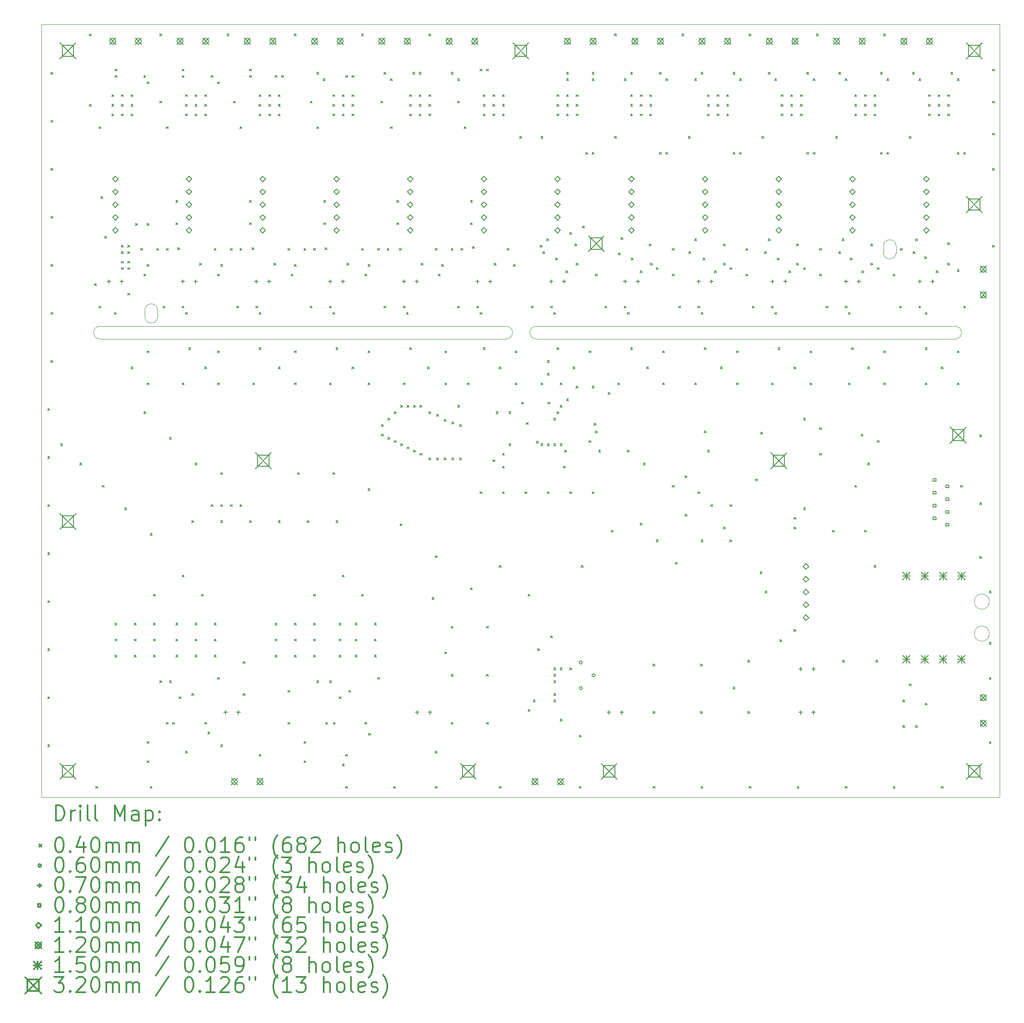
<source format=gbr>
%FSLAX45Y45*%
G04 Gerber Fmt 4.5, Leading zero omitted, Abs format (unit mm)*
G04 Created by KiCad (PCBNEW (5.1.6)-1) date 2023-08-01 14:28:14*
%MOMM*%
%LPD*%
G01*
G04 APERTURE LIST*
%TA.AperFunction,Profile*%
%ADD10C,0.050000*%
%TD*%
%ADD11C,0.200000*%
%ADD12C,0.300000*%
G04 APERTURE END LIST*
D10*
X21082000Y-5143500D02*
X12776200Y-5143500D01*
X21082000Y-5397500D02*
X12776200Y-5397500D01*
X12776200Y-5397500D02*
G75*
G02*
X12776200Y-5143500I0J127000D01*
G01*
X12179300Y-5143500D02*
G75*
G02*
X12179300Y-5397500I0J-127000D01*
G01*
X21763000Y-11239500D02*
G75*
G03*
X21763000Y-11239500I-150000J0D01*
G01*
X21763000Y-10604500D02*
G75*
G03*
X21763000Y-10604500I-150000J0D01*
G01*
X19659600Y-3556000D02*
X19659600Y-3683000D01*
X19659600Y-3556000D02*
G75*
G02*
X19913600Y-3556000I127000J0D01*
G01*
X19913600Y-3683000D02*
G75*
G02*
X19659600Y-3683000I-127000J0D01*
G01*
X19913600Y-3556000D02*
X19913600Y-3683000D01*
X5270500Y-4953000D02*
G75*
G02*
X5016500Y-4953000I-127000J0D01*
G01*
X5016500Y-4826000D02*
G75*
G02*
X5270500Y-4826000I127000J0D01*
G01*
X5270500Y-4953000D02*
X5270500Y-4826000D01*
X5016500Y-4826000D02*
X5016500Y-4953000D01*
X4127500Y-5397500D02*
G75*
G02*
X4127500Y-5143500I0J127000D01*
G01*
X21082000Y-5143500D02*
G75*
G02*
X21082000Y-5397500I0J-127000D01*
G01*
X12179300Y-5397500D02*
X4127500Y-5397500D01*
X4127500Y-5143500D02*
X12179300Y-5143500D01*
X2966500Y-14478000D02*
X21966500Y-14478000D01*
X21966500Y841500D02*
X21966500Y-14478000D01*
X2966500Y841500D02*
X21966500Y841500D01*
X2966500Y841500D02*
X2966500Y-14478000D01*
D11*
X14648500Y-742000D02*
X14688500Y-782000D01*
X14688500Y-742000D02*
X14648500Y-782000D01*
X6203000Y-551500D02*
X6243000Y-591500D01*
X6243000Y-551500D02*
X6203000Y-591500D01*
X10648000Y-551500D02*
X10688000Y-591500D01*
X10688000Y-551500D02*
X10648000Y-591500D01*
X13251500Y-7473000D02*
X13291500Y-7513000D01*
X13291500Y-7473000D02*
X13251500Y-7513000D01*
X11219500Y-678500D02*
X11259500Y-718500D01*
X11259500Y-678500D02*
X11219500Y-718500D01*
X19284000Y-742000D02*
X19324000Y-782000D01*
X19324000Y-742000D02*
X19284000Y-782000D01*
X6393500Y-11029000D02*
X6433500Y-11069000D01*
X6433500Y-11029000D02*
X6393500Y-11069000D01*
X13569000Y-742000D02*
X13609000Y-782000D01*
X13609000Y-742000D02*
X13569000Y-782000D01*
X13124500Y-6965000D02*
X13164500Y-7005000D01*
X13164500Y-6965000D02*
X13124500Y-7005000D01*
X14521500Y-4742500D02*
X14561500Y-4782500D01*
X14561500Y-4742500D02*
X14521500Y-4782500D01*
X17633000Y-932500D02*
X17673000Y-972500D01*
X17673000Y-932500D02*
X17633000Y-972500D01*
X11918000Y-932500D02*
X11958000Y-972500D01*
X11958000Y-932500D02*
X11918000Y-972500D01*
X12235500Y-6838000D02*
X12275500Y-6878000D01*
X12275500Y-6838000D02*
X12235500Y-6878000D01*
X11664000Y-4869500D02*
X11704000Y-4909500D01*
X11704000Y-4869500D02*
X11664000Y-4909500D01*
X18014000Y-742000D02*
X18054000Y-782000D01*
X18054000Y-742000D02*
X18014000Y-782000D01*
X10622600Y-5949000D02*
X10662600Y-5989000D01*
X10662600Y-5949000D02*
X10622600Y-5989000D01*
X15601000Y-4742500D02*
X15641000Y-4782500D01*
X15641000Y-4742500D02*
X15601000Y-4782500D01*
X13188000Y-932500D02*
X13228000Y-972500D01*
X13228000Y-932500D02*
X13188000Y-972500D01*
X6330000Y-170500D02*
X6370000Y-210500D01*
X6370000Y-170500D02*
X6330000Y-210500D01*
X11473500Y-3091500D02*
X11513500Y-3131500D01*
X11513500Y-3091500D02*
X11473500Y-3131500D01*
X15918500Y-3409000D02*
X15958500Y-3449000D01*
X15958500Y-3409000D02*
X15918500Y-3449000D01*
X20300000Y-13061000D02*
X20340000Y-13101000D01*
X20340000Y-13061000D02*
X20300000Y-13101000D01*
X13124500Y-12045000D02*
X13164500Y-12085000D01*
X13164500Y-12045000D02*
X13124500Y-12085000D01*
X17506000Y-4869500D02*
X17546000Y-4909500D01*
X17546000Y-4869500D02*
X17506000Y-4909500D01*
X19474500Y-932500D02*
X19514500Y-972500D01*
X19514500Y-932500D02*
X19474500Y-972500D01*
X9124000Y-170500D02*
X9164000Y-210500D01*
X9164000Y-170500D02*
X9124000Y-210500D01*
X18395000Y-4107500D02*
X18435000Y-4147500D01*
X18435000Y-4107500D02*
X18395000Y-4147500D01*
X13759500Y-1694500D02*
X13799500Y-1734500D01*
X13799500Y-1694500D02*
X13759500Y-1734500D01*
X16617000Y-9378000D02*
X16657000Y-9418000D01*
X16657000Y-9378000D02*
X16617000Y-9418000D01*
X13251500Y-11918000D02*
X13291500Y-11958000D01*
X13291500Y-11918000D02*
X13251500Y-11958000D01*
X9695500Y-678500D02*
X9735500Y-718500D01*
X9735500Y-678500D02*
X9695500Y-718500D01*
X12908600Y-3663000D02*
X12948600Y-3703000D01*
X12948600Y-3663000D02*
X12908600Y-3703000D01*
X13886500Y-107000D02*
X13926500Y-147000D01*
X13926500Y-107000D02*
X13886500Y-147000D01*
X8362000Y-10457500D02*
X8402000Y-10497500D01*
X8402000Y-10457500D02*
X8362000Y-10497500D01*
X4552000Y-3536000D02*
X4592000Y-3576000D01*
X4592000Y-3536000D02*
X4552000Y-3576000D01*
X3155000Y-2964500D02*
X3195000Y-3004500D01*
X3195000Y-2964500D02*
X3155000Y-3004500D01*
X4996500Y-4107500D02*
X5036500Y-4147500D01*
X5036500Y-4107500D02*
X4996500Y-4147500D01*
X13061000Y-11283000D02*
X13101000Y-11323000D01*
X13101000Y-11283000D02*
X13061000Y-11323000D01*
X20706400Y-4044000D02*
X20746400Y-4084000D01*
X20746400Y-4044000D02*
X20706400Y-4084000D01*
X5669600Y-3586800D02*
X5709600Y-3626800D01*
X5709600Y-3586800D02*
X5669600Y-3626800D01*
X12324400Y-3917000D02*
X12364400Y-3957000D01*
X12364400Y-3917000D02*
X12324400Y-3957000D01*
X16680500Y-12299000D02*
X16720500Y-12339000D01*
X16720500Y-12299000D02*
X16680500Y-12339000D01*
X9314500Y655000D02*
X9354500Y615000D01*
X9354500Y655000D02*
X9314500Y615000D01*
X8425500Y-1186500D02*
X8465500Y-1226500D01*
X8465500Y-1186500D02*
X8425500Y-1226500D01*
X10216200Y-7536500D02*
X10256200Y-7576500D01*
X10256200Y-7536500D02*
X10216200Y-7576500D01*
X8590600Y-3586800D02*
X8630600Y-3626800D01*
X8630600Y-3586800D02*
X8590600Y-3626800D01*
X3917000Y655000D02*
X3957000Y615000D01*
X3957000Y655000D02*
X3917000Y615000D01*
X18268000Y-234000D02*
X18308000Y-274000D01*
X18308000Y-234000D02*
X18268000Y-274000D01*
X4107500Y-4742500D02*
X4147500Y-4782500D01*
X4147500Y-4742500D02*
X4107500Y-4782500D01*
X10711500Y-10521000D02*
X10751500Y-10561000D01*
X10751500Y-10521000D02*
X10711500Y-10561000D01*
X3155000Y-5822000D02*
X3195000Y-5862000D01*
X3195000Y-5822000D02*
X3155000Y-5862000D01*
X13442000Y-8425500D02*
X13482000Y-8465500D01*
X13482000Y-8425500D02*
X13442000Y-8465500D01*
X10216200Y-6711000D02*
X10256200Y-6751000D01*
X10256200Y-6711000D02*
X10216200Y-6751000D01*
X20249200Y-3663000D02*
X20289200Y-3703000D01*
X20289200Y-3663000D02*
X20249200Y-3703000D01*
X19220500Y-7282500D02*
X19260500Y-7322500D01*
X19260500Y-7282500D02*
X19220500Y-7322500D01*
X17556800Y-3790000D02*
X17596800Y-3830000D01*
X17596800Y-3790000D02*
X17556800Y-3830000D01*
X9314500Y-3599500D02*
X9354500Y-3639500D01*
X9354500Y-3599500D02*
X9314500Y-3639500D01*
X16680500Y-1694500D02*
X16720500Y-1734500D01*
X16720500Y-1694500D02*
X16680500Y-1734500D01*
X8171500Y-13759500D02*
X8211500Y-13799500D01*
X8211500Y-13759500D02*
X8171500Y-13799500D01*
X8362000Y-11664000D02*
X8402000Y-11704000D01*
X8402000Y-11664000D02*
X8362000Y-11704000D01*
X16045500Y-14267500D02*
X16085500Y-14307500D01*
X16085500Y-14267500D02*
X16045500Y-14307500D01*
X6457000Y-6266500D02*
X6497000Y-6306500D01*
X6497000Y-6266500D02*
X6457000Y-6306500D01*
X18649000Y-9187500D02*
X18689000Y-9227500D01*
X18689000Y-9187500D02*
X18649000Y-9227500D01*
X15016800Y-3510600D02*
X15056800Y-3550600D01*
X15056800Y-3510600D02*
X15016800Y-3550600D01*
X20998500Y-107000D02*
X21038500Y-147000D01*
X21038500Y-107000D02*
X20998500Y-147000D01*
X5060000Y-13378500D02*
X5100000Y-13418500D01*
X5100000Y-13378500D02*
X5060000Y-13418500D01*
X9187500Y-11029000D02*
X9227500Y-11069000D01*
X9227500Y-11029000D02*
X9187500Y-11069000D01*
X8044500Y-8044500D02*
X8084500Y-8084500D01*
X8084500Y-8044500D02*
X8044500Y-8084500D01*
X7155500Y-6266500D02*
X7195500Y-6306500D01*
X7195500Y-6266500D02*
X7155500Y-6306500D01*
X13378500Y-234000D02*
X13418500Y-274000D01*
X13418500Y-234000D02*
X13378500Y-274000D01*
X7282500Y-13632500D02*
X7322500Y-13672500D01*
X7322500Y-13632500D02*
X7282500Y-13672500D01*
X7981000Y-11346500D02*
X8021000Y-11386500D01*
X8021000Y-11346500D02*
X7981000Y-11386500D01*
X3091500Y-10584500D02*
X3131500Y-10624500D01*
X3131500Y-10584500D02*
X3091500Y-10624500D01*
X15283500Y-5631500D02*
X15323500Y-5671500D01*
X15323500Y-5631500D02*
X15283500Y-5671500D01*
X17887000Y-9124000D02*
X17927000Y-9164000D01*
X17927000Y-9124000D02*
X17887000Y-9164000D01*
X8171500Y-13378500D02*
X8211500Y-13418500D01*
X8211500Y-13378500D02*
X8171500Y-13418500D01*
X4806000Y-11029000D02*
X4846000Y-11069000D01*
X4846000Y-11029000D02*
X4806000Y-11069000D01*
X20808000Y-14267500D02*
X20848000Y-14307500D01*
X20848000Y-14267500D02*
X20808000Y-14307500D01*
X16744000Y-6266500D02*
X16784000Y-6306500D01*
X16784000Y-6266500D02*
X16744000Y-6306500D01*
X13670600Y-9886000D02*
X13710600Y-9926000D01*
X13710600Y-9886000D02*
X13670600Y-9926000D01*
X8425500Y-12172000D02*
X8465500Y-12212000D01*
X8465500Y-12172000D02*
X8425500Y-12212000D01*
X8997000Y-13632500D02*
X9037000Y-13672500D01*
X9037000Y-13632500D02*
X8997000Y-13672500D01*
X6393500Y-11664000D02*
X6433500Y-11704000D01*
X6433500Y-11664000D02*
X6393500Y-11704000D01*
X21824000Y-1313500D02*
X21864000Y-1353500D01*
X21864000Y-1313500D02*
X21824000Y-1353500D01*
X7473000Y-932500D02*
X7513000Y-972500D01*
X7513000Y-932500D02*
X7473000Y-972500D01*
X21125500Y-6266500D02*
X21165500Y-6306500D01*
X21165500Y-6266500D02*
X21125500Y-6306500D01*
X7219000Y-4742500D02*
X7259000Y-4782500D01*
X7259000Y-4742500D02*
X7219000Y-4782500D01*
X5187000Y-11346500D02*
X5227000Y-11386500D01*
X5227000Y-11346500D02*
X5187000Y-11386500D01*
X11727500Y-932500D02*
X11767500Y-972500D01*
X11767500Y-932500D02*
X11727500Y-972500D01*
X13188000Y-5568000D02*
X13228000Y-5608000D01*
X13228000Y-5568000D02*
X13188000Y-5608000D01*
X5377500Y-4742500D02*
X5417500Y-4782500D01*
X5417500Y-4742500D02*
X5377500Y-4782500D01*
X5631500Y-11664000D02*
X5671500Y-11704000D01*
X5671500Y-11664000D02*
X5631500Y-11704000D01*
X12108500Y-742000D02*
X12148500Y-782000D01*
X12148500Y-742000D02*
X12108500Y-782000D01*
X12362500Y-6266500D02*
X12402500Y-6306500D01*
X12402500Y-6266500D02*
X12362500Y-6306500D01*
X7981000Y-3917000D02*
X8021000Y-3957000D01*
X8021000Y-3917000D02*
X7981000Y-3957000D01*
X14839000Y-932500D02*
X14879000Y-972500D01*
X14879000Y-932500D02*
X14839000Y-972500D01*
X6012500Y-742000D02*
X6052500Y-782000D01*
X6052500Y-742000D02*
X6012500Y-782000D01*
X11727500Y-742000D02*
X11767500Y-782000D01*
X11767500Y-742000D02*
X11727500Y-782000D01*
X13823000Y-7409500D02*
X13863000Y-7449500D01*
X13863000Y-7409500D02*
X13823000Y-7449500D01*
X17442500Y-4742500D02*
X17482500Y-4782500D01*
X17482500Y-4742500D02*
X17442500Y-4782500D01*
X14648500Y-932500D02*
X14688500Y-972500D01*
X14688500Y-932500D02*
X14648500Y-972500D01*
X4806000Y-11664000D02*
X4846000Y-11704000D01*
X4846000Y-11664000D02*
X4806000Y-11704000D01*
X12108500Y-551500D02*
X12148500Y-591500D01*
X12148500Y-551500D02*
X12108500Y-591500D01*
X13188000Y-6838000D02*
X13228000Y-6878000D01*
X13228000Y-6838000D02*
X13188000Y-6878000D01*
X16617000Y-3980500D02*
X16657000Y-4020500D01*
X16657000Y-3980500D02*
X16617000Y-4020500D01*
X19093500Y-742000D02*
X19133500Y-782000D01*
X19133500Y-742000D02*
X19093500Y-782000D01*
X5060000Y-297500D02*
X5100000Y-337500D01*
X5100000Y-297500D02*
X5060000Y-337500D01*
X11981500Y-6838000D02*
X12021500Y-6878000D01*
X12021500Y-6838000D02*
X11981500Y-6878000D01*
X18522000Y-4742500D02*
X18562000Y-4782500D01*
X18562000Y-4742500D02*
X18522000Y-4782500D01*
X19284000Y-551500D02*
X19324000Y-591500D01*
X19324000Y-551500D02*
X19284000Y-591500D01*
X17379000Y-3409000D02*
X17419000Y-3449000D01*
X17419000Y-3409000D02*
X17379000Y-3449000D01*
X11257600Y-7752400D02*
X11297600Y-7792400D01*
X11297600Y-7752400D02*
X11257600Y-7792400D01*
X15982000Y-4742500D02*
X16022000Y-4782500D01*
X16022000Y-4742500D02*
X15982000Y-4782500D01*
X13569000Y-932500D02*
X13609000Y-972500D01*
X13609000Y-932500D02*
X13569000Y-972500D01*
X6457000Y-297500D02*
X6497000Y-337500D01*
X6497000Y-297500D02*
X6457000Y-337500D01*
X8362000Y-3599500D02*
X8402000Y-3639500D01*
X8402000Y-3599500D02*
X8362000Y-3639500D01*
X14458000Y-3383600D02*
X14498000Y-3423600D01*
X14498000Y-3383600D02*
X14458000Y-3423600D01*
X7092000Y-3091500D02*
X7132000Y-3131500D01*
X7132000Y-3091500D02*
X7092000Y-3131500D01*
X21252500Y-1694500D02*
X21292500Y-1734500D01*
X21292500Y-1694500D02*
X21252500Y-1734500D01*
X18903000Y-4742500D02*
X18943000Y-4782500D01*
X18943000Y-4742500D02*
X18903000Y-4782500D01*
X19284000Y-932500D02*
X19324000Y-972500D01*
X19324000Y-932500D02*
X19284000Y-972500D01*
X9759000Y-107000D02*
X9799000Y-147000D01*
X9799000Y-107000D02*
X9759000Y-147000D01*
X4107500Y-1186500D02*
X4147500Y-1226500D01*
X4147500Y-1186500D02*
X4107500Y-1226500D01*
X3155000Y-107000D02*
X3195000Y-147000D01*
X3195000Y-107000D02*
X3155000Y-147000D01*
X6203000Y-5949000D02*
X6243000Y-5989000D01*
X6243000Y-5949000D02*
X6203000Y-5989000D01*
X13124500Y-12426000D02*
X13164500Y-12466000D01*
X13164500Y-12426000D02*
X13124500Y-12466000D01*
X12870500Y-1377000D02*
X12910500Y-1417000D01*
X12910500Y-1377000D02*
X12870500Y-1417000D01*
X19093500Y-932500D02*
X19133500Y-972500D01*
X19133500Y-932500D02*
X19093500Y-972500D01*
X15220000Y-107000D02*
X15260000Y-147000D01*
X15260000Y-107000D02*
X15220000Y-147000D01*
X16490000Y-9124000D02*
X16530000Y-9164000D01*
X16530000Y-9124000D02*
X16490000Y-9164000D01*
X5314000Y655000D02*
X5354000Y615000D01*
X5354000Y655000D02*
X5314000Y615000D01*
X8565200Y-2647000D02*
X8605200Y-2687000D01*
X8605200Y-2647000D02*
X8565200Y-2687000D01*
X13251500Y-12934000D02*
X13291500Y-12974000D01*
X13291500Y-12934000D02*
X13251500Y-12974000D01*
X21125500Y-4018600D02*
X21165500Y-4058600D01*
X21165500Y-4018600D02*
X21125500Y-4058600D01*
X7574600Y-3891600D02*
X7614600Y-3931600D01*
X7614600Y-3891600D02*
X7574600Y-3931600D01*
X13950000Y-4107500D02*
X13990000Y-4147500D01*
X13990000Y-4107500D02*
X13950000Y-4147500D01*
X15156500Y-9378000D02*
X15196500Y-9418000D01*
X15196500Y-9378000D02*
X15156500Y-9418000D01*
X10648000Y655000D02*
X10688000Y615000D01*
X10688000Y655000D02*
X10648000Y615000D01*
X12108500Y-8425500D02*
X12148500Y-8465500D01*
X12148500Y-8425500D02*
X12108500Y-8465500D01*
X10089200Y-6711000D02*
X10129200Y-6751000D01*
X10129200Y-6711000D02*
X10089200Y-6751000D01*
X19538000Y-7409500D02*
X19578000Y-7449500D01*
X19578000Y-7409500D02*
X19538000Y-7449500D01*
X11511600Y-3561400D02*
X11551600Y-3601400D01*
X11551600Y-3561400D02*
X11511600Y-3601400D01*
X18395000Y-3599500D02*
X18435000Y-3639500D01*
X18435000Y-3599500D02*
X18395000Y-3639500D01*
X17506000Y-234000D02*
X17546000Y-274000D01*
X17546000Y-234000D02*
X17506000Y-274000D01*
X4679000Y-4488500D02*
X4719000Y-4528500D01*
X4719000Y-4488500D02*
X4679000Y-4528500D01*
X21760500Y-11410000D02*
X21800500Y-11450000D01*
X21800500Y-11410000D02*
X21760500Y-11450000D01*
X3091500Y-7727000D02*
X3131500Y-7767000D01*
X3131500Y-7727000D02*
X3091500Y-7767000D01*
X10952800Y-6990400D02*
X10992800Y-7030400D01*
X10992800Y-6990400D02*
X10952800Y-7030400D01*
X9835200Y-6965000D02*
X9875200Y-7005000D01*
X9875200Y-6965000D02*
X9835200Y-7005000D01*
X19004600Y-3790000D02*
X19044600Y-3830000D01*
X19044600Y-3790000D02*
X19004600Y-3830000D01*
X4831400Y-3104200D02*
X4871400Y-3144200D01*
X4871400Y-3104200D02*
X4831400Y-3144200D01*
X19347500Y-7854000D02*
X19387500Y-7894000D01*
X19387500Y-7854000D02*
X19347500Y-7894000D01*
X17937800Y-3510600D02*
X17977800Y-3550600D01*
X17977800Y-3510600D02*
X17937800Y-3550600D01*
X20744500Y-932500D02*
X20784500Y-972500D01*
X20784500Y-932500D02*
X20744500Y-972500D01*
X15791500Y-1377000D02*
X15831500Y-1417000D01*
X15831500Y-1377000D02*
X15791500Y-1417000D01*
X9454200Y-13213400D02*
X9494200Y-13253400D01*
X9494200Y-13213400D02*
X9454200Y-13253400D01*
X9568500Y-11029000D02*
X9608500Y-11069000D01*
X9608500Y-11029000D02*
X9568500Y-11069000D01*
X10076500Y-9060500D02*
X10116500Y-9100500D01*
X10116500Y-9060500D02*
X10076500Y-9100500D01*
X6457000Y-5631500D02*
X6497000Y-5671500D01*
X6497000Y-5631500D02*
X6457000Y-5671500D01*
X17226600Y-7244400D02*
X17266600Y-7284400D01*
X17266600Y-7244400D02*
X17226600Y-7284400D01*
X18395000Y-7663500D02*
X18435000Y-7703500D01*
X18435000Y-7663500D02*
X18395000Y-7703500D01*
X14661200Y-3790000D02*
X14701200Y-3830000D01*
X14701200Y-3790000D02*
X14661200Y-3830000D01*
X16807500Y-234000D02*
X16847500Y-274000D01*
X16847500Y-234000D02*
X16807500Y-274000D01*
X6520500Y-13442000D02*
X6560500Y-13482000D01*
X6560500Y-13442000D02*
X6520500Y-13482000D01*
X8235000Y-8997000D02*
X8275000Y-9037000D01*
X8275000Y-8997000D02*
X8235000Y-9037000D01*
X9441500Y-8362000D02*
X9481500Y-8402000D01*
X9481500Y-8362000D02*
X9441500Y-8402000D01*
X8806500Y-5568000D02*
X8846500Y-5608000D01*
X8846500Y-5568000D02*
X8806500Y-5608000D01*
X6203000Y-12997500D02*
X6243000Y-13037500D01*
X6243000Y-12997500D02*
X6203000Y-13037500D01*
X8362000Y-11346500D02*
X8402000Y-11386500D01*
X8402000Y-11346500D02*
X8362000Y-11386500D01*
X13632500Y-14267500D02*
X13672500Y-14307500D01*
X13672500Y-14267500D02*
X13632500Y-14307500D01*
X12362500Y-5631500D02*
X12402500Y-5671500D01*
X12402500Y-5631500D02*
X12362500Y-5671500D01*
X15093000Y-12781600D02*
X15133000Y-12821600D01*
X15133000Y-12781600D02*
X15093000Y-12821600D01*
X13315000Y-7917500D02*
X13355000Y-7957500D01*
X13355000Y-7917500D02*
X13315000Y-7957500D01*
X8755700Y-12997500D02*
X8795700Y-13037500D01*
X8795700Y-12997500D02*
X8755700Y-13037500D01*
X4425000Y-11346500D02*
X4465000Y-11386500D01*
X4465000Y-11346500D02*
X4425000Y-11386500D01*
X16998000Y-14267500D02*
X17038000Y-14307500D01*
X17038000Y-14267500D02*
X16998000Y-14307500D01*
X19665000Y-6266500D02*
X19705000Y-6306500D01*
X19705000Y-6266500D02*
X19665000Y-6306500D01*
X18852200Y-11765600D02*
X18892200Y-11805600D01*
X18892200Y-11765600D02*
X18852200Y-11805600D01*
X9060500Y-12362500D02*
X9100500Y-12402500D01*
X9100500Y-12362500D02*
X9060500Y-12402500D01*
X6012500Y-11664000D02*
X6052500Y-11704000D01*
X6052500Y-11664000D02*
X6012500Y-11704000D01*
X3091500Y-9632000D02*
X3131500Y-9672000D01*
X3131500Y-9632000D02*
X3091500Y-9672000D01*
X7663500Y-932500D02*
X7703500Y-972500D01*
X7703500Y-932500D02*
X7663500Y-972500D01*
X19665000Y-5631500D02*
X19705000Y-5671500D01*
X19705000Y-5631500D02*
X19665000Y-5671500D01*
X5568000Y-12997500D02*
X5608000Y-13037500D01*
X5608000Y-12997500D02*
X5568000Y-13037500D01*
X5123500Y-9251000D02*
X5163500Y-9291000D01*
X5163500Y-9251000D02*
X5123500Y-9291000D01*
X4742500Y-742000D02*
X4782500Y-782000D01*
X4782500Y-742000D02*
X4742500Y-782000D01*
X8743000Y-932500D02*
X8783000Y-972500D01*
X8783000Y-932500D02*
X8743000Y-972500D01*
X17569500Y-5568000D02*
X17609500Y-5608000D01*
X17609500Y-5568000D02*
X17569500Y-5608000D01*
X5758500Y-4742500D02*
X5798500Y-4782500D01*
X5798500Y-4742500D02*
X5758500Y-4782500D01*
X3726500Y-7854000D02*
X3766500Y-7894000D01*
X3766500Y-7854000D02*
X3726500Y-7894000D01*
X4425000Y-11664000D02*
X4465000Y-11704000D01*
X4465000Y-11664000D02*
X4425000Y-11704000D01*
X12108500Y-932500D02*
X12148500Y-972500D01*
X12148500Y-932500D02*
X12108500Y-972500D01*
X12235500Y-7473000D02*
X12275500Y-7513000D01*
X12275500Y-7473000D02*
X12235500Y-7513000D01*
X8298500Y-678500D02*
X8338500Y-718500D01*
X8338500Y-678500D02*
X8298500Y-718500D01*
X17887000Y-8933500D02*
X17927000Y-8973500D01*
X17927000Y-8933500D02*
X17887000Y-8973500D01*
X16363000Y-932500D02*
X16403000Y-972500D01*
X16403000Y-932500D02*
X16363000Y-972500D01*
X6012500Y-932500D02*
X6052500Y-972500D01*
X6052500Y-932500D02*
X6012500Y-972500D01*
X10267000Y-742000D02*
X10307000Y-782000D01*
X10307000Y-742000D02*
X10267000Y-782000D01*
X12997500Y-7473000D02*
X13037500Y-7513000D01*
X13037500Y-7473000D02*
X12997500Y-7513000D01*
X14331000Y-1377000D02*
X14371000Y-1417000D01*
X14371000Y-1377000D02*
X14331000Y-1417000D01*
X16363000Y-551500D02*
X16403000Y-591500D01*
X16403000Y-551500D02*
X16363000Y-591500D01*
X5822000Y-551500D02*
X5862000Y-591500D01*
X5862000Y-551500D02*
X5822000Y-591500D01*
X13188000Y-551500D02*
X13228000Y-591500D01*
X13228000Y-551500D02*
X13188000Y-591500D01*
X12578400Y-7053900D02*
X12618400Y-7093900D01*
X12618400Y-7053900D02*
X12578400Y-7093900D01*
X10203500Y-4869500D02*
X10243500Y-4909500D01*
X10243500Y-4869500D02*
X10203500Y-4909500D01*
X14839000Y-742000D02*
X14879000Y-782000D01*
X14879000Y-742000D02*
X14839000Y-782000D01*
X11918000Y-7790500D02*
X11958000Y-7830500D01*
X11958000Y-7790500D02*
X11918000Y-7830500D01*
X19538000Y-3980500D02*
X19578000Y-4020500D01*
X19578000Y-3980500D02*
X19538000Y-4020500D01*
X17823500Y-932500D02*
X17863500Y-972500D01*
X17863500Y-932500D02*
X17823500Y-972500D01*
X4425000Y-43500D02*
X4465000Y-83500D01*
X4465000Y-43500D02*
X4425000Y-83500D01*
X10013000Y-3091500D02*
X10053000Y-3131500D01*
X10053000Y-3091500D02*
X10013000Y-3131500D01*
X18268000Y-1694500D02*
X18308000Y-1734500D01*
X18308000Y-1694500D02*
X18268000Y-1734500D01*
X11257600Y-7092000D02*
X11297600Y-7132000D01*
X11297600Y-7092000D02*
X11257600Y-7132000D01*
X11219500Y-4742500D02*
X11259500Y-4782500D01*
X11259500Y-4742500D02*
X11219500Y-4782500D01*
X16172500Y-742000D02*
X16212500Y-782000D01*
X16212500Y-742000D02*
X16172500Y-782000D01*
X7092000Y-43500D02*
X7132000Y-83500D01*
X7132000Y-43500D02*
X7092000Y-83500D01*
X10013000Y-2647000D02*
X10053000Y-2687000D01*
X10053000Y-2647000D02*
X10013000Y-2687000D01*
X16807500Y-1694500D02*
X16847500Y-1734500D01*
X16847500Y-1694500D02*
X16807500Y-1734500D01*
X13886500Y-8425500D02*
X13926500Y-8465500D01*
X13926500Y-8425500D02*
X13886500Y-8465500D01*
X20173000Y-1377000D02*
X20213000Y-1417000D01*
X20213000Y-1377000D02*
X20173000Y-1417000D01*
X8171500Y-3599500D02*
X8211500Y-3639500D01*
X8211500Y-3599500D02*
X8171500Y-3639500D01*
X20744500Y-551500D02*
X20784500Y-591500D01*
X20784500Y-551500D02*
X20744500Y-591500D01*
X9886000Y-234000D02*
X9926000Y-274000D01*
X9926000Y-234000D02*
X9886000Y-274000D01*
X4552000Y-3853500D02*
X4592000Y-3893500D01*
X4592000Y-3853500D02*
X4552000Y-3893500D01*
X12616500Y-10457500D02*
X12656500Y-10497500D01*
X12656500Y-10457500D02*
X12616500Y-10497500D01*
X20490500Y-12616500D02*
X20530500Y-12656500D01*
X20530500Y-12616500D02*
X20490500Y-12656500D01*
X13124500Y-11918000D02*
X13164500Y-11958000D01*
X13164500Y-11918000D02*
X13124500Y-11958000D01*
X11943400Y-3891600D02*
X11983400Y-3931600D01*
X11983400Y-3891600D02*
X11943400Y-3931600D01*
X15347000Y-234000D02*
X15387000Y-274000D01*
X15387000Y-234000D02*
X15347000Y-274000D01*
X20173000Y-12235500D02*
X20213000Y-12275500D01*
X20213000Y-12235500D02*
X20173000Y-12275500D01*
X19665000Y655000D02*
X19705000Y615000D01*
X19705000Y655000D02*
X19665000Y615000D01*
X12553000Y-8425500D02*
X12593000Y-8465500D01*
X12593000Y-8425500D02*
X12553000Y-8465500D01*
X12807000Y-11537000D02*
X12847000Y-11577000D01*
X12847000Y-11537000D02*
X12807000Y-11577000D01*
X20477800Y-3764600D02*
X20517800Y-3804600D01*
X20517800Y-3764600D02*
X20477800Y-3804600D01*
X10063800Y-3599500D02*
X10103800Y-3639500D01*
X10103800Y-3599500D02*
X10063800Y-3639500D01*
X16680500Y-107000D02*
X16720500Y-147000D01*
X16720500Y-107000D02*
X16680500Y-147000D01*
X21189000Y-8298500D02*
X21229000Y-8338500D01*
X21229000Y-8298500D02*
X21189000Y-8338500D01*
X9949500Y-14267500D02*
X9989500Y-14307500D01*
X9989500Y-14267500D02*
X9949500Y-14307500D01*
X14331000Y655000D02*
X14371000Y615000D01*
X14371000Y655000D02*
X14331000Y615000D01*
X11105200Y-7752400D02*
X11145200Y-7792400D01*
X11145200Y-7752400D02*
X11105200Y-7792400D01*
X10089200Y-7473000D02*
X10129200Y-7513000D01*
X10129200Y-7473000D02*
X10089200Y-7513000D01*
X18077500Y-6965000D02*
X18117500Y-7005000D01*
X18117500Y-6965000D02*
X18077500Y-7005000D01*
X10495600Y-3891600D02*
X10535600Y-3931600D01*
X10535600Y-3891600D02*
X10495600Y-3931600D01*
X9378000Y-4107500D02*
X9418000Y-4147500D01*
X9418000Y-4107500D02*
X9378000Y-4147500D01*
X17379000Y-107000D02*
X17419000Y-147000D01*
X17419000Y-107000D02*
X17379000Y-147000D01*
X4679000Y-3980500D02*
X4719000Y-4020500D01*
X4719000Y-3980500D02*
X4679000Y-4020500D01*
X11092500Y-11092500D02*
X11132500Y-11132500D01*
X11132500Y-11092500D02*
X11092500Y-11132500D01*
X4044000Y-14267500D02*
X4084000Y-14307500D01*
X4084000Y-14267500D02*
X4044000Y-14307500D01*
X7663500Y-5949000D02*
X7703500Y-5989000D01*
X7703500Y-5949000D02*
X7663500Y-5989000D01*
X9962200Y-6838000D02*
X10002200Y-6878000D01*
X10002200Y-6838000D02*
X9962200Y-6878000D01*
X18776000Y-3663000D02*
X18816000Y-3703000D01*
X18816000Y-3663000D02*
X18776000Y-3703000D01*
X19233200Y-4044000D02*
X19273200Y-4084000D01*
X19273200Y-4044000D02*
X19233200Y-4084000D01*
X19474500Y-9886000D02*
X19514500Y-9926000D01*
X19514500Y-9886000D02*
X19474500Y-9926000D01*
X15804200Y-3663000D02*
X15844200Y-3703000D01*
X15844200Y-3663000D02*
X15804200Y-3703000D01*
X19474500Y-742000D02*
X19514500Y-782000D01*
X19514500Y-742000D02*
X19474500Y-782000D01*
X5758500Y-170500D02*
X5798500Y-210500D01*
X5798500Y-170500D02*
X5758500Y-210500D01*
X4552000Y-3980500D02*
X4592000Y-4020500D01*
X4592000Y-3980500D02*
X4552000Y-4020500D01*
X7600000Y-11346500D02*
X7640000Y-11386500D01*
X7640000Y-11346500D02*
X7600000Y-11386500D01*
X21824000Y-2012000D02*
X21864000Y-2052000D01*
X21864000Y-2012000D02*
X21824000Y-2052000D01*
X7282500Y-5568000D02*
X7322500Y-5608000D01*
X7322500Y-5568000D02*
X7282500Y-5608000D01*
X19284000Y-9187500D02*
X19324000Y-9227500D01*
X19324000Y-9187500D02*
X19284000Y-9227500D01*
X17302800Y-3663000D02*
X17342800Y-3703000D01*
X17342800Y-3663000D02*
X17302800Y-3703000D01*
X11664000Y-43500D02*
X11704000Y-83500D01*
X11704000Y-43500D02*
X11664000Y-83500D01*
X6965000Y-12426000D02*
X7005000Y-12466000D01*
X7005000Y-12426000D02*
X6965000Y-12466000D01*
X8362000Y-11029000D02*
X8402000Y-11069000D01*
X8402000Y-11029000D02*
X8362000Y-11069000D01*
X6520500Y-8044500D02*
X6560500Y-8084500D01*
X6560500Y-8044500D02*
X6520500Y-8084500D01*
X13251500Y-6266500D02*
X13291500Y-6306500D01*
X13291500Y-6266500D02*
X13251500Y-6306500D01*
X8679500Y-12172000D02*
X8719500Y-12212000D01*
X8719500Y-12172000D02*
X8679500Y-12212000D01*
X7854000Y-12997500D02*
X7894000Y-13037500D01*
X7894000Y-12997500D02*
X7854000Y-13037500D01*
X3091500Y-13442000D02*
X3131500Y-13482000D01*
X3131500Y-13442000D02*
X3091500Y-13482000D01*
X18204500Y-5631500D02*
X18244500Y-5671500D01*
X18244500Y-5631500D02*
X18204500Y-5671500D01*
X13340400Y-7600000D02*
X13380400Y-7640000D01*
X13380400Y-7600000D02*
X13340400Y-7640000D01*
X9632000Y-12108500D02*
X9672000Y-12148500D01*
X9672000Y-12108500D02*
X9632000Y-12148500D01*
X4806000Y-11346500D02*
X4846000Y-11386500D01*
X4846000Y-11346500D02*
X4806000Y-11386500D01*
X11791000Y-12045000D02*
X11831000Y-12085000D01*
X11831000Y-12045000D02*
X11791000Y-12085000D01*
X16744000Y-5631500D02*
X16784000Y-5671500D01*
X16784000Y-5631500D02*
X16744000Y-5671500D01*
X16032800Y-11841800D02*
X16072800Y-11881800D01*
X16072800Y-11841800D02*
X16032800Y-11881800D01*
X8933500Y-10076500D02*
X8973500Y-10116500D01*
X8973500Y-10076500D02*
X8933500Y-10116500D01*
X4679000Y-3663000D02*
X4719000Y-3703000D01*
X4719000Y-3663000D02*
X4679000Y-3703000D01*
X6012500Y-551500D02*
X6052500Y-591500D01*
X6052500Y-551500D02*
X6012500Y-591500D01*
X3091500Y-8679500D02*
X3131500Y-8719500D01*
X3131500Y-8679500D02*
X3091500Y-8719500D01*
X7282500Y-932500D02*
X7322500Y-972500D01*
X7322500Y-932500D02*
X7282500Y-972500D01*
X19030000Y-5568000D02*
X19070000Y-5608000D01*
X19070000Y-5568000D02*
X19030000Y-5608000D01*
X5441000Y-12997500D02*
X5481000Y-13037500D01*
X5481000Y-12997500D02*
X5441000Y-13037500D01*
X6203000Y-932500D02*
X6243000Y-972500D01*
X6243000Y-932500D02*
X6203000Y-972500D01*
X8933500Y-932500D02*
X8973500Y-972500D01*
X8973500Y-932500D02*
X8933500Y-972500D01*
X10965500Y-5631500D02*
X11005500Y-5671500D01*
X11005500Y-5631500D02*
X10965500Y-5671500D01*
X6457000Y-4107500D02*
X6497000Y-4147500D01*
X6497000Y-4107500D02*
X6457000Y-4147500D01*
X4615500Y-8743000D02*
X4655500Y-8783000D01*
X4655500Y-8743000D02*
X4615500Y-8783000D01*
X19093500Y-551500D02*
X19133500Y-591500D01*
X19133500Y-551500D02*
X19093500Y-591500D01*
X5631500Y-11346500D02*
X5671500Y-11386500D01*
X5671500Y-11346500D02*
X5631500Y-11386500D01*
X9124000Y-932500D02*
X9164000Y-972500D01*
X9164000Y-932500D02*
X9124000Y-972500D01*
X10267000Y-5568000D02*
X10307000Y-5608000D01*
X10307000Y-5568000D02*
X10267000Y-5608000D01*
X8298500Y-4742500D02*
X8338500Y-4782500D01*
X8338500Y-4742500D02*
X8298500Y-4782500D01*
X18014000Y-551500D02*
X18054000Y-591500D01*
X18054000Y-551500D02*
X18014000Y-591500D01*
X5822000Y-742000D02*
X5862000Y-782000D01*
X5862000Y-742000D02*
X5822000Y-782000D01*
X10457500Y-742000D02*
X10497500Y-782000D01*
X10497500Y-742000D02*
X10457500Y-782000D01*
X16426500Y-5949000D02*
X16466500Y-5989000D01*
X16466500Y-5949000D02*
X16426500Y-5989000D01*
X15220000Y-1694500D02*
X15260000Y-1734500D01*
X15260000Y-1694500D02*
X15220000Y-1734500D01*
X17633000Y-742000D02*
X17673000Y-782000D01*
X17673000Y-742000D02*
X17633000Y-782000D01*
X5822000Y-932500D02*
X5862000Y-972500D01*
X5862000Y-932500D02*
X5822000Y-972500D01*
X10267000Y-932500D02*
X10307000Y-972500D01*
X10307000Y-932500D02*
X10267000Y-972500D01*
X13924600Y-7066600D02*
X13964600Y-7106600D01*
X13964600Y-7066600D02*
X13924600Y-7106600D01*
X18966500Y-4869500D02*
X19006500Y-4909500D01*
X19006500Y-4869500D02*
X18966500Y-4909500D01*
X15029500Y-742000D02*
X15069500Y-782000D01*
X15069500Y-742000D02*
X15029500Y-782000D01*
X14966000Y-5949000D02*
X15006000Y-5989000D01*
X15006000Y-5949000D02*
X14966000Y-5989000D01*
X12680000Y-4742500D02*
X12720000Y-4782500D01*
X12720000Y-4742500D02*
X12680000Y-4782500D01*
X16172500Y-551500D02*
X16212500Y-591500D01*
X16212500Y-551500D02*
X16172500Y-591500D01*
X5758500Y-43500D02*
X5798500Y-83500D01*
X5798500Y-43500D02*
X5758500Y-83500D01*
X11473500Y-2647000D02*
X11513500Y-2687000D01*
X11513500Y-2647000D02*
X11473500Y-2687000D01*
X15347000Y-1694500D02*
X15387000Y-1734500D01*
X15387000Y-1694500D02*
X15347000Y-1734500D01*
X10952800Y-7752400D02*
X10992800Y-7792400D01*
X10992800Y-7752400D02*
X10952800Y-7792400D01*
X18077500Y-3980500D02*
X18117500Y-4020500D01*
X18117500Y-3980500D02*
X18077500Y-4020500D01*
X17823500Y-551500D02*
X17863500Y-591500D01*
X17863500Y-551500D02*
X17823500Y-591500D01*
X7092000Y-170500D02*
X7132000Y-210500D01*
X7132000Y-170500D02*
X7092000Y-210500D01*
X9886000Y-1186500D02*
X9926000Y-1226500D01*
X9926000Y-1186500D02*
X9886000Y-1226500D01*
X3155000Y-1059500D02*
X3195000Y-1099500D01*
X3195000Y-1059500D02*
X3155000Y-1099500D01*
X16045500Y-9378000D02*
X16085500Y-9418000D01*
X16085500Y-9378000D02*
X16045500Y-9418000D01*
X12718100Y-12553000D02*
X12758100Y-12593000D01*
X12758100Y-12553000D02*
X12718100Y-12593000D01*
X17061500Y-4742500D02*
X17101500Y-4782500D01*
X17101500Y-4742500D02*
X17061500Y-4782500D01*
X10775000Y-3599500D02*
X10815000Y-3639500D01*
X10815000Y-3599500D02*
X10775000Y-3639500D01*
X10330500Y-107000D02*
X10370500Y-147000D01*
X10370500Y-107000D02*
X10330500Y-147000D01*
X14013500Y-7600000D02*
X14053500Y-7640000D01*
X14053500Y-7600000D02*
X14013500Y-7640000D01*
X17887000Y-11156000D02*
X17927000Y-11196000D01*
X17927000Y-11156000D02*
X17887000Y-11196000D01*
X5631500Y-2647000D02*
X5671500Y-2687000D01*
X5671500Y-2647000D02*
X5631500Y-2687000D01*
X12616500Y-12743500D02*
X12656500Y-12783500D01*
X12656500Y-12743500D02*
X12616500Y-12783500D01*
X7142800Y-3586800D02*
X7182800Y-3626800D01*
X7182800Y-3586800D02*
X7142800Y-3626800D01*
X20554000Y-551500D02*
X20594000Y-591500D01*
X20594000Y-551500D02*
X20554000Y-591500D01*
X14648500Y-107000D02*
X14688500Y-147000D01*
X14688500Y-107000D02*
X14648500Y-147000D01*
X14267500Y-9187500D02*
X14307500Y-9227500D01*
X14307500Y-9187500D02*
X14267500Y-9227500D01*
X3155000Y-3917000D02*
X3195000Y-3957000D01*
X3195000Y-3917000D02*
X3155000Y-3957000D01*
X17607600Y-11359200D02*
X17647600Y-11399200D01*
X17647600Y-11359200D02*
X17607600Y-11399200D01*
X13124500Y-12172000D02*
X13164500Y-12212000D01*
X13164500Y-12172000D02*
X13124500Y-12212000D01*
X4145600Y-2570800D02*
X4185600Y-2610800D01*
X4185600Y-2570800D02*
X4145600Y-2610800D01*
X13696000Y-3155000D02*
X13736000Y-3195000D01*
X13736000Y-3155000D02*
X13696000Y-3195000D01*
X18903000Y-234000D02*
X18943000Y-274000D01*
X18943000Y-234000D02*
X18903000Y-274000D01*
X4679000Y-3536000D02*
X4719000Y-3576000D01*
X4719000Y-3536000D02*
X4679000Y-3576000D01*
X8997000Y-14267500D02*
X9037000Y-14307500D01*
X9037000Y-14267500D02*
X8997000Y-14307500D01*
X15664500Y655000D02*
X15704500Y615000D01*
X15704500Y655000D02*
X15664500Y615000D01*
X12045000Y-5949000D02*
X12085000Y-5989000D01*
X12085000Y-5949000D02*
X12045000Y-5989000D01*
X9962200Y-7409500D02*
X10002200Y-7449500D01*
X10002200Y-7409500D02*
X9962200Y-7449500D01*
X19512600Y-11765600D02*
X19552600Y-11805600D01*
X19552600Y-11765600D02*
X19512600Y-11805600D01*
X4221800Y-3358200D02*
X4261800Y-3398200D01*
X4261800Y-3358200D02*
X4221800Y-3398200D01*
X19093500Y-8298500D02*
X19133500Y-8338500D01*
X19133500Y-8298500D02*
X19093500Y-8338500D01*
X13442000Y-3282000D02*
X13482000Y-3322000D01*
X13482000Y-3282000D02*
X13442000Y-3322000D01*
X12197400Y-3599500D02*
X12237400Y-3639500D01*
X12237400Y-3599500D02*
X12197400Y-3639500D01*
X15474000Y-3599500D02*
X15514000Y-3639500D01*
X15514000Y-3599500D02*
X15474000Y-3639500D01*
X15156500Y-3980500D02*
X15196500Y-4020500D01*
X15196500Y-3980500D02*
X15156500Y-4020500D01*
X5695000Y-12489500D02*
X5735000Y-12529500D01*
X5735000Y-12489500D02*
X5695000Y-12529500D01*
X21760500Y-10394000D02*
X21800500Y-10434000D01*
X21800500Y-10394000D02*
X21760500Y-10434000D01*
X12045000Y-14267500D02*
X12085000Y-14307500D01*
X12085000Y-14267500D02*
X12045000Y-14307500D01*
X20046000Y-13061000D02*
X20086000Y-13101000D01*
X20086000Y-13061000D02*
X20046000Y-13101000D01*
X10470200Y-6711000D02*
X10510200Y-6751000D01*
X10510200Y-6711000D02*
X10470200Y-6751000D01*
X5060000Y-3104200D02*
X5100000Y-3144200D01*
X5100000Y-3104200D02*
X5060000Y-3144200D01*
X17315500Y-10394000D02*
X17355500Y-10434000D01*
X17355500Y-10394000D02*
X17315500Y-10434000D01*
X13569000Y-3891600D02*
X13609000Y-3931600D01*
X13609000Y-3891600D02*
X13569000Y-3931600D01*
X20554000Y-932500D02*
X20594000Y-972500D01*
X20594000Y-932500D02*
X20554000Y-972500D01*
X8997000Y-170500D02*
X9037000Y-210500D01*
X9037000Y-170500D02*
X8997000Y-210500D01*
X6520500Y-8679500D02*
X6560500Y-8719500D01*
X6560500Y-8679500D02*
X6520500Y-8719500D01*
X9568500Y-11346500D02*
X9608500Y-11386500D01*
X9608500Y-11346500D02*
X9568500Y-11386500D01*
X21760500Y-12108500D02*
X21800500Y-12148500D01*
X21800500Y-12108500D02*
X21760500Y-12148500D01*
X10140000Y-6266500D02*
X10180000Y-6306500D01*
X10180000Y-6266500D02*
X10140000Y-6306500D01*
X16972600Y-11765600D02*
X17012600Y-11805600D01*
X17012600Y-11765600D02*
X16972600Y-11805600D01*
X18077500Y-8743000D02*
X18117500Y-8783000D01*
X18117500Y-8743000D02*
X18077500Y-8783000D01*
X13162600Y-3790000D02*
X13202600Y-3830000D01*
X13202600Y-3790000D02*
X13162600Y-3830000D01*
X18141000Y-107000D02*
X18181000Y-147000D01*
X18181000Y-107000D02*
X18141000Y-147000D01*
X6266500Y-13188000D02*
X6306500Y-13228000D01*
X6306500Y-13188000D02*
X6266500Y-13228000D01*
X7981000Y-11029000D02*
X8021000Y-11069000D01*
X8021000Y-11029000D02*
X7981000Y-11069000D01*
X3091500Y-12489500D02*
X3131500Y-12529500D01*
X3131500Y-12489500D02*
X3091500Y-12529500D01*
X13823000Y-5631500D02*
X13863000Y-5671500D01*
X13863000Y-5631500D02*
X13823000Y-5671500D01*
X8870000Y-12489500D02*
X8910000Y-12529500D01*
X8910000Y-12489500D02*
X8870000Y-12529500D01*
X7854000Y-12362500D02*
X7894000Y-12402500D01*
X7894000Y-12362500D02*
X7854000Y-12402500D01*
X18903000Y-14267500D02*
X18943000Y-14307500D01*
X18943000Y-14267500D02*
X18903000Y-14307500D01*
X7981000Y-6266500D02*
X8021000Y-6306500D01*
X8021000Y-6266500D02*
X7981000Y-6306500D01*
X16236000Y-8679500D02*
X16276000Y-8719500D01*
X16276000Y-8679500D02*
X16236000Y-8719500D01*
X4425000Y-11029000D02*
X4465000Y-11069000D01*
X4465000Y-11029000D02*
X4425000Y-11069000D01*
X6012500Y-7854000D02*
X6052500Y-7894000D01*
X6052500Y-7854000D02*
X6012500Y-7894000D01*
X18204500Y-6266500D02*
X18244500Y-6306500D01*
X18244500Y-6266500D02*
X18204500Y-6306500D01*
X6520500Y-3917000D02*
X6560500Y-3957000D01*
X6560500Y-3917000D02*
X6520500Y-3957000D01*
X21570000Y-7295200D02*
X21610000Y-7335200D01*
X21610000Y-7295200D02*
X21570000Y-7335200D01*
X5758500Y-10076500D02*
X5798500Y-10116500D01*
X5798500Y-10076500D02*
X5758500Y-10116500D01*
X12997500Y-6076000D02*
X13037500Y-6116000D01*
X13037500Y-6076000D02*
X12997500Y-6116000D01*
X6711000Y-8679500D02*
X6751000Y-8719500D01*
X6751000Y-8679500D02*
X6711000Y-8719500D01*
X6012500Y-11346500D02*
X6052500Y-11386500D01*
X6052500Y-11346500D02*
X6012500Y-11386500D01*
X21760500Y-13378500D02*
X21800500Y-13418500D01*
X21800500Y-13378500D02*
X21760500Y-13418500D01*
X8743000Y-551500D02*
X8783000Y-591500D01*
X8783000Y-551500D02*
X8743000Y-591500D01*
X10343200Y-6711000D02*
X10383200Y-6751000D01*
X10383200Y-6711000D02*
X10343200Y-6751000D01*
X4412300Y-4869500D02*
X4452300Y-4909500D01*
X4452300Y-4869500D02*
X4412300Y-4909500D01*
X6520500Y-8997000D02*
X6560500Y-9037000D01*
X6560500Y-8997000D02*
X6520500Y-9037000D01*
X12108500Y-7663500D02*
X12148500Y-7703500D01*
X12148500Y-7663500D02*
X12108500Y-7703500D01*
X4742500Y-551500D02*
X4782500Y-591500D01*
X4782500Y-551500D02*
X4742500Y-591500D01*
X10457500Y-932500D02*
X10497500Y-972500D01*
X10497500Y-932500D02*
X10457500Y-972500D01*
X15918500Y-6266500D02*
X15958500Y-6306500D01*
X15958500Y-6266500D02*
X15918500Y-6306500D01*
X7282500Y-4869500D02*
X7322500Y-4909500D01*
X7322500Y-4869500D02*
X7282500Y-4909500D01*
X10775000Y-13569000D02*
X10815000Y-13609000D01*
X10815000Y-13569000D02*
X10775000Y-13609000D01*
X15728000Y-8108000D02*
X15768000Y-8148000D01*
X15768000Y-8108000D02*
X15728000Y-8148000D01*
X14648500Y-551500D02*
X14688500Y-591500D01*
X14688500Y-551500D02*
X14648500Y-591500D01*
X4361500Y-551500D02*
X4401500Y-591500D01*
X4401500Y-551500D02*
X4361500Y-591500D01*
X10457500Y-551500D02*
X10497500Y-591500D01*
X10497500Y-551500D02*
X10457500Y-591500D01*
X20490500Y-5568000D02*
X20530500Y-5608000D01*
X20530500Y-5568000D02*
X20490500Y-5608000D01*
X8679500Y-4742500D02*
X8719500Y-4782500D01*
X8719500Y-4742500D02*
X8679500Y-4782500D01*
X15728000Y-8870000D02*
X15768000Y-8910000D01*
X15768000Y-8870000D02*
X15728000Y-8910000D01*
X16553500Y-932500D02*
X16593500Y-972500D01*
X16593500Y-932500D02*
X16553500Y-972500D01*
X7282500Y-551500D02*
X7322500Y-591500D01*
X7322500Y-551500D02*
X7282500Y-591500D01*
X11727500Y-551500D02*
X11767500Y-591500D01*
X11767500Y-551500D02*
X11727500Y-591500D01*
X12870500Y-7473000D02*
X12910500Y-7513000D01*
X12910500Y-7473000D02*
X12870500Y-7513000D01*
X14140500Y-4742500D02*
X14180500Y-4782500D01*
X14180500Y-4742500D02*
X14140500Y-4782500D01*
X16553500Y-742000D02*
X16593500Y-782000D01*
X16593500Y-742000D02*
X16553500Y-782000D01*
X4552000Y-932500D02*
X4592000Y-972500D01*
X4592000Y-932500D02*
X4552000Y-972500D01*
X7663500Y-742000D02*
X7703500Y-782000D01*
X7703500Y-742000D02*
X7663500Y-782000D01*
X12489500Y-6647500D02*
X12529500Y-6687500D01*
X12529500Y-6647500D02*
X12489500Y-6687500D01*
X9759000Y-4742500D02*
X9799000Y-4782500D01*
X9799000Y-4742500D02*
X9759000Y-4782500D01*
X15093000Y-11841800D02*
X15133000Y-11881800D01*
X15133000Y-11841800D02*
X15093000Y-11881800D01*
X16553500Y-551500D02*
X16593500Y-591500D01*
X16593500Y-551500D02*
X16553500Y-591500D01*
X20808000Y-5949000D02*
X20848000Y-5989000D01*
X20848000Y-5949000D02*
X20808000Y-5989000D01*
X8743000Y-4869500D02*
X8783000Y-4909500D01*
X8783000Y-4869500D02*
X8743000Y-4909500D01*
X16172500Y-932500D02*
X16212500Y-972500D01*
X16212500Y-932500D02*
X16172500Y-972500D01*
X9632000Y-3599500D02*
X9672000Y-3639500D01*
X9672000Y-3599500D02*
X9632000Y-3639500D01*
X19728500Y-1694500D02*
X19768500Y-1734500D01*
X19768500Y-1694500D02*
X19728500Y-1734500D01*
X10800400Y-6888800D02*
X10840400Y-6928800D01*
X10840400Y-6888800D02*
X10800400Y-6928800D01*
X14585000Y-4869500D02*
X14625000Y-4909500D01*
X14625000Y-4869500D02*
X14585000Y-4909500D01*
X7600000Y-170500D02*
X7640000Y-210500D01*
X7640000Y-170500D02*
X7600000Y-210500D01*
X16109000Y-7219000D02*
X16149000Y-7259000D01*
X16149000Y-7219000D02*
X16109000Y-7259000D01*
X18839500Y-3409000D02*
X18879500Y-3449000D01*
X18879500Y-3409000D02*
X18839500Y-3449000D01*
X17213900Y-10013000D02*
X17253900Y-10053000D01*
X17253900Y-10013000D02*
X17213900Y-10053000D01*
X19982500Y-4742500D02*
X20022500Y-4782500D01*
X20022500Y-4742500D02*
X19982500Y-4782500D01*
X12451400Y-1377000D02*
X12491400Y-1417000D01*
X12491400Y-1377000D02*
X12451400Y-1417000D01*
X20744500Y-742000D02*
X20784500Y-782000D01*
X20784500Y-742000D02*
X20744500Y-782000D01*
X10457500Y-107000D02*
X10497500Y-147000D01*
X10497500Y-107000D02*
X10457500Y-147000D01*
X15474000Y-8298500D02*
X15514000Y-8338500D01*
X15514000Y-8298500D02*
X15474000Y-8338500D01*
X12045000Y-9886000D02*
X12085000Y-9926000D01*
X12085000Y-9886000D02*
X12045000Y-9926000D01*
X6901500Y-3599500D02*
X6941500Y-3639500D01*
X6941500Y-3599500D02*
X6901500Y-3639500D01*
X20490500Y-4869500D02*
X20530500Y-4909500D01*
X20530500Y-4869500D02*
X20490500Y-4909500D01*
X6101400Y-3891600D02*
X6141400Y-3931600D01*
X6141400Y-3891600D02*
X6101400Y-3931600D01*
X20935000Y-932500D02*
X20975000Y-972500D01*
X20975000Y-932500D02*
X20935000Y-972500D01*
X14521500Y-234000D02*
X14561500Y-274000D01*
X14561500Y-234000D02*
X14521500Y-274000D01*
X13569000Y-6330000D02*
X13609000Y-6370000D01*
X13609000Y-6330000D02*
X13569000Y-6370000D01*
X3155000Y-4869500D02*
X3195000Y-4909500D01*
X3195000Y-4869500D02*
X3155000Y-4909500D01*
X5441000Y-1186500D02*
X5481000Y-1226500D01*
X5481000Y-1186500D02*
X5441000Y-1226500D01*
X5441000Y-3599500D02*
X5481000Y-3639500D01*
X5481000Y-3599500D02*
X5441000Y-3639500D01*
X9022400Y-3891600D02*
X9062400Y-3931600D01*
X9062400Y-3891600D02*
X9022400Y-3931600D01*
X20935000Y-551500D02*
X20975000Y-591500D01*
X20975000Y-551500D02*
X20935000Y-591500D01*
X19601500Y-107000D02*
X19641500Y-147000D01*
X19641500Y-107000D02*
X19601500Y-147000D01*
X14585000Y-7600000D02*
X14625000Y-7640000D01*
X14625000Y-7600000D02*
X14585000Y-7640000D01*
X10775000Y-14267500D02*
X10815000Y-14307500D01*
X10815000Y-14267500D02*
X10775000Y-14307500D01*
X16998000Y655000D02*
X17038000Y615000D01*
X17038000Y655000D02*
X16998000Y615000D01*
X17887000Y-5949000D02*
X17927000Y-5989000D01*
X17927000Y-5949000D02*
X17887000Y-5989000D01*
X9835200Y-7346000D02*
X9875200Y-7386000D01*
X9875200Y-7346000D02*
X9835200Y-7386000D01*
X19411000Y-3891600D02*
X19451000Y-3931600D01*
X19451000Y-3891600D02*
X19411000Y-3931600D01*
X15982000Y-8425500D02*
X16022000Y-8465500D01*
X16022000Y-8425500D02*
X15982000Y-8465500D01*
X13365800Y-4044000D02*
X13405800Y-4084000D01*
X13405800Y-4044000D02*
X13365800Y-4084000D01*
X16312200Y-4044000D02*
X16352200Y-4084000D01*
X16352200Y-4044000D02*
X16312200Y-4084000D01*
X10965500Y-11600500D02*
X11005500Y-11640500D01*
X11005500Y-11600500D02*
X10965500Y-11640500D01*
X13378500Y-107000D02*
X13418500Y-147000D01*
X13418500Y-107000D02*
X13378500Y-147000D01*
X9378000Y-12997500D02*
X9418000Y-13037500D01*
X9418000Y-12997500D02*
X9378000Y-13037500D01*
X8870000Y-11664000D02*
X8910000Y-11704000D01*
X8910000Y-11664000D02*
X8870000Y-11704000D01*
X11791000Y-12997500D02*
X11831000Y-13037500D01*
X11831000Y-12997500D02*
X11791000Y-13037500D01*
X10800400Y-7752400D02*
X10840400Y-7792400D01*
X10840400Y-7752400D02*
X10800400Y-7792400D01*
X9441500Y-6266500D02*
X9481500Y-6306500D01*
X9481500Y-6266500D02*
X9441500Y-6306500D01*
X14407200Y-3688400D02*
X14447200Y-3728400D01*
X14447200Y-3688400D02*
X14407200Y-3728400D01*
X11219500Y-6711000D02*
X11259500Y-6751000D01*
X11259500Y-6711000D02*
X11219500Y-6751000D01*
X21125500Y-234000D02*
X21165500Y-274000D01*
X21165500Y-234000D02*
X21125500Y-274000D01*
X6330000Y-8679500D02*
X6370000Y-8719500D01*
X6370000Y-8679500D02*
X6330000Y-8719500D01*
X9187500Y-11346500D02*
X9227500Y-11386500D01*
X9227500Y-11346500D02*
X9187500Y-11386500D01*
X11791000Y-11092500D02*
X11831000Y-11132500D01*
X11831000Y-11092500D02*
X11791000Y-11132500D01*
X7981000Y-5631500D02*
X8021000Y-5671500D01*
X8021000Y-5631500D02*
X7981000Y-5671500D01*
X16490000Y-3510600D02*
X16530000Y-3550600D01*
X16530000Y-3510600D02*
X16490000Y-3550600D01*
X20363500Y-234000D02*
X20403500Y-274000D01*
X20403500Y-234000D02*
X20363500Y-274000D01*
X8603300Y-12997500D02*
X8643300Y-13037500D01*
X8643300Y-12997500D02*
X8603300Y-13037500D01*
X7600000Y-11029000D02*
X7640000Y-11069000D01*
X7640000Y-11029000D02*
X7600000Y-11069000D01*
X11473500Y-10330500D02*
X11513500Y-10370500D01*
X11513500Y-10330500D02*
X11473500Y-10370500D01*
X17442500Y-6266500D02*
X17482500Y-6306500D01*
X17482500Y-6266500D02*
X17442500Y-6306500D01*
X5314000Y-12172000D02*
X5354000Y-12212000D01*
X5354000Y-12172000D02*
X5314000Y-12212000D01*
X7663500Y-8997000D02*
X7703500Y-9037000D01*
X7703500Y-8997000D02*
X7663500Y-9037000D01*
X17950500Y-14267500D02*
X17990500Y-14307500D01*
X17990500Y-14267500D02*
X17950500Y-14307500D01*
X9441500Y-5631500D02*
X9481500Y-5671500D01*
X9481500Y-5631500D02*
X9441500Y-5671500D01*
X15537500Y-9822500D02*
X15577500Y-9862500D01*
X15577500Y-9822500D02*
X15537500Y-9862500D01*
X14902500Y-7854000D02*
X14942500Y-7894000D01*
X14942500Y-7854000D02*
X14902500Y-7894000D01*
X6203000Y-742000D02*
X6243000Y-782000D01*
X6243000Y-742000D02*
X6203000Y-782000D01*
X10775000Y-9695500D02*
X10815000Y-9735500D01*
X10815000Y-9695500D02*
X10775000Y-9735500D01*
X11727500Y-5568000D02*
X11767500Y-5608000D01*
X11767500Y-5568000D02*
X11727500Y-5608000D01*
X6774500Y-678500D02*
X6814500Y-718500D01*
X6814500Y-678500D02*
X6774500Y-718500D01*
X12997500Y-5822000D02*
X13037500Y-5862000D01*
X13037500Y-5822000D02*
X12997500Y-5862000D01*
X6457000Y-12108500D02*
X6497000Y-12148500D01*
X6497000Y-12108500D02*
X6457000Y-12148500D01*
X5187000Y-11029000D02*
X5227000Y-11069000D01*
X5227000Y-11029000D02*
X5187000Y-11069000D01*
X8933500Y-551500D02*
X8973500Y-591500D01*
X8973500Y-551500D02*
X8933500Y-591500D01*
X16109000Y-5568000D02*
X16149000Y-5608000D01*
X16149000Y-5568000D02*
X16109000Y-5608000D01*
X5314000Y-678500D02*
X5354000Y-718500D01*
X5354000Y-678500D02*
X5314000Y-718500D01*
X21570000Y-8641400D02*
X21610000Y-8681400D01*
X21610000Y-8641400D02*
X21570000Y-8681400D01*
X4171000Y-8298500D02*
X4211000Y-8338500D01*
X4211000Y-8298500D02*
X4171000Y-8338500D01*
X4361500Y-742000D02*
X4401500Y-782000D01*
X4401500Y-742000D02*
X4361500Y-782000D01*
X13569000Y-551500D02*
X13609000Y-591500D01*
X13609000Y-551500D02*
X13569000Y-591500D01*
X21125500Y-5631500D02*
X21165500Y-5671500D01*
X21165500Y-5631500D02*
X21125500Y-5671500D01*
X6711000Y-3599500D02*
X6751000Y-3639500D01*
X6751000Y-3599500D02*
X6711000Y-3639500D01*
X14839000Y-551500D02*
X14879000Y-591500D01*
X14879000Y-551500D02*
X14839000Y-591500D01*
X7473000Y-742000D02*
X7513000Y-782000D01*
X7513000Y-742000D02*
X7473000Y-782000D01*
X11918000Y-742000D02*
X11958000Y-782000D01*
X11958000Y-742000D02*
X11918000Y-782000D01*
X13378500Y-6584000D02*
X13418500Y-6624000D01*
X13418500Y-6584000D02*
X13378500Y-6624000D01*
X9822500Y-3599500D02*
X9862500Y-3639500D01*
X9862500Y-3599500D02*
X9822500Y-3639500D01*
X21570000Y-9708200D02*
X21610000Y-9748200D01*
X21610000Y-9708200D02*
X21570000Y-9748200D01*
X17633000Y-551500D02*
X17673000Y-591500D01*
X17673000Y-551500D02*
X17633000Y-591500D01*
X8806500Y-8997000D02*
X8846500Y-9037000D01*
X8846500Y-8997000D02*
X8806500Y-9037000D01*
X10648000Y-932500D02*
X10688000Y-972500D01*
X10688000Y-932500D02*
X10648000Y-972500D01*
X13251500Y-6711000D02*
X13291500Y-6751000D01*
X13291500Y-6711000D02*
X13251500Y-6751000D01*
X13124500Y-4869500D02*
X13164500Y-4909500D01*
X13164500Y-4869500D02*
X13124500Y-4909500D01*
X18014000Y-932500D02*
X18054000Y-972500D01*
X18054000Y-932500D02*
X18014000Y-972500D01*
X5187000Y-11664000D02*
X5227000Y-11704000D01*
X5227000Y-11664000D02*
X5187000Y-11704000D01*
X10648000Y-742000D02*
X10688000Y-782000D01*
X10688000Y-742000D02*
X10648000Y-782000D01*
X13950000Y-7219000D02*
X13990000Y-7259000D01*
X13990000Y-7219000D02*
X13950000Y-7259000D01*
X10140000Y-4742500D02*
X10180000Y-4782500D01*
X10180000Y-4742500D02*
X10140000Y-4782500D01*
X19474500Y-551500D02*
X19514500Y-591500D01*
X19514500Y-551500D02*
X19474500Y-591500D01*
X19347500Y-5949000D02*
X19387500Y-5989000D01*
X19387500Y-5949000D02*
X19347500Y-5989000D01*
X9441500Y-3917000D02*
X9481500Y-3957000D01*
X9481500Y-3917000D02*
X9441500Y-3957000D01*
X13188000Y-742000D02*
X13228000Y-782000D01*
X13228000Y-742000D02*
X13188000Y-782000D01*
X4425000Y-170500D02*
X4465000Y-210500D01*
X4465000Y-170500D02*
X4425000Y-210500D01*
X11283000Y-3599500D02*
X11323000Y-3639500D01*
X11323000Y-3599500D02*
X11283000Y-3639500D01*
X19601500Y-1694500D02*
X19641500Y-1734500D01*
X19641500Y-1694500D02*
X19601500Y-1734500D01*
X12997500Y-8425500D02*
X13037500Y-8465500D01*
X13037500Y-8425500D02*
X12997500Y-8465500D01*
X16045500Y-4869500D02*
X16085500Y-4909500D01*
X16085500Y-4869500D02*
X16045500Y-4909500D01*
X7727000Y-170500D02*
X7767000Y-210500D01*
X7767000Y-170500D02*
X7727000Y-210500D01*
X5187000Y-10457500D02*
X5227000Y-10497500D01*
X5227000Y-10457500D02*
X5187000Y-10497500D01*
X15474000Y-4107500D02*
X15514000Y-4147500D01*
X15514000Y-4107500D02*
X15474000Y-4147500D01*
X20300000Y-3409000D02*
X20340000Y-3449000D01*
X20340000Y-3409000D02*
X20300000Y-3449000D01*
X7092000Y-2647000D02*
X7132000Y-2687000D01*
X7132000Y-2647000D02*
X7092000Y-2687000D01*
X13124500Y-12553000D02*
X13164500Y-12593000D01*
X13164500Y-12553000D02*
X13124500Y-12593000D01*
X17252000Y-1377000D02*
X17292000Y-1417000D01*
X17292000Y-1377000D02*
X17252000Y-1417000D01*
X11791000Y-43500D02*
X11831000Y-83500D01*
X11831000Y-43500D02*
X11791000Y-83500D01*
X19855500Y-4107500D02*
X19895500Y-4147500D01*
X19895500Y-4107500D02*
X19855500Y-4147500D01*
X16617000Y-8679500D02*
X16657000Y-8719500D01*
X16657000Y-8679500D02*
X16617000Y-8719500D01*
X6901500Y-1186500D02*
X6941500Y-1226500D01*
X6941500Y-1186500D02*
X6901500Y-1226500D01*
X13442000Y-11918000D02*
X13482000Y-11958000D01*
X13482000Y-11918000D02*
X13442000Y-11958000D01*
X12984800Y-3409000D02*
X13024800Y-3449000D01*
X13024800Y-3409000D02*
X12984800Y-3449000D01*
X16934500Y-3599500D02*
X16974500Y-3639500D01*
X16974500Y-3599500D02*
X16934500Y-3639500D01*
X15918500Y-234000D02*
X15958500Y-274000D01*
X15958500Y-234000D02*
X15918500Y-274000D01*
X13886500Y-6330000D02*
X13926500Y-6370000D01*
X13926500Y-6330000D02*
X13886500Y-6370000D01*
X6647500Y655000D02*
X6687500Y615000D01*
X6687500Y655000D02*
X6647500Y615000D01*
X8565200Y-3091500D02*
X8605200Y-3131500D01*
X8605200Y-3091500D02*
X8565200Y-3131500D01*
X10470200Y-7663500D02*
X10510200Y-7703500D01*
X10510200Y-7663500D02*
X10470200Y-7703500D01*
X20935000Y-742000D02*
X20975000Y-782000D01*
X20975000Y-742000D02*
X20935000Y-782000D01*
X18776000Y-107000D02*
X18816000Y-147000D01*
X18816000Y-107000D02*
X18776000Y-147000D01*
X16172500Y-7600000D02*
X16212500Y-7640000D01*
X16212500Y-7600000D02*
X16172500Y-7640000D01*
X11092500Y-12997500D02*
X11132500Y-13037500D01*
X11132500Y-12997500D02*
X11092500Y-13037500D01*
X18331500Y655000D02*
X18371500Y615000D01*
X18371500Y655000D02*
X18331500Y615000D01*
X10648000Y-7752400D02*
X10688000Y-7792400D01*
X10688000Y-7752400D02*
X10648000Y-7792400D01*
X9708200Y-7092000D02*
X9748200Y-7132000D01*
X9748200Y-7092000D02*
X9708200Y-7132000D01*
X20935000Y-3891600D02*
X20975000Y-3931600D01*
X20975000Y-3891600D02*
X20935000Y-3931600D01*
X18395000Y-7155500D02*
X18435000Y-7195500D01*
X18435000Y-7155500D02*
X18395000Y-7195500D01*
X17785400Y-4044000D02*
X17825400Y-4084000D01*
X17825400Y-4044000D02*
X17785400Y-4084000D01*
X16083600Y-3790000D02*
X16123600Y-3830000D01*
X16123600Y-3790000D02*
X16083600Y-3830000D01*
X6393500Y-3599500D02*
X6433500Y-3639500D01*
X6433500Y-3599500D02*
X6393500Y-3639500D01*
X6965000Y-11791000D02*
X7005000Y-11831000D01*
X7005000Y-11791000D02*
X6965000Y-11831000D01*
X8870000Y-11029000D02*
X8910000Y-11069000D01*
X8910000Y-11029000D02*
X8870000Y-11069000D01*
X3091500Y-11537000D02*
X3131500Y-11577000D01*
X3131500Y-11537000D02*
X3091500Y-11577000D01*
X10648000Y-6838000D02*
X10688000Y-6878000D01*
X10688000Y-6838000D02*
X10648000Y-6878000D01*
X5060000Y-5631500D02*
X5100000Y-5671500D01*
X5100000Y-5631500D02*
X5060000Y-5671500D01*
X16490000Y-3891600D02*
X16530000Y-3931600D01*
X16530000Y-3891600D02*
X16490000Y-3931600D01*
X10838500Y-4107500D02*
X10878500Y-4147500D01*
X10878500Y-4107500D02*
X10838500Y-4147500D01*
X16045500Y-107000D02*
X16085500Y-147000D01*
X16085500Y-107000D02*
X16045500Y-147000D01*
X6901500Y-8679500D02*
X6941500Y-8719500D01*
X6941500Y-8679500D02*
X6901500Y-8719500D01*
X9187500Y-11664000D02*
X9227500Y-11704000D01*
X9227500Y-11664000D02*
X9187500Y-11704000D01*
X19855500Y-14267500D02*
X19895500Y-14307500D01*
X19895500Y-14267500D02*
X19855500Y-14307500D01*
X5885500Y-5568000D02*
X5925500Y-5608000D01*
X5925500Y-5568000D02*
X5885500Y-5608000D01*
X13543600Y-3510600D02*
X13583600Y-3550600D01*
X13583600Y-3510600D02*
X13543600Y-3550600D01*
X13886500Y-234000D02*
X13926500Y-274000D01*
X13926500Y-234000D02*
X13886500Y-274000D01*
X8933500Y-13823000D02*
X8973500Y-13863000D01*
X8973500Y-13823000D02*
X8933500Y-13863000D01*
X7600000Y-11664000D02*
X7640000Y-11704000D01*
X7640000Y-11664000D02*
X7600000Y-11704000D01*
X21824000Y-3536000D02*
X21864000Y-3576000D01*
X21864000Y-3536000D02*
X21824000Y-3576000D01*
X20490500Y-6266500D02*
X20530500Y-6306500D01*
X20530500Y-6266500D02*
X20490500Y-6306500D01*
X4679000Y-3853500D02*
X4719000Y-3893500D01*
X4719000Y-3853500D02*
X4679000Y-3893500D01*
X6012500Y-11029000D02*
X6052500Y-11069000D01*
X6052500Y-11029000D02*
X6012500Y-11069000D01*
X5504500Y-7346000D02*
X5544500Y-7386000D01*
X5544500Y-7346000D02*
X5504500Y-7386000D01*
X8679500Y-6266500D02*
X8719500Y-6306500D01*
X8719500Y-6266500D02*
X8679500Y-6306500D01*
X16972600Y-12781600D02*
X17012600Y-12821600D01*
X17012600Y-12781600D02*
X16972600Y-12821600D01*
X5949000Y-12426000D02*
X5989000Y-12466000D01*
X5989000Y-12426000D02*
X5949000Y-12466000D01*
X4361500Y-932500D02*
X4401500Y-972500D01*
X4401500Y-932500D02*
X4361500Y-972500D01*
X8743000Y-8044500D02*
X8783000Y-8084500D01*
X8783000Y-8044500D02*
X8743000Y-8084500D01*
X15283500Y-6266500D02*
X15323500Y-6306500D01*
X15323500Y-6266500D02*
X15283500Y-6306500D01*
X3917000Y-742000D02*
X3957000Y-782000D01*
X3957000Y-742000D02*
X3917000Y-782000D01*
X9314500Y-10457500D02*
X9354500Y-10497500D01*
X9354500Y-10457500D02*
X9314500Y-10497500D01*
X4552000Y-742000D02*
X4592000Y-782000D01*
X4592000Y-742000D02*
X4552000Y-782000D01*
X9124000Y-742000D02*
X9164000Y-782000D01*
X9164000Y-742000D02*
X9124000Y-782000D01*
X10965500Y-6266500D02*
X11005500Y-6306500D01*
X11005500Y-6266500D02*
X10965500Y-6306500D01*
X5250500Y-3599500D02*
X5290500Y-3639500D01*
X5290500Y-3599500D02*
X5250500Y-3639500D01*
X7092000Y-8997000D02*
X7132000Y-9037000D01*
X7132000Y-8997000D02*
X7092000Y-9037000D01*
X7663500Y-551500D02*
X7703500Y-591500D01*
X7703500Y-551500D02*
X7663500Y-591500D01*
X11918000Y-551500D02*
X11958000Y-591500D01*
X11958000Y-551500D02*
X11918000Y-591500D01*
X13124500Y-7473000D02*
X13164500Y-7513000D01*
X13164500Y-7473000D02*
X13124500Y-7513000D01*
X6838000Y-4742500D02*
X6878000Y-4782500D01*
X6878000Y-4742500D02*
X6838000Y-4782500D01*
X3345500Y-7473000D02*
X3385500Y-7513000D01*
X3385500Y-7473000D02*
X3345500Y-7513000D01*
X15029500Y-551500D02*
X15069500Y-591500D01*
X15069500Y-551500D02*
X15029500Y-591500D01*
X4742500Y-932500D02*
X4782500Y-972500D01*
X4782500Y-932500D02*
X4742500Y-972500D01*
X10267000Y-551500D02*
X10307000Y-591500D01*
X10307000Y-551500D02*
X10267000Y-591500D01*
X12781600Y-7422200D02*
X12821600Y-7462200D01*
X12821600Y-7422200D02*
X12781600Y-7462200D01*
X11092500Y-3599500D02*
X11132500Y-3639500D01*
X11132500Y-3599500D02*
X11092500Y-3639500D01*
X17823500Y-742000D02*
X17863500Y-782000D01*
X17863500Y-742000D02*
X17823500Y-782000D01*
X5631500Y-11029000D02*
X5671500Y-11069000D01*
X5671500Y-11029000D02*
X5631500Y-11069000D01*
X13378500Y-551500D02*
X13418500Y-591500D01*
X13418500Y-551500D02*
X13378500Y-591500D01*
X13010200Y-6647500D02*
X13050200Y-6687500D01*
X13050200Y-6647500D02*
X13010200Y-6687500D01*
X18712500Y-1377000D02*
X18752500Y-1417000D01*
X18752500Y-1377000D02*
X18712500Y-1417000D01*
X16363000Y-742000D02*
X16403000Y-782000D01*
X16403000Y-742000D02*
X16363000Y-782000D01*
X9124000Y-551500D02*
X9164000Y-591500D01*
X9164000Y-551500D02*
X9124000Y-591500D01*
X14204000Y-6457000D02*
X14244000Y-6497000D01*
X14244000Y-6457000D02*
X14204000Y-6497000D01*
X10902000Y-3917000D02*
X10942000Y-3957000D01*
X10942000Y-3917000D02*
X10902000Y-3957000D01*
X15029500Y-932500D02*
X15069500Y-972500D01*
X15069500Y-932500D02*
X15029500Y-972500D01*
X13505500Y-5949000D02*
X13545500Y-5989000D01*
X13545500Y-5949000D02*
X13505500Y-5989000D01*
X11600500Y-4742500D02*
X11640500Y-4782500D01*
X11640500Y-4742500D02*
X11600500Y-4782500D01*
X13378500Y-932500D02*
X13418500Y-972500D01*
X13418500Y-932500D02*
X13378500Y-972500D01*
X4996500Y-170500D02*
X5036500Y-210500D01*
X5036500Y-170500D02*
X4996500Y-210500D01*
X11346500Y-1186500D02*
X11386500Y-1226500D01*
X11386500Y-1186500D02*
X11346500Y-1226500D01*
X13886500Y-1694500D02*
X13926500Y-1734500D01*
X13926500Y-1694500D02*
X13886500Y-1734500D01*
X11664000Y-8425500D02*
X11704000Y-8465500D01*
X11704000Y-8425500D02*
X11664000Y-8465500D01*
X13632500Y-13251500D02*
X13672500Y-13291500D01*
X13672500Y-13251500D02*
X13632500Y-13291500D01*
X13061000Y-4742500D02*
X13101000Y-4782500D01*
X13101000Y-4742500D02*
X13061000Y-4782500D01*
X19995200Y-3599500D02*
X20035200Y-3639500D01*
X20035200Y-3599500D02*
X19995200Y-3639500D01*
X8552500Y-234000D02*
X8592500Y-274000D01*
X8592500Y-234000D02*
X8552500Y-274000D01*
X16934500Y-4107500D02*
X16974500Y-4147500D01*
X16974500Y-4107500D02*
X16934500Y-4147500D01*
X21125500Y-1694500D02*
X21165500Y-1734500D01*
X21165500Y-1694500D02*
X21125500Y-1734500D01*
X9124000Y-5949000D02*
X9164000Y-5989000D01*
X9164000Y-5949000D02*
X9124000Y-5989000D01*
X20363500Y-4742500D02*
X20403500Y-4782500D01*
X20403500Y-4742500D02*
X20363500Y-4782500D01*
X18141000Y-1694500D02*
X18181000Y-1734500D01*
X18181000Y-1694500D02*
X18141000Y-1734500D01*
X4933000Y-3599500D02*
X4973000Y-3639500D01*
X4973000Y-3599500D02*
X4933000Y-3639500D01*
X11219500Y-234000D02*
X11259500Y-274000D01*
X11259500Y-234000D02*
X11219500Y-274000D01*
X20046000Y-12553000D02*
X20086000Y-12593000D01*
X20086000Y-12553000D02*
X20046000Y-12593000D01*
X3155000Y-2012000D02*
X3195000Y-2052000D01*
X3195000Y-2012000D02*
X3155000Y-2052000D01*
X4742500Y-5949000D02*
X4782500Y-5989000D01*
X4782500Y-5949000D02*
X4742500Y-5989000D01*
X21252500Y-4742500D02*
X21292500Y-4782500D01*
X21292500Y-4742500D02*
X21252500Y-4782500D01*
X19411000Y-3510600D02*
X19451000Y-3550600D01*
X19451000Y-3510600D02*
X19411000Y-3550600D01*
X20236500Y-107000D02*
X20276500Y-147000D01*
X20276500Y-107000D02*
X20236500Y-147000D01*
X15156500Y-9378000D02*
X15196500Y-9418000D01*
X15196500Y-9378000D02*
X15156500Y-9418000D01*
X7981000Y655000D02*
X8021000Y615000D01*
X8021000Y655000D02*
X7981000Y615000D01*
X5631500Y-3091500D02*
X5671500Y-3131500D01*
X5671500Y-3091500D02*
X5631500Y-3131500D01*
X10343200Y-7600000D02*
X10383200Y-7640000D01*
X10383200Y-7600000D02*
X10343200Y-7640000D01*
X20935000Y-3485200D02*
X20975000Y-3525200D01*
X20975000Y-3485200D02*
X20935000Y-3525200D01*
X14839000Y-4044000D02*
X14879000Y-4084000D01*
X14879000Y-4044000D02*
X14839000Y-4084000D01*
X20554000Y-742000D02*
X20594000Y-782000D01*
X20594000Y-742000D02*
X20554000Y-782000D01*
X19728500Y-234000D02*
X19768500Y-274000D01*
X19768500Y-234000D02*
X19728500Y-274000D01*
X4018600Y-4298000D02*
X4058600Y-4338000D01*
X4058600Y-4298000D02*
X4018600Y-4338000D01*
X11092500Y-12045000D02*
X11132500Y-12085000D01*
X11132500Y-12045000D02*
X11092500Y-12085000D01*
X21824000Y-678500D02*
X21864000Y-718500D01*
X21864000Y-678500D02*
X21824000Y-718500D01*
X11105200Y-7041200D02*
X11145200Y-7081200D01*
X11145200Y-7041200D02*
X11105200Y-7081200D01*
X9708200Y-7282500D02*
X9748200Y-7322500D01*
X9748200Y-7282500D02*
X9708200Y-7322500D01*
X17937800Y-3891600D02*
X17977800Y-3931600D01*
X17977800Y-3891600D02*
X17937800Y-3931600D01*
X5060000Y-13759500D02*
X5100000Y-13799500D01*
X5100000Y-13759500D02*
X5060000Y-13799500D01*
X9568500Y-11664000D02*
X9608500Y-11704000D01*
X9608500Y-11664000D02*
X9568500Y-11704000D01*
X4996500Y-6838000D02*
X5036500Y-6878000D01*
X5036500Y-6838000D02*
X4996500Y-6878000D01*
X5060000Y-6266500D02*
X5100000Y-6306500D01*
X5100000Y-6266500D02*
X5060000Y-6306500D01*
X17125000Y-8171500D02*
X17165000Y-8211500D01*
X17165000Y-8171500D02*
X17125000Y-8211500D01*
X15042200Y-3891600D02*
X15082200Y-3931600D01*
X15082200Y-3891600D02*
X15042200Y-3931600D01*
X7854000Y-3599500D02*
X7894000Y-3639500D01*
X7894000Y-3599500D02*
X7854000Y-3639500D01*
X8425500Y-107000D02*
X8465500Y-147000D01*
X8465500Y-107000D02*
X8425500Y-147000D01*
X5504500Y-12172000D02*
X5544500Y-12212000D01*
X5544500Y-12172000D02*
X5504500Y-12212000D01*
X8870000Y-11346500D02*
X8910000Y-11386500D01*
X8910000Y-11346500D02*
X8870000Y-11386500D01*
X15093000Y-14267500D02*
X15133000Y-14307500D01*
X15133000Y-14267500D02*
X15093000Y-14307500D01*
X5758500Y-6266500D02*
X5798500Y-6306500D01*
X5798500Y-6266500D02*
X5758500Y-6306500D01*
X12857800Y-3536000D02*
X12897800Y-3576000D01*
X12897800Y-3536000D02*
X12857800Y-3576000D01*
X11092500Y-107000D02*
X11132500Y-147000D01*
X11132500Y-107000D02*
X11092500Y-147000D01*
X6139500Y-10457500D02*
X6179500Y-10497500D01*
X6179500Y-10457500D02*
X6139500Y-10497500D01*
X7981000Y-11664000D02*
X8021000Y-11704000D01*
X8021000Y-11664000D02*
X7981000Y-11704000D01*
X3091500Y-6774500D02*
X3131500Y-6814500D01*
X3131500Y-6774500D02*
X3091500Y-6814500D01*
X14394500Y-6266500D02*
X14434500Y-6306500D01*
X14434500Y-6266500D02*
X14394500Y-6306500D01*
X4552000Y-3663000D02*
X4592000Y-3703000D01*
X4592000Y-3663000D02*
X4552000Y-3703000D01*
X6393500Y-11346500D02*
X6433500Y-11386500D01*
X6433500Y-11346500D02*
X6393500Y-11386500D01*
X5123500Y-14267500D02*
X5163500Y-14307500D01*
X5163500Y-14267500D02*
X5123500Y-14307500D01*
X12870500Y-6266500D02*
X12910500Y-6306500D01*
X12910500Y-6266500D02*
X12870500Y-6306500D01*
X14839000Y-9047800D02*
X14879000Y-9087800D01*
X14879000Y-9047800D02*
X14839000Y-9087800D01*
X5822000Y-13569000D02*
X5862000Y-13609000D01*
X5862000Y-13569000D02*
X5822000Y-13609000D01*
X7275700Y-742000D02*
X7315700Y-782000D01*
X7315700Y-742000D02*
X7275700Y-782000D01*
X21824000Y-43500D02*
X21864000Y-83500D01*
X21864000Y-43500D02*
X21824000Y-83500D01*
X13378500Y-742000D02*
X13418500Y-782000D01*
X13418500Y-742000D02*
X13378500Y-782000D01*
X11410000Y-6266500D02*
X11450000Y-6306500D01*
X11450000Y-6266500D02*
X11410000Y-6306500D01*
X5822000Y-4869500D02*
X5862000Y-4909500D01*
X5862000Y-4869500D02*
X5822000Y-4909500D01*
X16032800Y-12781600D02*
X16072800Y-12821600D01*
X16072800Y-12781600D02*
X16032800Y-12821600D01*
X12108500Y-7917500D02*
X12148500Y-7957500D01*
X12148500Y-7917500D02*
X12108500Y-7957500D01*
X4552000Y-551500D02*
X4592000Y-591500D01*
X4592000Y-551500D02*
X4552000Y-591500D01*
X8743000Y-742000D02*
X8783000Y-782000D01*
X8783000Y-742000D02*
X8743000Y-782000D01*
X18966500Y-6266500D02*
X19006500Y-6306500D01*
X19006500Y-6266500D02*
X18966500Y-6306500D01*
X5060000Y-3917000D02*
X5100000Y-3957000D01*
X5100000Y-3917000D02*
X5060000Y-3957000D01*
X5949000Y-8997000D02*
X5989000Y-9037000D01*
X5989000Y-8997000D02*
X5949000Y-9037000D01*
X7473000Y-551500D02*
X7513000Y-591500D01*
X7513000Y-551500D02*
X7473000Y-591500D01*
X8933500Y-742000D02*
X8973500Y-782000D01*
X8973500Y-742000D02*
X8933500Y-782000D01*
X14648500Y-5568000D02*
X14688500Y-5608000D01*
X14688500Y-5568000D02*
X14648500Y-5608000D01*
X7917500Y-4107500D02*
X7957500Y-4147500D01*
X7957500Y-4107500D02*
X7917500Y-4147500D01*
X13688850Y-11811000D02*
G75*
G03*
X13688850Y-11811000I-30000J0D01*
G01*
X13688850Y-12319000D02*
G75*
G03*
X13688850Y-12319000I-30000J0D01*
G01*
X13944120Y-12065000D02*
G75*
G03*
X13944120Y-12065000I-30000J0D01*
G01*
X7228609Y-4219500D02*
X7228609Y-4289500D01*
X7193609Y-4254500D02*
X7263609Y-4254500D01*
X7482609Y-4219500D02*
X7482609Y-4289500D01*
X7447609Y-4254500D02*
X7517609Y-4254500D01*
X14219400Y-12765000D02*
X14219400Y-12835000D01*
X14184400Y-12800000D02*
X14254400Y-12800000D01*
X14473400Y-12765000D02*
X14473400Y-12835000D01*
X14438400Y-12800000D02*
X14508400Y-12800000D01*
X10419400Y-12765000D02*
X10419400Y-12835000D01*
X10384400Y-12800000D02*
X10454400Y-12800000D01*
X10673400Y-12765000D02*
X10673400Y-12835000D01*
X10638400Y-12800000D02*
X10708400Y-12800000D01*
X11613573Y-4219500D02*
X11613573Y-4289500D01*
X11578573Y-4254500D02*
X11648573Y-4254500D01*
X11867573Y-4219500D02*
X11867573Y-4289500D01*
X11832573Y-4254500D02*
X11902573Y-4254500D01*
X20383500Y-4219500D02*
X20383500Y-4289500D01*
X20348500Y-4254500D02*
X20418500Y-4254500D01*
X20637500Y-4219500D02*
X20637500Y-4289500D01*
X20602500Y-4254500D02*
X20672500Y-4254500D01*
X6619400Y-12765000D02*
X6619400Y-12835000D01*
X6584400Y-12800000D02*
X6654400Y-12800000D01*
X6873400Y-12765000D02*
X6873400Y-12835000D01*
X6838400Y-12800000D02*
X6908400Y-12800000D01*
X13075227Y-4219500D02*
X13075227Y-4289500D01*
X13040227Y-4254500D02*
X13110227Y-4254500D01*
X13329227Y-4219500D02*
X13329227Y-4289500D01*
X13294227Y-4254500D02*
X13364227Y-4254500D01*
X18019400Y-11903000D02*
X18019400Y-11973000D01*
X17984400Y-11938000D02*
X18054400Y-11938000D01*
X18273400Y-11903000D02*
X18273400Y-11973000D01*
X18238400Y-11938000D02*
X18308400Y-11938000D01*
X5766954Y-4219500D02*
X5766954Y-4289500D01*
X5731954Y-4254500D02*
X5801954Y-4254500D01*
X6020954Y-4219500D02*
X6020954Y-4289500D01*
X5985954Y-4254500D02*
X6055954Y-4254500D01*
X17460191Y-4219500D02*
X17460191Y-4289500D01*
X17425191Y-4254500D02*
X17495191Y-4254500D01*
X17714191Y-4219500D02*
X17714191Y-4289500D01*
X17679191Y-4254500D02*
X17749191Y-4254500D01*
X4305300Y-4219500D02*
X4305300Y-4289500D01*
X4270300Y-4254500D02*
X4340300Y-4254500D01*
X4559300Y-4219500D02*
X4559300Y-4289500D01*
X4524300Y-4254500D02*
X4594300Y-4254500D01*
X14536882Y-4219500D02*
X14536882Y-4289500D01*
X14501882Y-4254500D02*
X14571882Y-4254500D01*
X14790882Y-4219500D02*
X14790882Y-4289500D01*
X14755882Y-4254500D02*
X14825882Y-4254500D01*
X18921846Y-4219500D02*
X18921846Y-4289500D01*
X18886846Y-4254500D02*
X18956846Y-4254500D01*
X19175846Y-4219500D02*
X19175846Y-4289500D01*
X19140846Y-4254500D02*
X19210846Y-4254500D01*
X18019400Y-12765000D02*
X18019400Y-12835000D01*
X17984400Y-12800000D02*
X18054400Y-12800000D01*
X18273400Y-12765000D02*
X18273400Y-12835000D01*
X18238400Y-12800000D02*
X18308400Y-12800000D01*
X8690264Y-4219500D02*
X8690264Y-4289500D01*
X8655264Y-4254500D02*
X8725264Y-4254500D01*
X8944264Y-4219500D02*
X8944264Y-4289500D01*
X8909264Y-4254500D02*
X8979264Y-4254500D01*
X10151918Y-4219500D02*
X10151918Y-4289500D01*
X10116918Y-4254500D02*
X10186918Y-4254500D01*
X10405918Y-4219500D02*
X10405918Y-4289500D01*
X10370918Y-4254500D02*
X10440918Y-4254500D01*
X15998536Y-4219500D02*
X15998536Y-4289500D01*
X15963536Y-4254500D02*
X16033536Y-4254500D01*
X16252536Y-4219500D02*
X16252536Y-4289500D01*
X16217536Y-4254500D02*
X16287536Y-4254500D01*
X20703885Y-8219684D02*
X20703885Y-8163115D01*
X20647316Y-8163115D01*
X20647316Y-8219684D01*
X20703885Y-8219684D01*
X20703885Y-8473685D02*
X20703885Y-8417116D01*
X20647316Y-8417116D01*
X20647316Y-8473685D01*
X20703885Y-8473685D01*
X20703885Y-8727685D02*
X20703885Y-8671116D01*
X20647316Y-8671116D01*
X20647316Y-8727685D01*
X20703885Y-8727685D01*
X20703885Y-8981685D02*
X20703885Y-8925116D01*
X20647316Y-8925116D01*
X20647316Y-8981685D01*
X20703885Y-8981685D01*
X20957885Y-8346684D02*
X20957885Y-8290115D01*
X20901316Y-8290115D01*
X20901316Y-8346684D01*
X20957885Y-8346684D01*
X20957885Y-8600685D02*
X20957885Y-8544116D01*
X20901316Y-8544116D01*
X20901316Y-8600685D01*
X20957885Y-8600685D01*
X20957885Y-8854685D02*
X20957885Y-8798116D01*
X20901316Y-8798116D01*
X20901316Y-8854685D01*
X20957885Y-8854685D01*
X20957885Y-9108685D02*
X20957885Y-9052116D01*
X20901316Y-9052116D01*
X20901316Y-9108685D01*
X20957885Y-9108685D01*
X16125536Y-2277500D02*
X16180536Y-2222500D01*
X16125536Y-2167500D01*
X16070536Y-2222500D01*
X16125536Y-2277500D01*
X16125536Y-2531500D02*
X16180536Y-2476500D01*
X16125536Y-2421500D01*
X16070536Y-2476500D01*
X16125536Y-2531500D01*
X16125536Y-2785500D02*
X16180536Y-2730500D01*
X16125536Y-2675500D01*
X16070536Y-2730500D01*
X16125536Y-2785500D01*
X16125536Y-3039500D02*
X16180536Y-2984500D01*
X16125536Y-2929500D01*
X16070536Y-2984500D01*
X16125536Y-3039500D01*
X16125536Y-3293500D02*
X16180536Y-3238500D01*
X16125536Y-3183500D01*
X16070536Y-3238500D01*
X16125536Y-3293500D01*
X18122900Y-9961000D02*
X18177900Y-9906000D01*
X18122900Y-9851000D01*
X18067900Y-9906000D01*
X18122900Y-9961000D01*
X18122900Y-10215000D02*
X18177900Y-10160000D01*
X18122900Y-10105000D01*
X18067900Y-10160000D01*
X18122900Y-10215000D01*
X18122900Y-10469000D02*
X18177900Y-10414000D01*
X18122900Y-10359000D01*
X18067900Y-10414000D01*
X18122900Y-10469000D01*
X18122900Y-10723000D02*
X18177900Y-10668000D01*
X18122900Y-10613000D01*
X18067900Y-10668000D01*
X18122900Y-10723000D01*
X18122900Y-10977000D02*
X18177900Y-10922000D01*
X18122900Y-10867000D01*
X18067900Y-10922000D01*
X18122900Y-10977000D01*
X19048846Y-2277500D02*
X19103846Y-2222500D01*
X19048846Y-2167500D01*
X18993846Y-2222500D01*
X19048846Y-2277500D01*
X19048846Y-2531500D02*
X19103846Y-2476500D01*
X19048846Y-2421500D01*
X18993846Y-2476500D01*
X19048846Y-2531500D01*
X19048846Y-2785500D02*
X19103846Y-2730500D01*
X19048846Y-2675500D01*
X18993846Y-2730500D01*
X19048846Y-2785500D01*
X19048846Y-3039500D02*
X19103846Y-2984500D01*
X19048846Y-2929500D01*
X18993846Y-2984500D01*
X19048846Y-3039500D01*
X19048846Y-3293500D02*
X19103846Y-3238500D01*
X19048846Y-3183500D01*
X18993846Y-3238500D01*
X19048846Y-3293500D01*
X8817264Y-2277500D02*
X8872264Y-2222500D01*
X8817264Y-2167500D01*
X8762264Y-2222500D01*
X8817264Y-2277500D01*
X8817264Y-2531500D02*
X8872264Y-2476500D01*
X8817264Y-2421500D01*
X8762264Y-2476500D01*
X8817264Y-2531500D01*
X8817264Y-2785500D02*
X8872264Y-2730500D01*
X8817264Y-2675500D01*
X8762264Y-2730500D01*
X8817264Y-2785500D01*
X8817264Y-3039500D02*
X8872264Y-2984500D01*
X8817264Y-2929500D01*
X8762264Y-2984500D01*
X8817264Y-3039500D01*
X8817264Y-3293500D02*
X8872264Y-3238500D01*
X8817264Y-3183500D01*
X8762264Y-3238500D01*
X8817264Y-3293500D01*
X20510500Y-2277500D02*
X20565500Y-2222500D01*
X20510500Y-2167500D01*
X20455500Y-2222500D01*
X20510500Y-2277500D01*
X20510500Y-2531500D02*
X20565500Y-2476500D01*
X20510500Y-2421500D01*
X20455500Y-2476500D01*
X20510500Y-2531500D01*
X20510500Y-2785500D02*
X20565500Y-2730500D01*
X20510500Y-2675500D01*
X20455500Y-2730500D01*
X20510500Y-2785500D01*
X20510500Y-3039500D02*
X20565500Y-2984500D01*
X20510500Y-2929500D01*
X20455500Y-2984500D01*
X20510500Y-3039500D01*
X20510500Y-3293500D02*
X20565500Y-3238500D01*
X20510500Y-3183500D01*
X20455500Y-3238500D01*
X20510500Y-3293500D01*
X5893954Y-2277500D02*
X5948954Y-2222500D01*
X5893954Y-2167500D01*
X5838954Y-2222500D01*
X5893954Y-2277500D01*
X5893954Y-2531500D02*
X5948954Y-2476500D01*
X5893954Y-2421500D01*
X5838954Y-2476500D01*
X5893954Y-2531500D01*
X5893954Y-2785500D02*
X5948954Y-2730500D01*
X5893954Y-2675500D01*
X5838954Y-2730500D01*
X5893954Y-2785500D01*
X5893954Y-3039500D02*
X5948954Y-2984500D01*
X5893954Y-2929500D01*
X5838954Y-2984500D01*
X5893954Y-3039500D01*
X5893954Y-3293500D02*
X5948954Y-3238500D01*
X5893954Y-3183500D01*
X5838954Y-3238500D01*
X5893954Y-3293500D01*
X17587191Y-2277500D02*
X17642191Y-2222500D01*
X17587191Y-2167500D01*
X17532191Y-2222500D01*
X17587191Y-2277500D01*
X17587191Y-2531500D02*
X17642191Y-2476500D01*
X17587191Y-2421500D01*
X17532191Y-2476500D01*
X17587191Y-2531500D01*
X17587191Y-2785500D02*
X17642191Y-2730500D01*
X17587191Y-2675500D01*
X17532191Y-2730500D01*
X17587191Y-2785500D01*
X17587191Y-3039500D02*
X17642191Y-2984500D01*
X17587191Y-2929500D01*
X17532191Y-2984500D01*
X17587191Y-3039500D01*
X17587191Y-3293500D02*
X17642191Y-3238500D01*
X17587191Y-3183500D01*
X17532191Y-3238500D01*
X17587191Y-3293500D01*
X13202227Y-2277500D02*
X13257227Y-2222500D01*
X13202227Y-2167500D01*
X13147227Y-2222500D01*
X13202227Y-2277500D01*
X13202227Y-2531500D02*
X13257227Y-2476500D01*
X13202227Y-2421500D01*
X13147227Y-2476500D01*
X13202227Y-2531500D01*
X13202227Y-2785500D02*
X13257227Y-2730500D01*
X13202227Y-2675500D01*
X13147227Y-2730500D01*
X13202227Y-2785500D01*
X13202227Y-3039500D02*
X13257227Y-2984500D01*
X13202227Y-2929500D01*
X13147227Y-2984500D01*
X13202227Y-3039500D01*
X13202227Y-3293500D02*
X13257227Y-3238500D01*
X13202227Y-3183500D01*
X13147227Y-3238500D01*
X13202227Y-3293500D01*
X7355609Y-2277500D02*
X7410609Y-2222500D01*
X7355609Y-2167500D01*
X7300609Y-2222500D01*
X7355609Y-2277500D01*
X7355609Y-2531500D02*
X7410609Y-2476500D01*
X7355609Y-2421500D01*
X7300609Y-2476500D01*
X7355609Y-2531500D01*
X7355609Y-2785500D02*
X7410609Y-2730500D01*
X7355609Y-2675500D01*
X7300609Y-2730500D01*
X7355609Y-2785500D01*
X7355609Y-3039500D02*
X7410609Y-2984500D01*
X7355609Y-2929500D01*
X7300609Y-2984500D01*
X7355609Y-3039500D01*
X7355609Y-3293500D02*
X7410609Y-3238500D01*
X7355609Y-3183500D01*
X7300609Y-3238500D01*
X7355609Y-3293500D01*
X4432300Y-2277500D02*
X4487300Y-2222500D01*
X4432300Y-2167500D01*
X4377300Y-2222500D01*
X4432300Y-2277500D01*
X4432300Y-2531500D02*
X4487300Y-2476500D01*
X4432300Y-2421500D01*
X4377300Y-2476500D01*
X4432300Y-2531500D01*
X4432300Y-2785500D02*
X4487300Y-2730500D01*
X4432300Y-2675500D01*
X4377300Y-2730500D01*
X4432300Y-2785500D01*
X4432300Y-3039500D02*
X4487300Y-2984500D01*
X4432300Y-2929500D01*
X4377300Y-2984500D01*
X4432300Y-3039500D01*
X4432300Y-3293500D02*
X4487300Y-3238500D01*
X4432300Y-3183500D01*
X4377300Y-3238500D01*
X4432300Y-3293500D01*
X11740573Y-2277500D02*
X11795573Y-2222500D01*
X11740573Y-2167500D01*
X11685573Y-2222500D01*
X11740573Y-2277500D01*
X11740573Y-2531500D02*
X11795573Y-2476500D01*
X11740573Y-2421500D01*
X11685573Y-2476500D01*
X11740573Y-2531500D01*
X11740573Y-2785500D02*
X11795573Y-2730500D01*
X11740573Y-2675500D01*
X11685573Y-2730500D01*
X11740573Y-2785500D01*
X11740573Y-3039500D02*
X11795573Y-2984500D01*
X11740573Y-2929500D01*
X11685573Y-2984500D01*
X11740573Y-3039500D01*
X11740573Y-3293500D02*
X11795573Y-3238500D01*
X11740573Y-3183500D01*
X11685573Y-3238500D01*
X11740573Y-3293500D01*
X14663882Y-2277500D02*
X14718882Y-2222500D01*
X14663882Y-2167500D01*
X14608882Y-2222500D01*
X14663882Y-2277500D01*
X14663882Y-2531500D02*
X14718882Y-2476500D01*
X14663882Y-2421500D01*
X14608882Y-2476500D01*
X14663882Y-2531500D01*
X14663882Y-2785500D02*
X14718882Y-2730500D01*
X14663882Y-2675500D01*
X14608882Y-2730500D01*
X14663882Y-2785500D01*
X14663882Y-3039500D02*
X14718882Y-2984500D01*
X14663882Y-2929500D01*
X14608882Y-2984500D01*
X14663882Y-3039500D01*
X14663882Y-3293500D02*
X14718882Y-3238500D01*
X14663882Y-3183500D01*
X14608882Y-3238500D01*
X14663882Y-3293500D01*
X10278918Y-2277500D02*
X10333918Y-2222500D01*
X10278918Y-2167500D01*
X10223918Y-2222500D01*
X10278918Y-2277500D01*
X10278918Y-2531500D02*
X10333918Y-2476500D01*
X10278918Y-2421500D01*
X10223918Y-2476500D01*
X10278918Y-2531500D01*
X10278918Y-2785500D02*
X10333918Y-2730500D01*
X10278918Y-2675500D01*
X10223918Y-2730500D01*
X10278918Y-2785500D01*
X10278918Y-3039500D02*
X10333918Y-2984500D01*
X10278918Y-2929500D01*
X10223918Y-2984500D01*
X10278918Y-3039500D01*
X10278918Y-3293500D02*
X10333918Y-3238500D01*
X10278918Y-3183500D01*
X10223918Y-3238500D01*
X10278918Y-3293500D01*
X8322000Y568000D02*
X8442000Y448000D01*
X8442000Y568000D02*
X8322000Y448000D01*
X8442000Y508000D02*
G75*
G03*
X8442000Y508000I-60000J0D01*
G01*
X8830000Y568000D02*
X8950000Y448000D01*
X8950000Y568000D02*
X8830000Y448000D01*
X8950000Y508000D02*
G75*
G03*
X8950000Y508000I-60000J0D01*
G01*
X18672500Y568000D02*
X18792500Y448000D01*
X18792500Y568000D02*
X18672500Y448000D01*
X18792500Y508000D02*
G75*
G03*
X18792500Y508000I-60000J0D01*
G01*
X19180500Y568000D02*
X19300500Y448000D01*
X19300500Y568000D02*
X19180500Y448000D01*
X19300500Y508000D02*
G75*
G03*
X19300500Y508000I-60000J0D01*
G01*
X6988500Y568000D02*
X7108500Y448000D01*
X7108500Y568000D02*
X6988500Y448000D01*
X7108500Y508000D02*
G75*
G03*
X7108500Y508000I-60000J0D01*
G01*
X7496500Y568000D02*
X7616500Y448000D01*
X7616500Y568000D02*
X7496500Y448000D01*
X7616500Y508000D02*
G75*
G03*
X7616500Y508000I-60000J0D01*
G01*
X10989000Y568000D02*
X11109000Y448000D01*
X11109000Y568000D02*
X10989000Y448000D01*
X11109000Y508000D02*
G75*
G03*
X11109000Y508000I-60000J0D01*
G01*
X11497000Y568000D02*
X11617000Y448000D01*
X11617000Y568000D02*
X11497000Y448000D01*
X11617000Y508000D02*
G75*
G03*
X11617000Y508000I-60000J0D01*
G01*
X9655500Y568000D02*
X9775500Y448000D01*
X9775500Y568000D02*
X9655500Y448000D01*
X9775500Y508000D02*
G75*
G03*
X9775500Y508000I-60000J0D01*
G01*
X10163500Y568000D02*
X10283500Y448000D01*
X10283500Y568000D02*
X10163500Y448000D01*
X10283500Y508000D02*
G75*
G03*
X10283500Y508000I-60000J0D01*
G01*
X14672000Y568000D02*
X14792000Y448000D01*
X14792000Y568000D02*
X14672000Y448000D01*
X14792000Y508000D02*
G75*
G03*
X14792000Y508000I-60000J0D01*
G01*
X15180000Y568000D02*
X15300000Y448000D01*
X15300000Y568000D02*
X15180000Y448000D01*
X15300000Y508000D02*
G75*
G03*
X15300000Y508000I-60000J0D01*
G01*
X13338500Y568000D02*
X13458500Y448000D01*
X13458500Y568000D02*
X13338500Y448000D01*
X13458500Y508000D02*
G75*
G03*
X13458500Y508000I-60000J0D01*
G01*
X13846500Y568000D02*
X13966500Y448000D01*
X13966500Y568000D02*
X13846500Y448000D01*
X13966500Y508000D02*
G75*
G03*
X13966500Y508000I-60000J0D01*
G01*
X6734500Y-14113200D02*
X6854500Y-14233200D01*
X6854500Y-14113200D02*
X6734500Y-14233200D01*
X6854500Y-14173200D02*
G75*
G03*
X6854500Y-14173200I-60000J0D01*
G01*
X7242500Y-14113200D02*
X7362500Y-14233200D01*
X7362500Y-14113200D02*
X7242500Y-14233200D01*
X7362500Y-14173200D02*
G75*
G03*
X7362500Y-14173200I-60000J0D01*
G01*
X16005500Y568000D02*
X16125500Y448000D01*
X16125500Y568000D02*
X16005500Y448000D01*
X16125500Y508000D02*
G75*
G03*
X16125500Y508000I-60000J0D01*
G01*
X16513500Y568000D02*
X16633500Y448000D01*
X16633500Y568000D02*
X16513500Y448000D01*
X16633500Y508000D02*
G75*
G03*
X16633500Y508000I-60000J0D01*
G01*
X4321500Y568000D02*
X4441500Y448000D01*
X4441500Y568000D02*
X4321500Y448000D01*
X4441500Y508000D02*
G75*
G03*
X4441500Y508000I-60000J0D01*
G01*
X4829500Y568000D02*
X4949500Y448000D01*
X4949500Y568000D02*
X4829500Y448000D01*
X4949500Y508000D02*
G75*
G03*
X4949500Y508000I-60000J0D01*
G01*
X17339000Y568000D02*
X17459000Y448000D01*
X17459000Y568000D02*
X17339000Y448000D01*
X17459000Y508000D02*
G75*
G03*
X17459000Y508000I-60000J0D01*
G01*
X17847000Y568000D02*
X17967000Y448000D01*
X17967000Y568000D02*
X17847000Y448000D01*
X17967000Y508000D02*
G75*
G03*
X17967000Y508000I-60000J0D01*
G01*
X12690800Y-14113200D02*
X12810800Y-14233200D01*
X12810800Y-14113200D02*
X12690800Y-14233200D01*
X12810800Y-14173200D02*
G75*
G03*
X12810800Y-14173200I-60000J0D01*
G01*
X13198800Y-14113200D02*
X13318800Y-14233200D01*
X13318800Y-14113200D02*
X13198800Y-14233200D01*
X13318800Y-14173200D02*
G75*
G03*
X13318800Y-14173200I-60000J0D01*
G01*
X21580800Y-12449500D02*
X21700800Y-12569500D01*
X21700800Y-12449500D02*
X21580800Y-12569500D01*
X21700800Y-12509500D02*
G75*
G03*
X21700800Y-12509500I-60000J0D01*
G01*
X21580800Y-12957500D02*
X21700800Y-13077500D01*
X21700800Y-12957500D02*
X21580800Y-13077500D01*
X21700800Y-13017500D02*
G75*
G03*
X21700800Y-13017500I-60000J0D01*
G01*
X20006000Y568000D02*
X20126000Y448000D01*
X20126000Y568000D02*
X20006000Y448000D01*
X20126000Y508000D02*
G75*
G03*
X20126000Y508000I-60000J0D01*
G01*
X20514000Y568000D02*
X20634000Y448000D01*
X20634000Y568000D02*
X20514000Y448000D01*
X20634000Y508000D02*
G75*
G03*
X20634000Y508000I-60000J0D01*
G01*
X5655000Y568000D02*
X5775000Y448000D01*
X5775000Y568000D02*
X5655000Y448000D01*
X5775000Y508000D02*
G75*
G03*
X5775000Y508000I-60000J0D01*
G01*
X6163000Y568000D02*
X6283000Y448000D01*
X6283000Y568000D02*
X6163000Y448000D01*
X6283000Y508000D02*
G75*
G03*
X6283000Y508000I-60000J0D01*
G01*
X21580800Y-3953200D02*
X21700800Y-4073200D01*
X21700800Y-3953200D02*
X21580800Y-4073200D01*
X21700800Y-4013200D02*
G75*
G03*
X21700800Y-4013200I-60000J0D01*
G01*
X21580800Y-4461200D02*
X21700800Y-4581200D01*
X21700800Y-4461200D02*
X21580800Y-4581200D01*
X21700800Y-4521200D02*
G75*
G03*
X21700800Y-4521200I-60000J0D01*
G01*
X20042000Y-10021500D02*
X20192000Y-10171500D01*
X20192000Y-10021500D02*
X20042000Y-10171500D01*
X20117000Y-10021500D02*
X20117000Y-10171500D01*
X20042000Y-10096500D02*
X20192000Y-10096500D01*
X20406000Y-10021500D02*
X20556000Y-10171500D01*
X20556000Y-10021500D02*
X20406000Y-10171500D01*
X20481000Y-10021500D02*
X20481000Y-10171500D01*
X20406000Y-10096500D02*
X20556000Y-10096500D01*
X20770000Y-10021500D02*
X20920000Y-10171500D01*
X20920000Y-10021500D02*
X20770000Y-10171500D01*
X20845000Y-10021500D02*
X20845000Y-10171500D01*
X20770000Y-10096500D02*
X20920000Y-10096500D01*
X21134000Y-10021500D02*
X21284000Y-10171500D01*
X21284000Y-10021500D02*
X21134000Y-10171500D01*
X21209000Y-10021500D02*
X21209000Y-10171500D01*
X21134000Y-10096500D02*
X21284000Y-10096500D01*
X20042000Y-11672500D02*
X20192000Y-11822500D01*
X20192000Y-11672500D02*
X20042000Y-11822500D01*
X20117000Y-11672500D02*
X20117000Y-11822500D01*
X20042000Y-11747500D02*
X20192000Y-11747500D01*
X20406000Y-11672500D02*
X20556000Y-11822500D01*
X20556000Y-11672500D02*
X20406000Y-11822500D01*
X20481000Y-11672500D02*
X20481000Y-11822500D01*
X20406000Y-11747500D02*
X20556000Y-11747500D01*
X20770000Y-11672500D02*
X20920000Y-11822500D01*
X20920000Y-11672500D02*
X20770000Y-11822500D01*
X20845000Y-11672500D02*
X20845000Y-11822500D01*
X20770000Y-11747500D02*
X20920000Y-11747500D01*
X21134000Y-11672500D02*
X21284000Y-11822500D01*
X21284000Y-11672500D02*
X21134000Y-11822500D01*
X21209000Y-11672500D02*
X21209000Y-11822500D01*
X21134000Y-11747500D02*
X21284000Y-11747500D01*
X3332500Y477500D02*
X3652500Y157500D01*
X3652500Y477500D02*
X3332500Y157500D01*
X3605638Y204362D02*
X3605638Y430638D01*
X3379362Y430638D01*
X3379362Y204362D01*
X3605638Y204362D01*
X21303000Y477500D02*
X21623000Y157500D01*
X21623000Y477500D02*
X21303000Y157500D01*
X21576138Y204362D02*
X21576138Y430638D01*
X21349862Y430638D01*
X21349862Y204362D01*
X21576138Y204362D01*
X21303000Y-13810000D02*
X21623000Y-14130000D01*
X21623000Y-13810000D02*
X21303000Y-14130000D01*
X21576138Y-14083138D02*
X21576138Y-13856862D01*
X21349862Y-13856862D01*
X21349862Y-14083138D01*
X21576138Y-14083138D01*
X3332500Y-13810000D02*
X3652500Y-14130000D01*
X3652500Y-13810000D02*
X3332500Y-14130000D01*
X3605638Y-14083138D02*
X3605638Y-13856862D01*
X3379362Y-13856862D01*
X3379362Y-14083138D01*
X3605638Y-14083138D01*
X7206000Y-7650500D02*
X7526000Y-7970500D01*
X7526000Y-7650500D02*
X7206000Y-7970500D01*
X7479138Y-7923638D02*
X7479138Y-7697362D01*
X7252862Y-7697362D01*
X7252862Y-7923638D01*
X7479138Y-7923638D01*
X13810000Y-3345200D02*
X14130000Y-3665200D01*
X14130000Y-3345200D02*
X13810000Y-3665200D01*
X14083138Y-3618338D02*
X14083138Y-3392062D01*
X13856862Y-3392062D01*
X13856862Y-3618338D01*
X14083138Y-3618338D01*
X14064000Y-13810000D02*
X14384000Y-14130000D01*
X14384000Y-13810000D02*
X14064000Y-14130000D01*
X14337138Y-14083138D02*
X14337138Y-13856862D01*
X14110862Y-13856862D01*
X14110862Y-14083138D01*
X14337138Y-14083138D01*
X12311400Y477500D02*
X12631400Y157500D01*
X12631400Y477500D02*
X12311400Y157500D01*
X12584538Y204362D02*
X12584538Y430638D01*
X12358262Y430638D01*
X12358262Y204362D01*
X12584538Y204362D01*
X20985500Y-7142500D02*
X21305500Y-7462500D01*
X21305500Y-7142500D02*
X20985500Y-7462500D01*
X21258638Y-7415638D02*
X21258638Y-7189362D01*
X21032362Y-7189362D01*
X21032362Y-7415638D01*
X21258638Y-7415638D01*
X11270000Y-13810000D02*
X11590000Y-14130000D01*
X11590000Y-13810000D02*
X11270000Y-14130000D01*
X11543138Y-14083138D02*
X11543138Y-13856862D01*
X11316862Y-13856862D01*
X11316862Y-14083138D01*
X11543138Y-14083138D01*
X21303000Y-2570500D02*
X21623000Y-2890500D01*
X21623000Y-2570500D02*
X21303000Y-2890500D01*
X21576138Y-2843638D02*
X21576138Y-2617362D01*
X21349862Y-2617362D01*
X21349862Y-2843638D01*
X21576138Y-2843638D01*
X3332500Y-8857000D02*
X3652500Y-9177000D01*
X3652500Y-8857000D02*
X3332500Y-9177000D01*
X3605638Y-9130138D02*
X3605638Y-8903862D01*
X3379362Y-8903862D01*
X3379362Y-9130138D01*
X3605638Y-9130138D01*
X17429500Y-7650500D02*
X17749500Y-7970500D01*
X17749500Y-7650500D02*
X17429500Y-7970500D01*
X17702638Y-7923638D02*
X17702638Y-7697362D01*
X17476362Y-7697362D01*
X17476362Y-7923638D01*
X17702638Y-7923638D01*
D12*
X3250428Y-14946214D02*
X3250428Y-14646214D01*
X3321857Y-14646214D01*
X3364714Y-14660500D01*
X3393286Y-14689071D01*
X3407571Y-14717643D01*
X3421857Y-14774786D01*
X3421857Y-14817643D01*
X3407571Y-14874786D01*
X3393286Y-14903357D01*
X3364714Y-14931929D01*
X3321857Y-14946214D01*
X3250428Y-14946214D01*
X3550428Y-14946214D02*
X3550428Y-14746214D01*
X3550428Y-14803357D02*
X3564714Y-14774786D01*
X3579000Y-14760500D01*
X3607571Y-14746214D01*
X3636143Y-14746214D01*
X3736143Y-14946214D02*
X3736143Y-14746214D01*
X3736143Y-14646214D02*
X3721857Y-14660500D01*
X3736143Y-14674786D01*
X3750428Y-14660500D01*
X3736143Y-14646214D01*
X3736143Y-14674786D01*
X3921857Y-14946214D02*
X3893286Y-14931929D01*
X3879000Y-14903357D01*
X3879000Y-14646214D01*
X4079000Y-14946214D02*
X4050428Y-14931929D01*
X4036143Y-14903357D01*
X4036143Y-14646214D01*
X4421857Y-14946214D02*
X4421857Y-14646214D01*
X4521857Y-14860500D01*
X4621857Y-14646214D01*
X4621857Y-14946214D01*
X4893286Y-14946214D02*
X4893286Y-14789071D01*
X4879000Y-14760500D01*
X4850428Y-14746214D01*
X4793286Y-14746214D01*
X4764714Y-14760500D01*
X4893286Y-14931929D02*
X4864714Y-14946214D01*
X4793286Y-14946214D01*
X4764714Y-14931929D01*
X4750428Y-14903357D01*
X4750428Y-14874786D01*
X4764714Y-14846214D01*
X4793286Y-14831929D01*
X4864714Y-14831929D01*
X4893286Y-14817643D01*
X5036143Y-14746214D02*
X5036143Y-15046214D01*
X5036143Y-14760500D02*
X5064714Y-14746214D01*
X5121857Y-14746214D01*
X5150428Y-14760500D01*
X5164714Y-14774786D01*
X5179000Y-14803357D01*
X5179000Y-14889071D01*
X5164714Y-14917643D01*
X5150428Y-14931929D01*
X5121857Y-14946214D01*
X5064714Y-14946214D01*
X5036143Y-14931929D01*
X5307571Y-14917643D02*
X5321857Y-14931929D01*
X5307571Y-14946214D01*
X5293286Y-14931929D01*
X5307571Y-14917643D01*
X5307571Y-14946214D01*
X5307571Y-14760500D02*
X5321857Y-14774786D01*
X5307571Y-14789071D01*
X5293286Y-14774786D01*
X5307571Y-14760500D01*
X5307571Y-14789071D01*
X2924000Y-15420500D02*
X2964000Y-15460500D01*
X2964000Y-15420500D02*
X2924000Y-15460500D01*
X3307571Y-15276214D02*
X3336143Y-15276214D01*
X3364714Y-15290500D01*
X3379000Y-15304786D01*
X3393286Y-15333357D01*
X3407571Y-15390500D01*
X3407571Y-15461929D01*
X3393286Y-15519071D01*
X3379000Y-15547643D01*
X3364714Y-15561929D01*
X3336143Y-15576214D01*
X3307571Y-15576214D01*
X3279000Y-15561929D01*
X3264714Y-15547643D01*
X3250428Y-15519071D01*
X3236143Y-15461929D01*
X3236143Y-15390500D01*
X3250428Y-15333357D01*
X3264714Y-15304786D01*
X3279000Y-15290500D01*
X3307571Y-15276214D01*
X3536143Y-15547643D02*
X3550428Y-15561929D01*
X3536143Y-15576214D01*
X3521857Y-15561929D01*
X3536143Y-15547643D01*
X3536143Y-15576214D01*
X3807571Y-15376214D02*
X3807571Y-15576214D01*
X3736143Y-15261929D02*
X3664714Y-15476214D01*
X3850428Y-15476214D01*
X4021857Y-15276214D02*
X4050428Y-15276214D01*
X4079000Y-15290500D01*
X4093286Y-15304786D01*
X4107571Y-15333357D01*
X4121857Y-15390500D01*
X4121857Y-15461929D01*
X4107571Y-15519071D01*
X4093286Y-15547643D01*
X4079000Y-15561929D01*
X4050428Y-15576214D01*
X4021857Y-15576214D01*
X3993286Y-15561929D01*
X3979000Y-15547643D01*
X3964714Y-15519071D01*
X3950428Y-15461929D01*
X3950428Y-15390500D01*
X3964714Y-15333357D01*
X3979000Y-15304786D01*
X3993286Y-15290500D01*
X4021857Y-15276214D01*
X4250428Y-15576214D02*
X4250428Y-15376214D01*
X4250428Y-15404786D02*
X4264714Y-15390500D01*
X4293286Y-15376214D01*
X4336143Y-15376214D01*
X4364714Y-15390500D01*
X4379000Y-15419071D01*
X4379000Y-15576214D01*
X4379000Y-15419071D02*
X4393286Y-15390500D01*
X4421857Y-15376214D01*
X4464714Y-15376214D01*
X4493286Y-15390500D01*
X4507571Y-15419071D01*
X4507571Y-15576214D01*
X4650428Y-15576214D02*
X4650428Y-15376214D01*
X4650428Y-15404786D02*
X4664714Y-15390500D01*
X4693286Y-15376214D01*
X4736143Y-15376214D01*
X4764714Y-15390500D01*
X4779000Y-15419071D01*
X4779000Y-15576214D01*
X4779000Y-15419071D02*
X4793286Y-15390500D01*
X4821857Y-15376214D01*
X4864714Y-15376214D01*
X4893286Y-15390500D01*
X4907571Y-15419071D01*
X4907571Y-15576214D01*
X5493286Y-15261929D02*
X5236143Y-15647643D01*
X5879000Y-15276214D02*
X5907571Y-15276214D01*
X5936143Y-15290500D01*
X5950428Y-15304786D01*
X5964714Y-15333357D01*
X5979000Y-15390500D01*
X5979000Y-15461929D01*
X5964714Y-15519071D01*
X5950428Y-15547643D01*
X5936143Y-15561929D01*
X5907571Y-15576214D01*
X5879000Y-15576214D01*
X5850428Y-15561929D01*
X5836143Y-15547643D01*
X5821857Y-15519071D01*
X5807571Y-15461929D01*
X5807571Y-15390500D01*
X5821857Y-15333357D01*
X5836143Y-15304786D01*
X5850428Y-15290500D01*
X5879000Y-15276214D01*
X6107571Y-15547643D02*
X6121857Y-15561929D01*
X6107571Y-15576214D01*
X6093286Y-15561929D01*
X6107571Y-15547643D01*
X6107571Y-15576214D01*
X6307571Y-15276214D02*
X6336143Y-15276214D01*
X6364714Y-15290500D01*
X6379000Y-15304786D01*
X6393286Y-15333357D01*
X6407571Y-15390500D01*
X6407571Y-15461929D01*
X6393286Y-15519071D01*
X6379000Y-15547643D01*
X6364714Y-15561929D01*
X6336143Y-15576214D01*
X6307571Y-15576214D01*
X6279000Y-15561929D01*
X6264714Y-15547643D01*
X6250428Y-15519071D01*
X6236143Y-15461929D01*
X6236143Y-15390500D01*
X6250428Y-15333357D01*
X6264714Y-15304786D01*
X6279000Y-15290500D01*
X6307571Y-15276214D01*
X6693286Y-15576214D02*
X6521857Y-15576214D01*
X6607571Y-15576214D02*
X6607571Y-15276214D01*
X6579000Y-15319071D01*
X6550428Y-15347643D01*
X6521857Y-15361929D01*
X6950428Y-15276214D02*
X6893286Y-15276214D01*
X6864714Y-15290500D01*
X6850428Y-15304786D01*
X6821857Y-15347643D01*
X6807571Y-15404786D01*
X6807571Y-15519071D01*
X6821857Y-15547643D01*
X6836143Y-15561929D01*
X6864714Y-15576214D01*
X6921857Y-15576214D01*
X6950428Y-15561929D01*
X6964714Y-15547643D01*
X6979000Y-15519071D01*
X6979000Y-15447643D01*
X6964714Y-15419071D01*
X6950428Y-15404786D01*
X6921857Y-15390500D01*
X6864714Y-15390500D01*
X6836143Y-15404786D01*
X6821857Y-15419071D01*
X6807571Y-15447643D01*
X7093286Y-15276214D02*
X7093286Y-15333357D01*
X7207571Y-15276214D02*
X7207571Y-15333357D01*
X7650428Y-15690500D02*
X7636143Y-15676214D01*
X7607571Y-15633357D01*
X7593286Y-15604786D01*
X7579000Y-15561929D01*
X7564714Y-15490500D01*
X7564714Y-15433357D01*
X7579000Y-15361929D01*
X7593286Y-15319071D01*
X7607571Y-15290500D01*
X7636143Y-15247643D01*
X7650428Y-15233357D01*
X7893286Y-15276214D02*
X7836143Y-15276214D01*
X7807571Y-15290500D01*
X7793286Y-15304786D01*
X7764714Y-15347643D01*
X7750428Y-15404786D01*
X7750428Y-15519071D01*
X7764714Y-15547643D01*
X7779000Y-15561929D01*
X7807571Y-15576214D01*
X7864714Y-15576214D01*
X7893286Y-15561929D01*
X7907571Y-15547643D01*
X7921857Y-15519071D01*
X7921857Y-15447643D01*
X7907571Y-15419071D01*
X7893286Y-15404786D01*
X7864714Y-15390500D01*
X7807571Y-15390500D01*
X7779000Y-15404786D01*
X7764714Y-15419071D01*
X7750428Y-15447643D01*
X8093286Y-15404786D02*
X8064714Y-15390500D01*
X8050428Y-15376214D01*
X8036143Y-15347643D01*
X8036143Y-15333357D01*
X8050428Y-15304786D01*
X8064714Y-15290500D01*
X8093286Y-15276214D01*
X8150428Y-15276214D01*
X8179000Y-15290500D01*
X8193286Y-15304786D01*
X8207571Y-15333357D01*
X8207571Y-15347643D01*
X8193286Y-15376214D01*
X8179000Y-15390500D01*
X8150428Y-15404786D01*
X8093286Y-15404786D01*
X8064714Y-15419071D01*
X8050428Y-15433357D01*
X8036143Y-15461929D01*
X8036143Y-15519071D01*
X8050428Y-15547643D01*
X8064714Y-15561929D01*
X8093286Y-15576214D01*
X8150428Y-15576214D01*
X8179000Y-15561929D01*
X8193286Y-15547643D01*
X8207571Y-15519071D01*
X8207571Y-15461929D01*
X8193286Y-15433357D01*
X8179000Y-15419071D01*
X8150428Y-15404786D01*
X8321857Y-15304786D02*
X8336143Y-15290500D01*
X8364714Y-15276214D01*
X8436143Y-15276214D01*
X8464714Y-15290500D01*
X8479000Y-15304786D01*
X8493286Y-15333357D01*
X8493286Y-15361929D01*
X8479000Y-15404786D01*
X8307571Y-15576214D01*
X8493286Y-15576214D01*
X8850428Y-15576214D02*
X8850428Y-15276214D01*
X8979000Y-15576214D02*
X8979000Y-15419071D01*
X8964714Y-15390500D01*
X8936143Y-15376214D01*
X8893286Y-15376214D01*
X8864714Y-15390500D01*
X8850428Y-15404786D01*
X9164714Y-15576214D02*
X9136143Y-15561929D01*
X9121857Y-15547643D01*
X9107571Y-15519071D01*
X9107571Y-15433357D01*
X9121857Y-15404786D01*
X9136143Y-15390500D01*
X9164714Y-15376214D01*
X9207571Y-15376214D01*
X9236143Y-15390500D01*
X9250428Y-15404786D01*
X9264714Y-15433357D01*
X9264714Y-15519071D01*
X9250428Y-15547643D01*
X9236143Y-15561929D01*
X9207571Y-15576214D01*
X9164714Y-15576214D01*
X9436143Y-15576214D02*
X9407571Y-15561929D01*
X9393286Y-15533357D01*
X9393286Y-15276214D01*
X9664714Y-15561929D02*
X9636143Y-15576214D01*
X9579000Y-15576214D01*
X9550428Y-15561929D01*
X9536143Y-15533357D01*
X9536143Y-15419071D01*
X9550428Y-15390500D01*
X9579000Y-15376214D01*
X9636143Y-15376214D01*
X9664714Y-15390500D01*
X9679000Y-15419071D01*
X9679000Y-15447643D01*
X9536143Y-15476214D01*
X9793286Y-15561929D02*
X9821857Y-15576214D01*
X9879000Y-15576214D01*
X9907571Y-15561929D01*
X9921857Y-15533357D01*
X9921857Y-15519071D01*
X9907571Y-15490500D01*
X9879000Y-15476214D01*
X9836143Y-15476214D01*
X9807571Y-15461929D01*
X9793286Y-15433357D01*
X9793286Y-15419071D01*
X9807571Y-15390500D01*
X9836143Y-15376214D01*
X9879000Y-15376214D01*
X9907571Y-15390500D01*
X10021857Y-15690500D02*
X10036143Y-15676214D01*
X10064714Y-15633357D01*
X10079000Y-15604786D01*
X10093286Y-15561929D01*
X10107571Y-15490500D01*
X10107571Y-15433357D01*
X10093286Y-15361929D01*
X10079000Y-15319071D01*
X10064714Y-15290500D01*
X10036143Y-15247643D01*
X10021857Y-15233357D01*
X2964000Y-15836500D02*
G75*
G03*
X2964000Y-15836500I-30000J0D01*
G01*
X3307571Y-15672214D02*
X3336143Y-15672214D01*
X3364714Y-15686500D01*
X3379000Y-15700786D01*
X3393286Y-15729357D01*
X3407571Y-15786500D01*
X3407571Y-15857929D01*
X3393286Y-15915071D01*
X3379000Y-15943643D01*
X3364714Y-15957929D01*
X3336143Y-15972214D01*
X3307571Y-15972214D01*
X3279000Y-15957929D01*
X3264714Y-15943643D01*
X3250428Y-15915071D01*
X3236143Y-15857929D01*
X3236143Y-15786500D01*
X3250428Y-15729357D01*
X3264714Y-15700786D01*
X3279000Y-15686500D01*
X3307571Y-15672214D01*
X3536143Y-15943643D02*
X3550428Y-15957929D01*
X3536143Y-15972214D01*
X3521857Y-15957929D01*
X3536143Y-15943643D01*
X3536143Y-15972214D01*
X3807571Y-15672214D02*
X3750428Y-15672214D01*
X3721857Y-15686500D01*
X3707571Y-15700786D01*
X3679000Y-15743643D01*
X3664714Y-15800786D01*
X3664714Y-15915071D01*
X3679000Y-15943643D01*
X3693286Y-15957929D01*
X3721857Y-15972214D01*
X3779000Y-15972214D01*
X3807571Y-15957929D01*
X3821857Y-15943643D01*
X3836143Y-15915071D01*
X3836143Y-15843643D01*
X3821857Y-15815071D01*
X3807571Y-15800786D01*
X3779000Y-15786500D01*
X3721857Y-15786500D01*
X3693286Y-15800786D01*
X3679000Y-15815071D01*
X3664714Y-15843643D01*
X4021857Y-15672214D02*
X4050428Y-15672214D01*
X4079000Y-15686500D01*
X4093286Y-15700786D01*
X4107571Y-15729357D01*
X4121857Y-15786500D01*
X4121857Y-15857929D01*
X4107571Y-15915071D01*
X4093286Y-15943643D01*
X4079000Y-15957929D01*
X4050428Y-15972214D01*
X4021857Y-15972214D01*
X3993286Y-15957929D01*
X3979000Y-15943643D01*
X3964714Y-15915071D01*
X3950428Y-15857929D01*
X3950428Y-15786500D01*
X3964714Y-15729357D01*
X3979000Y-15700786D01*
X3993286Y-15686500D01*
X4021857Y-15672214D01*
X4250428Y-15972214D02*
X4250428Y-15772214D01*
X4250428Y-15800786D02*
X4264714Y-15786500D01*
X4293286Y-15772214D01*
X4336143Y-15772214D01*
X4364714Y-15786500D01*
X4379000Y-15815071D01*
X4379000Y-15972214D01*
X4379000Y-15815071D02*
X4393286Y-15786500D01*
X4421857Y-15772214D01*
X4464714Y-15772214D01*
X4493286Y-15786500D01*
X4507571Y-15815071D01*
X4507571Y-15972214D01*
X4650428Y-15972214D02*
X4650428Y-15772214D01*
X4650428Y-15800786D02*
X4664714Y-15786500D01*
X4693286Y-15772214D01*
X4736143Y-15772214D01*
X4764714Y-15786500D01*
X4779000Y-15815071D01*
X4779000Y-15972214D01*
X4779000Y-15815071D02*
X4793286Y-15786500D01*
X4821857Y-15772214D01*
X4864714Y-15772214D01*
X4893286Y-15786500D01*
X4907571Y-15815071D01*
X4907571Y-15972214D01*
X5493286Y-15657929D02*
X5236143Y-16043643D01*
X5879000Y-15672214D02*
X5907571Y-15672214D01*
X5936143Y-15686500D01*
X5950428Y-15700786D01*
X5964714Y-15729357D01*
X5979000Y-15786500D01*
X5979000Y-15857929D01*
X5964714Y-15915071D01*
X5950428Y-15943643D01*
X5936143Y-15957929D01*
X5907571Y-15972214D01*
X5879000Y-15972214D01*
X5850428Y-15957929D01*
X5836143Y-15943643D01*
X5821857Y-15915071D01*
X5807571Y-15857929D01*
X5807571Y-15786500D01*
X5821857Y-15729357D01*
X5836143Y-15700786D01*
X5850428Y-15686500D01*
X5879000Y-15672214D01*
X6107571Y-15943643D02*
X6121857Y-15957929D01*
X6107571Y-15972214D01*
X6093286Y-15957929D01*
X6107571Y-15943643D01*
X6107571Y-15972214D01*
X6307571Y-15672214D02*
X6336143Y-15672214D01*
X6364714Y-15686500D01*
X6379000Y-15700786D01*
X6393286Y-15729357D01*
X6407571Y-15786500D01*
X6407571Y-15857929D01*
X6393286Y-15915071D01*
X6379000Y-15943643D01*
X6364714Y-15957929D01*
X6336143Y-15972214D01*
X6307571Y-15972214D01*
X6279000Y-15957929D01*
X6264714Y-15943643D01*
X6250428Y-15915071D01*
X6236143Y-15857929D01*
X6236143Y-15786500D01*
X6250428Y-15729357D01*
X6264714Y-15700786D01*
X6279000Y-15686500D01*
X6307571Y-15672214D01*
X6521857Y-15700786D02*
X6536143Y-15686500D01*
X6564714Y-15672214D01*
X6636143Y-15672214D01*
X6664714Y-15686500D01*
X6679000Y-15700786D01*
X6693286Y-15729357D01*
X6693286Y-15757929D01*
X6679000Y-15800786D01*
X6507571Y-15972214D01*
X6693286Y-15972214D01*
X6950428Y-15772214D02*
X6950428Y-15972214D01*
X6879000Y-15657929D02*
X6807571Y-15872214D01*
X6993286Y-15872214D01*
X7093286Y-15672214D02*
X7093286Y-15729357D01*
X7207571Y-15672214D02*
X7207571Y-15729357D01*
X7650428Y-16086500D02*
X7636143Y-16072214D01*
X7607571Y-16029357D01*
X7593286Y-16000786D01*
X7579000Y-15957929D01*
X7564714Y-15886500D01*
X7564714Y-15829357D01*
X7579000Y-15757929D01*
X7593286Y-15715071D01*
X7607571Y-15686500D01*
X7636143Y-15643643D01*
X7650428Y-15629357D01*
X7736143Y-15672214D02*
X7921857Y-15672214D01*
X7821857Y-15786500D01*
X7864714Y-15786500D01*
X7893286Y-15800786D01*
X7907571Y-15815071D01*
X7921857Y-15843643D01*
X7921857Y-15915071D01*
X7907571Y-15943643D01*
X7893286Y-15957929D01*
X7864714Y-15972214D01*
X7779000Y-15972214D01*
X7750428Y-15957929D01*
X7736143Y-15943643D01*
X8279000Y-15972214D02*
X8279000Y-15672214D01*
X8407571Y-15972214D02*
X8407571Y-15815071D01*
X8393286Y-15786500D01*
X8364714Y-15772214D01*
X8321857Y-15772214D01*
X8293286Y-15786500D01*
X8279000Y-15800786D01*
X8593286Y-15972214D02*
X8564714Y-15957929D01*
X8550428Y-15943643D01*
X8536143Y-15915071D01*
X8536143Y-15829357D01*
X8550428Y-15800786D01*
X8564714Y-15786500D01*
X8593286Y-15772214D01*
X8636143Y-15772214D01*
X8664714Y-15786500D01*
X8679000Y-15800786D01*
X8693286Y-15829357D01*
X8693286Y-15915071D01*
X8679000Y-15943643D01*
X8664714Y-15957929D01*
X8636143Y-15972214D01*
X8593286Y-15972214D01*
X8864714Y-15972214D02*
X8836143Y-15957929D01*
X8821857Y-15929357D01*
X8821857Y-15672214D01*
X9093286Y-15957929D02*
X9064714Y-15972214D01*
X9007571Y-15972214D01*
X8979000Y-15957929D01*
X8964714Y-15929357D01*
X8964714Y-15815071D01*
X8979000Y-15786500D01*
X9007571Y-15772214D01*
X9064714Y-15772214D01*
X9093286Y-15786500D01*
X9107571Y-15815071D01*
X9107571Y-15843643D01*
X8964714Y-15872214D01*
X9221857Y-15957929D02*
X9250428Y-15972214D01*
X9307571Y-15972214D01*
X9336143Y-15957929D01*
X9350428Y-15929357D01*
X9350428Y-15915071D01*
X9336143Y-15886500D01*
X9307571Y-15872214D01*
X9264714Y-15872214D01*
X9236143Y-15857929D01*
X9221857Y-15829357D01*
X9221857Y-15815071D01*
X9236143Y-15786500D01*
X9264714Y-15772214D01*
X9307571Y-15772214D01*
X9336143Y-15786500D01*
X9450428Y-16086500D02*
X9464714Y-16072214D01*
X9493286Y-16029357D01*
X9507571Y-16000786D01*
X9521857Y-15957929D01*
X9536143Y-15886500D01*
X9536143Y-15829357D01*
X9521857Y-15757929D01*
X9507571Y-15715071D01*
X9493286Y-15686500D01*
X9464714Y-15643643D01*
X9450428Y-15629357D01*
X2929000Y-16197500D02*
X2929000Y-16267500D01*
X2894000Y-16232500D02*
X2964000Y-16232500D01*
X3307571Y-16068214D02*
X3336143Y-16068214D01*
X3364714Y-16082500D01*
X3379000Y-16096786D01*
X3393286Y-16125357D01*
X3407571Y-16182500D01*
X3407571Y-16253929D01*
X3393286Y-16311071D01*
X3379000Y-16339643D01*
X3364714Y-16353929D01*
X3336143Y-16368214D01*
X3307571Y-16368214D01*
X3279000Y-16353929D01*
X3264714Y-16339643D01*
X3250428Y-16311071D01*
X3236143Y-16253929D01*
X3236143Y-16182500D01*
X3250428Y-16125357D01*
X3264714Y-16096786D01*
X3279000Y-16082500D01*
X3307571Y-16068214D01*
X3536143Y-16339643D02*
X3550428Y-16353929D01*
X3536143Y-16368214D01*
X3521857Y-16353929D01*
X3536143Y-16339643D01*
X3536143Y-16368214D01*
X3650428Y-16068214D02*
X3850428Y-16068214D01*
X3721857Y-16368214D01*
X4021857Y-16068214D02*
X4050428Y-16068214D01*
X4079000Y-16082500D01*
X4093286Y-16096786D01*
X4107571Y-16125357D01*
X4121857Y-16182500D01*
X4121857Y-16253929D01*
X4107571Y-16311071D01*
X4093286Y-16339643D01*
X4079000Y-16353929D01*
X4050428Y-16368214D01*
X4021857Y-16368214D01*
X3993286Y-16353929D01*
X3979000Y-16339643D01*
X3964714Y-16311071D01*
X3950428Y-16253929D01*
X3950428Y-16182500D01*
X3964714Y-16125357D01*
X3979000Y-16096786D01*
X3993286Y-16082500D01*
X4021857Y-16068214D01*
X4250428Y-16368214D02*
X4250428Y-16168214D01*
X4250428Y-16196786D02*
X4264714Y-16182500D01*
X4293286Y-16168214D01*
X4336143Y-16168214D01*
X4364714Y-16182500D01*
X4379000Y-16211071D01*
X4379000Y-16368214D01*
X4379000Y-16211071D02*
X4393286Y-16182500D01*
X4421857Y-16168214D01*
X4464714Y-16168214D01*
X4493286Y-16182500D01*
X4507571Y-16211071D01*
X4507571Y-16368214D01*
X4650428Y-16368214D02*
X4650428Y-16168214D01*
X4650428Y-16196786D02*
X4664714Y-16182500D01*
X4693286Y-16168214D01*
X4736143Y-16168214D01*
X4764714Y-16182500D01*
X4779000Y-16211071D01*
X4779000Y-16368214D01*
X4779000Y-16211071D02*
X4793286Y-16182500D01*
X4821857Y-16168214D01*
X4864714Y-16168214D01*
X4893286Y-16182500D01*
X4907571Y-16211071D01*
X4907571Y-16368214D01*
X5493286Y-16053929D02*
X5236143Y-16439643D01*
X5879000Y-16068214D02*
X5907571Y-16068214D01*
X5936143Y-16082500D01*
X5950428Y-16096786D01*
X5964714Y-16125357D01*
X5979000Y-16182500D01*
X5979000Y-16253929D01*
X5964714Y-16311071D01*
X5950428Y-16339643D01*
X5936143Y-16353929D01*
X5907571Y-16368214D01*
X5879000Y-16368214D01*
X5850428Y-16353929D01*
X5836143Y-16339643D01*
X5821857Y-16311071D01*
X5807571Y-16253929D01*
X5807571Y-16182500D01*
X5821857Y-16125357D01*
X5836143Y-16096786D01*
X5850428Y-16082500D01*
X5879000Y-16068214D01*
X6107571Y-16339643D02*
X6121857Y-16353929D01*
X6107571Y-16368214D01*
X6093286Y-16353929D01*
X6107571Y-16339643D01*
X6107571Y-16368214D01*
X6307571Y-16068214D02*
X6336143Y-16068214D01*
X6364714Y-16082500D01*
X6379000Y-16096786D01*
X6393286Y-16125357D01*
X6407571Y-16182500D01*
X6407571Y-16253929D01*
X6393286Y-16311071D01*
X6379000Y-16339643D01*
X6364714Y-16353929D01*
X6336143Y-16368214D01*
X6307571Y-16368214D01*
X6279000Y-16353929D01*
X6264714Y-16339643D01*
X6250428Y-16311071D01*
X6236143Y-16253929D01*
X6236143Y-16182500D01*
X6250428Y-16125357D01*
X6264714Y-16096786D01*
X6279000Y-16082500D01*
X6307571Y-16068214D01*
X6521857Y-16096786D02*
X6536143Y-16082500D01*
X6564714Y-16068214D01*
X6636143Y-16068214D01*
X6664714Y-16082500D01*
X6679000Y-16096786D01*
X6693286Y-16125357D01*
X6693286Y-16153929D01*
X6679000Y-16196786D01*
X6507571Y-16368214D01*
X6693286Y-16368214D01*
X6864714Y-16196786D02*
X6836143Y-16182500D01*
X6821857Y-16168214D01*
X6807571Y-16139643D01*
X6807571Y-16125357D01*
X6821857Y-16096786D01*
X6836143Y-16082500D01*
X6864714Y-16068214D01*
X6921857Y-16068214D01*
X6950428Y-16082500D01*
X6964714Y-16096786D01*
X6979000Y-16125357D01*
X6979000Y-16139643D01*
X6964714Y-16168214D01*
X6950428Y-16182500D01*
X6921857Y-16196786D01*
X6864714Y-16196786D01*
X6836143Y-16211071D01*
X6821857Y-16225357D01*
X6807571Y-16253929D01*
X6807571Y-16311071D01*
X6821857Y-16339643D01*
X6836143Y-16353929D01*
X6864714Y-16368214D01*
X6921857Y-16368214D01*
X6950428Y-16353929D01*
X6964714Y-16339643D01*
X6979000Y-16311071D01*
X6979000Y-16253929D01*
X6964714Y-16225357D01*
X6950428Y-16211071D01*
X6921857Y-16196786D01*
X7093286Y-16068214D02*
X7093286Y-16125357D01*
X7207571Y-16068214D02*
X7207571Y-16125357D01*
X7650428Y-16482500D02*
X7636143Y-16468214D01*
X7607571Y-16425357D01*
X7593286Y-16396786D01*
X7579000Y-16353929D01*
X7564714Y-16282500D01*
X7564714Y-16225357D01*
X7579000Y-16153929D01*
X7593286Y-16111071D01*
X7607571Y-16082500D01*
X7636143Y-16039643D01*
X7650428Y-16025357D01*
X7736143Y-16068214D02*
X7921857Y-16068214D01*
X7821857Y-16182500D01*
X7864714Y-16182500D01*
X7893286Y-16196786D01*
X7907571Y-16211071D01*
X7921857Y-16239643D01*
X7921857Y-16311071D01*
X7907571Y-16339643D01*
X7893286Y-16353929D01*
X7864714Y-16368214D01*
X7779000Y-16368214D01*
X7750428Y-16353929D01*
X7736143Y-16339643D01*
X8179000Y-16168214D02*
X8179000Y-16368214D01*
X8107571Y-16053929D02*
X8036143Y-16268214D01*
X8221857Y-16268214D01*
X8564714Y-16368214D02*
X8564714Y-16068214D01*
X8693286Y-16368214D02*
X8693286Y-16211071D01*
X8679000Y-16182500D01*
X8650428Y-16168214D01*
X8607571Y-16168214D01*
X8579000Y-16182500D01*
X8564714Y-16196786D01*
X8879000Y-16368214D02*
X8850428Y-16353929D01*
X8836143Y-16339643D01*
X8821857Y-16311071D01*
X8821857Y-16225357D01*
X8836143Y-16196786D01*
X8850428Y-16182500D01*
X8879000Y-16168214D01*
X8921857Y-16168214D01*
X8950428Y-16182500D01*
X8964714Y-16196786D01*
X8979000Y-16225357D01*
X8979000Y-16311071D01*
X8964714Y-16339643D01*
X8950428Y-16353929D01*
X8921857Y-16368214D01*
X8879000Y-16368214D01*
X9150428Y-16368214D02*
X9121857Y-16353929D01*
X9107571Y-16325357D01*
X9107571Y-16068214D01*
X9379000Y-16353929D02*
X9350428Y-16368214D01*
X9293286Y-16368214D01*
X9264714Y-16353929D01*
X9250428Y-16325357D01*
X9250428Y-16211071D01*
X9264714Y-16182500D01*
X9293286Y-16168214D01*
X9350428Y-16168214D01*
X9379000Y-16182500D01*
X9393286Y-16211071D01*
X9393286Y-16239643D01*
X9250428Y-16268214D01*
X9507571Y-16353929D02*
X9536143Y-16368214D01*
X9593286Y-16368214D01*
X9621857Y-16353929D01*
X9636143Y-16325357D01*
X9636143Y-16311071D01*
X9621857Y-16282500D01*
X9593286Y-16268214D01*
X9550428Y-16268214D01*
X9521857Y-16253929D01*
X9507571Y-16225357D01*
X9507571Y-16211071D01*
X9521857Y-16182500D01*
X9550428Y-16168214D01*
X9593286Y-16168214D01*
X9621857Y-16182500D01*
X9736143Y-16482500D02*
X9750428Y-16468214D01*
X9779000Y-16425357D01*
X9793286Y-16396786D01*
X9807571Y-16353929D01*
X9821857Y-16282500D01*
X9821857Y-16225357D01*
X9807571Y-16153929D01*
X9793286Y-16111071D01*
X9779000Y-16082500D01*
X9750428Y-16039643D01*
X9736143Y-16025357D01*
X2952284Y-16656785D02*
X2952284Y-16600216D01*
X2895715Y-16600216D01*
X2895715Y-16656785D01*
X2952284Y-16656785D01*
X3307571Y-16464214D02*
X3336143Y-16464214D01*
X3364714Y-16478500D01*
X3379000Y-16492786D01*
X3393286Y-16521357D01*
X3407571Y-16578500D01*
X3407571Y-16649929D01*
X3393286Y-16707071D01*
X3379000Y-16735643D01*
X3364714Y-16749929D01*
X3336143Y-16764214D01*
X3307571Y-16764214D01*
X3279000Y-16749929D01*
X3264714Y-16735643D01*
X3250428Y-16707071D01*
X3236143Y-16649929D01*
X3236143Y-16578500D01*
X3250428Y-16521357D01*
X3264714Y-16492786D01*
X3279000Y-16478500D01*
X3307571Y-16464214D01*
X3536143Y-16735643D02*
X3550428Y-16749929D01*
X3536143Y-16764214D01*
X3521857Y-16749929D01*
X3536143Y-16735643D01*
X3536143Y-16764214D01*
X3721857Y-16592786D02*
X3693286Y-16578500D01*
X3679000Y-16564214D01*
X3664714Y-16535643D01*
X3664714Y-16521357D01*
X3679000Y-16492786D01*
X3693286Y-16478500D01*
X3721857Y-16464214D01*
X3779000Y-16464214D01*
X3807571Y-16478500D01*
X3821857Y-16492786D01*
X3836143Y-16521357D01*
X3836143Y-16535643D01*
X3821857Y-16564214D01*
X3807571Y-16578500D01*
X3779000Y-16592786D01*
X3721857Y-16592786D01*
X3693286Y-16607071D01*
X3679000Y-16621357D01*
X3664714Y-16649929D01*
X3664714Y-16707071D01*
X3679000Y-16735643D01*
X3693286Y-16749929D01*
X3721857Y-16764214D01*
X3779000Y-16764214D01*
X3807571Y-16749929D01*
X3821857Y-16735643D01*
X3836143Y-16707071D01*
X3836143Y-16649929D01*
X3821857Y-16621357D01*
X3807571Y-16607071D01*
X3779000Y-16592786D01*
X4021857Y-16464214D02*
X4050428Y-16464214D01*
X4079000Y-16478500D01*
X4093286Y-16492786D01*
X4107571Y-16521357D01*
X4121857Y-16578500D01*
X4121857Y-16649929D01*
X4107571Y-16707071D01*
X4093286Y-16735643D01*
X4079000Y-16749929D01*
X4050428Y-16764214D01*
X4021857Y-16764214D01*
X3993286Y-16749929D01*
X3979000Y-16735643D01*
X3964714Y-16707071D01*
X3950428Y-16649929D01*
X3950428Y-16578500D01*
X3964714Y-16521357D01*
X3979000Y-16492786D01*
X3993286Y-16478500D01*
X4021857Y-16464214D01*
X4250428Y-16764214D02*
X4250428Y-16564214D01*
X4250428Y-16592786D02*
X4264714Y-16578500D01*
X4293286Y-16564214D01*
X4336143Y-16564214D01*
X4364714Y-16578500D01*
X4379000Y-16607071D01*
X4379000Y-16764214D01*
X4379000Y-16607071D02*
X4393286Y-16578500D01*
X4421857Y-16564214D01*
X4464714Y-16564214D01*
X4493286Y-16578500D01*
X4507571Y-16607071D01*
X4507571Y-16764214D01*
X4650428Y-16764214D02*
X4650428Y-16564214D01*
X4650428Y-16592786D02*
X4664714Y-16578500D01*
X4693286Y-16564214D01*
X4736143Y-16564214D01*
X4764714Y-16578500D01*
X4779000Y-16607071D01*
X4779000Y-16764214D01*
X4779000Y-16607071D02*
X4793286Y-16578500D01*
X4821857Y-16564214D01*
X4864714Y-16564214D01*
X4893286Y-16578500D01*
X4907571Y-16607071D01*
X4907571Y-16764214D01*
X5493286Y-16449929D02*
X5236143Y-16835643D01*
X5879000Y-16464214D02*
X5907571Y-16464214D01*
X5936143Y-16478500D01*
X5950428Y-16492786D01*
X5964714Y-16521357D01*
X5979000Y-16578500D01*
X5979000Y-16649929D01*
X5964714Y-16707071D01*
X5950428Y-16735643D01*
X5936143Y-16749929D01*
X5907571Y-16764214D01*
X5879000Y-16764214D01*
X5850428Y-16749929D01*
X5836143Y-16735643D01*
X5821857Y-16707071D01*
X5807571Y-16649929D01*
X5807571Y-16578500D01*
X5821857Y-16521357D01*
X5836143Y-16492786D01*
X5850428Y-16478500D01*
X5879000Y-16464214D01*
X6107571Y-16735643D02*
X6121857Y-16749929D01*
X6107571Y-16764214D01*
X6093286Y-16749929D01*
X6107571Y-16735643D01*
X6107571Y-16764214D01*
X6307571Y-16464214D02*
X6336143Y-16464214D01*
X6364714Y-16478500D01*
X6379000Y-16492786D01*
X6393286Y-16521357D01*
X6407571Y-16578500D01*
X6407571Y-16649929D01*
X6393286Y-16707071D01*
X6379000Y-16735643D01*
X6364714Y-16749929D01*
X6336143Y-16764214D01*
X6307571Y-16764214D01*
X6279000Y-16749929D01*
X6264714Y-16735643D01*
X6250428Y-16707071D01*
X6236143Y-16649929D01*
X6236143Y-16578500D01*
X6250428Y-16521357D01*
X6264714Y-16492786D01*
X6279000Y-16478500D01*
X6307571Y-16464214D01*
X6507571Y-16464214D02*
X6693286Y-16464214D01*
X6593286Y-16578500D01*
X6636143Y-16578500D01*
X6664714Y-16592786D01*
X6679000Y-16607071D01*
X6693286Y-16635643D01*
X6693286Y-16707071D01*
X6679000Y-16735643D01*
X6664714Y-16749929D01*
X6636143Y-16764214D01*
X6550428Y-16764214D01*
X6521857Y-16749929D01*
X6507571Y-16735643D01*
X6979000Y-16764214D02*
X6807571Y-16764214D01*
X6893286Y-16764214D02*
X6893286Y-16464214D01*
X6864714Y-16507071D01*
X6836143Y-16535643D01*
X6807571Y-16549929D01*
X7093286Y-16464214D02*
X7093286Y-16521357D01*
X7207571Y-16464214D02*
X7207571Y-16521357D01*
X7650428Y-16878500D02*
X7636143Y-16864214D01*
X7607571Y-16821357D01*
X7593286Y-16792786D01*
X7579000Y-16749929D01*
X7564714Y-16678500D01*
X7564714Y-16621357D01*
X7579000Y-16549929D01*
X7593286Y-16507071D01*
X7607571Y-16478500D01*
X7636143Y-16435643D01*
X7650428Y-16421357D01*
X7807571Y-16592786D02*
X7779000Y-16578500D01*
X7764714Y-16564214D01*
X7750428Y-16535643D01*
X7750428Y-16521357D01*
X7764714Y-16492786D01*
X7779000Y-16478500D01*
X7807571Y-16464214D01*
X7864714Y-16464214D01*
X7893286Y-16478500D01*
X7907571Y-16492786D01*
X7921857Y-16521357D01*
X7921857Y-16535643D01*
X7907571Y-16564214D01*
X7893286Y-16578500D01*
X7864714Y-16592786D01*
X7807571Y-16592786D01*
X7779000Y-16607071D01*
X7764714Y-16621357D01*
X7750428Y-16649929D01*
X7750428Y-16707071D01*
X7764714Y-16735643D01*
X7779000Y-16749929D01*
X7807571Y-16764214D01*
X7864714Y-16764214D01*
X7893286Y-16749929D01*
X7907571Y-16735643D01*
X7921857Y-16707071D01*
X7921857Y-16649929D01*
X7907571Y-16621357D01*
X7893286Y-16607071D01*
X7864714Y-16592786D01*
X8279000Y-16764214D02*
X8279000Y-16464214D01*
X8407571Y-16764214D02*
X8407571Y-16607071D01*
X8393286Y-16578500D01*
X8364714Y-16564214D01*
X8321857Y-16564214D01*
X8293286Y-16578500D01*
X8279000Y-16592786D01*
X8593286Y-16764214D02*
X8564714Y-16749929D01*
X8550428Y-16735643D01*
X8536143Y-16707071D01*
X8536143Y-16621357D01*
X8550428Y-16592786D01*
X8564714Y-16578500D01*
X8593286Y-16564214D01*
X8636143Y-16564214D01*
X8664714Y-16578500D01*
X8679000Y-16592786D01*
X8693286Y-16621357D01*
X8693286Y-16707071D01*
X8679000Y-16735643D01*
X8664714Y-16749929D01*
X8636143Y-16764214D01*
X8593286Y-16764214D01*
X8864714Y-16764214D02*
X8836143Y-16749929D01*
X8821857Y-16721357D01*
X8821857Y-16464214D01*
X9093286Y-16749929D02*
X9064714Y-16764214D01*
X9007571Y-16764214D01*
X8979000Y-16749929D01*
X8964714Y-16721357D01*
X8964714Y-16607071D01*
X8979000Y-16578500D01*
X9007571Y-16564214D01*
X9064714Y-16564214D01*
X9093286Y-16578500D01*
X9107571Y-16607071D01*
X9107571Y-16635643D01*
X8964714Y-16664214D01*
X9221857Y-16749929D02*
X9250428Y-16764214D01*
X9307571Y-16764214D01*
X9336143Y-16749929D01*
X9350428Y-16721357D01*
X9350428Y-16707071D01*
X9336143Y-16678500D01*
X9307571Y-16664214D01*
X9264714Y-16664214D01*
X9236143Y-16649929D01*
X9221857Y-16621357D01*
X9221857Y-16607071D01*
X9236143Y-16578500D01*
X9264714Y-16564214D01*
X9307571Y-16564214D01*
X9336143Y-16578500D01*
X9450428Y-16878500D02*
X9464714Y-16864214D01*
X9493286Y-16821357D01*
X9507571Y-16792786D01*
X9521857Y-16749929D01*
X9536143Y-16678500D01*
X9536143Y-16621357D01*
X9521857Y-16549929D01*
X9507571Y-16507071D01*
X9493286Y-16478500D01*
X9464714Y-16435643D01*
X9450428Y-16421357D01*
X2909000Y-17079500D02*
X2964000Y-17024500D01*
X2909000Y-16969500D01*
X2854000Y-17024500D01*
X2909000Y-17079500D01*
X3407571Y-17160214D02*
X3236143Y-17160214D01*
X3321857Y-17160214D02*
X3321857Y-16860214D01*
X3293286Y-16903072D01*
X3264714Y-16931643D01*
X3236143Y-16945929D01*
X3536143Y-17131643D02*
X3550428Y-17145929D01*
X3536143Y-17160214D01*
X3521857Y-17145929D01*
X3536143Y-17131643D01*
X3536143Y-17160214D01*
X3836143Y-17160214D02*
X3664714Y-17160214D01*
X3750428Y-17160214D02*
X3750428Y-16860214D01*
X3721857Y-16903072D01*
X3693286Y-16931643D01*
X3664714Y-16945929D01*
X4021857Y-16860214D02*
X4050428Y-16860214D01*
X4079000Y-16874500D01*
X4093286Y-16888786D01*
X4107571Y-16917357D01*
X4121857Y-16974500D01*
X4121857Y-17045929D01*
X4107571Y-17103072D01*
X4093286Y-17131643D01*
X4079000Y-17145929D01*
X4050428Y-17160214D01*
X4021857Y-17160214D01*
X3993286Y-17145929D01*
X3979000Y-17131643D01*
X3964714Y-17103072D01*
X3950428Y-17045929D01*
X3950428Y-16974500D01*
X3964714Y-16917357D01*
X3979000Y-16888786D01*
X3993286Y-16874500D01*
X4021857Y-16860214D01*
X4250428Y-17160214D02*
X4250428Y-16960214D01*
X4250428Y-16988786D02*
X4264714Y-16974500D01*
X4293286Y-16960214D01*
X4336143Y-16960214D01*
X4364714Y-16974500D01*
X4379000Y-17003072D01*
X4379000Y-17160214D01*
X4379000Y-17003072D02*
X4393286Y-16974500D01*
X4421857Y-16960214D01*
X4464714Y-16960214D01*
X4493286Y-16974500D01*
X4507571Y-17003072D01*
X4507571Y-17160214D01*
X4650428Y-17160214D02*
X4650428Y-16960214D01*
X4650428Y-16988786D02*
X4664714Y-16974500D01*
X4693286Y-16960214D01*
X4736143Y-16960214D01*
X4764714Y-16974500D01*
X4779000Y-17003072D01*
X4779000Y-17160214D01*
X4779000Y-17003072D02*
X4793286Y-16974500D01*
X4821857Y-16960214D01*
X4864714Y-16960214D01*
X4893286Y-16974500D01*
X4907571Y-17003072D01*
X4907571Y-17160214D01*
X5493286Y-16845929D02*
X5236143Y-17231643D01*
X5879000Y-16860214D02*
X5907571Y-16860214D01*
X5936143Y-16874500D01*
X5950428Y-16888786D01*
X5964714Y-16917357D01*
X5979000Y-16974500D01*
X5979000Y-17045929D01*
X5964714Y-17103072D01*
X5950428Y-17131643D01*
X5936143Y-17145929D01*
X5907571Y-17160214D01*
X5879000Y-17160214D01*
X5850428Y-17145929D01*
X5836143Y-17131643D01*
X5821857Y-17103072D01*
X5807571Y-17045929D01*
X5807571Y-16974500D01*
X5821857Y-16917357D01*
X5836143Y-16888786D01*
X5850428Y-16874500D01*
X5879000Y-16860214D01*
X6107571Y-17131643D02*
X6121857Y-17145929D01*
X6107571Y-17160214D01*
X6093286Y-17145929D01*
X6107571Y-17131643D01*
X6107571Y-17160214D01*
X6307571Y-16860214D02*
X6336143Y-16860214D01*
X6364714Y-16874500D01*
X6379000Y-16888786D01*
X6393286Y-16917357D01*
X6407571Y-16974500D01*
X6407571Y-17045929D01*
X6393286Y-17103072D01*
X6379000Y-17131643D01*
X6364714Y-17145929D01*
X6336143Y-17160214D01*
X6307571Y-17160214D01*
X6279000Y-17145929D01*
X6264714Y-17131643D01*
X6250428Y-17103072D01*
X6236143Y-17045929D01*
X6236143Y-16974500D01*
X6250428Y-16917357D01*
X6264714Y-16888786D01*
X6279000Y-16874500D01*
X6307571Y-16860214D01*
X6664714Y-16960214D02*
X6664714Y-17160214D01*
X6593286Y-16845929D02*
X6521857Y-17060214D01*
X6707571Y-17060214D01*
X6793286Y-16860214D02*
X6979000Y-16860214D01*
X6879000Y-16974500D01*
X6921857Y-16974500D01*
X6950428Y-16988786D01*
X6964714Y-17003072D01*
X6979000Y-17031643D01*
X6979000Y-17103072D01*
X6964714Y-17131643D01*
X6950428Y-17145929D01*
X6921857Y-17160214D01*
X6836143Y-17160214D01*
X6807571Y-17145929D01*
X6793286Y-17131643D01*
X7093286Y-16860214D02*
X7093286Y-16917357D01*
X7207571Y-16860214D02*
X7207571Y-16917357D01*
X7650428Y-17274500D02*
X7636143Y-17260214D01*
X7607571Y-17217357D01*
X7593286Y-17188786D01*
X7579000Y-17145929D01*
X7564714Y-17074500D01*
X7564714Y-17017357D01*
X7579000Y-16945929D01*
X7593286Y-16903072D01*
X7607571Y-16874500D01*
X7636143Y-16831643D01*
X7650428Y-16817357D01*
X7893286Y-16860214D02*
X7836143Y-16860214D01*
X7807571Y-16874500D01*
X7793286Y-16888786D01*
X7764714Y-16931643D01*
X7750428Y-16988786D01*
X7750428Y-17103072D01*
X7764714Y-17131643D01*
X7779000Y-17145929D01*
X7807571Y-17160214D01*
X7864714Y-17160214D01*
X7893286Y-17145929D01*
X7907571Y-17131643D01*
X7921857Y-17103072D01*
X7921857Y-17031643D01*
X7907571Y-17003072D01*
X7893286Y-16988786D01*
X7864714Y-16974500D01*
X7807571Y-16974500D01*
X7779000Y-16988786D01*
X7764714Y-17003072D01*
X7750428Y-17031643D01*
X8193286Y-16860214D02*
X8050428Y-16860214D01*
X8036143Y-17003072D01*
X8050428Y-16988786D01*
X8079000Y-16974500D01*
X8150428Y-16974500D01*
X8179000Y-16988786D01*
X8193286Y-17003072D01*
X8207571Y-17031643D01*
X8207571Y-17103072D01*
X8193286Y-17131643D01*
X8179000Y-17145929D01*
X8150428Y-17160214D01*
X8079000Y-17160214D01*
X8050428Y-17145929D01*
X8036143Y-17131643D01*
X8564714Y-17160214D02*
X8564714Y-16860214D01*
X8693286Y-17160214D02*
X8693286Y-17003072D01*
X8679000Y-16974500D01*
X8650428Y-16960214D01*
X8607571Y-16960214D01*
X8579000Y-16974500D01*
X8564714Y-16988786D01*
X8879000Y-17160214D02*
X8850428Y-17145929D01*
X8836143Y-17131643D01*
X8821857Y-17103072D01*
X8821857Y-17017357D01*
X8836143Y-16988786D01*
X8850428Y-16974500D01*
X8879000Y-16960214D01*
X8921857Y-16960214D01*
X8950428Y-16974500D01*
X8964714Y-16988786D01*
X8979000Y-17017357D01*
X8979000Y-17103072D01*
X8964714Y-17131643D01*
X8950428Y-17145929D01*
X8921857Y-17160214D01*
X8879000Y-17160214D01*
X9150428Y-17160214D02*
X9121857Y-17145929D01*
X9107571Y-17117357D01*
X9107571Y-16860214D01*
X9379000Y-17145929D02*
X9350428Y-17160214D01*
X9293286Y-17160214D01*
X9264714Y-17145929D01*
X9250428Y-17117357D01*
X9250428Y-17003072D01*
X9264714Y-16974500D01*
X9293286Y-16960214D01*
X9350428Y-16960214D01*
X9379000Y-16974500D01*
X9393286Y-17003072D01*
X9393286Y-17031643D01*
X9250428Y-17060214D01*
X9507571Y-17145929D02*
X9536143Y-17160214D01*
X9593286Y-17160214D01*
X9621857Y-17145929D01*
X9636143Y-17117357D01*
X9636143Y-17103072D01*
X9621857Y-17074500D01*
X9593286Y-17060214D01*
X9550428Y-17060214D01*
X9521857Y-17045929D01*
X9507571Y-17017357D01*
X9507571Y-17003072D01*
X9521857Y-16974500D01*
X9550428Y-16960214D01*
X9593286Y-16960214D01*
X9621857Y-16974500D01*
X9736143Y-17274500D02*
X9750428Y-17260214D01*
X9779000Y-17217357D01*
X9793286Y-17188786D01*
X9807571Y-17145929D01*
X9821857Y-17074500D01*
X9821857Y-17017357D01*
X9807571Y-16945929D01*
X9793286Y-16903072D01*
X9779000Y-16874500D01*
X9750428Y-16831643D01*
X9736143Y-16817357D01*
X2844000Y-17360500D02*
X2964000Y-17480500D01*
X2964000Y-17360500D02*
X2844000Y-17480500D01*
X2964000Y-17420500D02*
G75*
G03*
X2964000Y-17420500I-60000J0D01*
G01*
X3407571Y-17556214D02*
X3236143Y-17556214D01*
X3321857Y-17556214D02*
X3321857Y-17256214D01*
X3293286Y-17299072D01*
X3264714Y-17327643D01*
X3236143Y-17341929D01*
X3536143Y-17527643D02*
X3550428Y-17541929D01*
X3536143Y-17556214D01*
X3521857Y-17541929D01*
X3536143Y-17527643D01*
X3536143Y-17556214D01*
X3664714Y-17284786D02*
X3679000Y-17270500D01*
X3707571Y-17256214D01*
X3779000Y-17256214D01*
X3807571Y-17270500D01*
X3821857Y-17284786D01*
X3836143Y-17313357D01*
X3836143Y-17341929D01*
X3821857Y-17384786D01*
X3650428Y-17556214D01*
X3836143Y-17556214D01*
X4021857Y-17256214D02*
X4050428Y-17256214D01*
X4079000Y-17270500D01*
X4093286Y-17284786D01*
X4107571Y-17313357D01*
X4121857Y-17370500D01*
X4121857Y-17441929D01*
X4107571Y-17499072D01*
X4093286Y-17527643D01*
X4079000Y-17541929D01*
X4050428Y-17556214D01*
X4021857Y-17556214D01*
X3993286Y-17541929D01*
X3979000Y-17527643D01*
X3964714Y-17499072D01*
X3950428Y-17441929D01*
X3950428Y-17370500D01*
X3964714Y-17313357D01*
X3979000Y-17284786D01*
X3993286Y-17270500D01*
X4021857Y-17256214D01*
X4250428Y-17556214D02*
X4250428Y-17356214D01*
X4250428Y-17384786D02*
X4264714Y-17370500D01*
X4293286Y-17356214D01*
X4336143Y-17356214D01*
X4364714Y-17370500D01*
X4379000Y-17399072D01*
X4379000Y-17556214D01*
X4379000Y-17399072D02*
X4393286Y-17370500D01*
X4421857Y-17356214D01*
X4464714Y-17356214D01*
X4493286Y-17370500D01*
X4507571Y-17399072D01*
X4507571Y-17556214D01*
X4650428Y-17556214D02*
X4650428Y-17356214D01*
X4650428Y-17384786D02*
X4664714Y-17370500D01*
X4693286Y-17356214D01*
X4736143Y-17356214D01*
X4764714Y-17370500D01*
X4779000Y-17399072D01*
X4779000Y-17556214D01*
X4779000Y-17399072D02*
X4793286Y-17370500D01*
X4821857Y-17356214D01*
X4864714Y-17356214D01*
X4893286Y-17370500D01*
X4907571Y-17399072D01*
X4907571Y-17556214D01*
X5493286Y-17241929D02*
X5236143Y-17627643D01*
X5879000Y-17256214D02*
X5907571Y-17256214D01*
X5936143Y-17270500D01*
X5950428Y-17284786D01*
X5964714Y-17313357D01*
X5979000Y-17370500D01*
X5979000Y-17441929D01*
X5964714Y-17499072D01*
X5950428Y-17527643D01*
X5936143Y-17541929D01*
X5907571Y-17556214D01*
X5879000Y-17556214D01*
X5850428Y-17541929D01*
X5836143Y-17527643D01*
X5821857Y-17499072D01*
X5807571Y-17441929D01*
X5807571Y-17370500D01*
X5821857Y-17313357D01*
X5836143Y-17284786D01*
X5850428Y-17270500D01*
X5879000Y-17256214D01*
X6107571Y-17527643D02*
X6121857Y-17541929D01*
X6107571Y-17556214D01*
X6093286Y-17541929D01*
X6107571Y-17527643D01*
X6107571Y-17556214D01*
X6307571Y-17256214D02*
X6336143Y-17256214D01*
X6364714Y-17270500D01*
X6379000Y-17284786D01*
X6393286Y-17313357D01*
X6407571Y-17370500D01*
X6407571Y-17441929D01*
X6393286Y-17499072D01*
X6379000Y-17527643D01*
X6364714Y-17541929D01*
X6336143Y-17556214D01*
X6307571Y-17556214D01*
X6279000Y-17541929D01*
X6264714Y-17527643D01*
X6250428Y-17499072D01*
X6236143Y-17441929D01*
X6236143Y-17370500D01*
X6250428Y-17313357D01*
X6264714Y-17284786D01*
X6279000Y-17270500D01*
X6307571Y-17256214D01*
X6664714Y-17356214D02*
X6664714Y-17556214D01*
X6593286Y-17241929D02*
X6521857Y-17456214D01*
X6707571Y-17456214D01*
X6793286Y-17256214D02*
X6993286Y-17256214D01*
X6864714Y-17556214D01*
X7093286Y-17256214D02*
X7093286Y-17313357D01*
X7207571Y-17256214D02*
X7207571Y-17313357D01*
X7650428Y-17670500D02*
X7636143Y-17656214D01*
X7607571Y-17613357D01*
X7593286Y-17584786D01*
X7579000Y-17541929D01*
X7564714Y-17470500D01*
X7564714Y-17413357D01*
X7579000Y-17341929D01*
X7593286Y-17299072D01*
X7607571Y-17270500D01*
X7636143Y-17227643D01*
X7650428Y-17213357D01*
X7736143Y-17256214D02*
X7921857Y-17256214D01*
X7821857Y-17370500D01*
X7864714Y-17370500D01*
X7893286Y-17384786D01*
X7907571Y-17399072D01*
X7921857Y-17427643D01*
X7921857Y-17499072D01*
X7907571Y-17527643D01*
X7893286Y-17541929D01*
X7864714Y-17556214D01*
X7779000Y-17556214D01*
X7750428Y-17541929D01*
X7736143Y-17527643D01*
X8036143Y-17284786D02*
X8050428Y-17270500D01*
X8079000Y-17256214D01*
X8150428Y-17256214D01*
X8179000Y-17270500D01*
X8193286Y-17284786D01*
X8207571Y-17313357D01*
X8207571Y-17341929D01*
X8193286Y-17384786D01*
X8021857Y-17556214D01*
X8207571Y-17556214D01*
X8564714Y-17556214D02*
X8564714Y-17256214D01*
X8693286Y-17556214D02*
X8693286Y-17399072D01*
X8679000Y-17370500D01*
X8650428Y-17356214D01*
X8607571Y-17356214D01*
X8579000Y-17370500D01*
X8564714Y-17384786D01*
X8879000Y-17556214D02*
X8850428Y-17541929D01*
X8836143Y-17527643D01*
X8821857Y-17499072D01*
X8821857Y-17413357D01*
X8836143Y-17384786D01*
X8850428Y-17370500D01*
X8879000Y-17356214D01*
X8921857Y-17356214D01*
X8950428Y-17370500D01*
X8964714Y-17384786D01*
X8979000Y-17413357D01*
X8979000Y-17499072D01*
X8964714Y-17527643D01*
X8950428Y-17541929D01*
X8921857Y-17556214D01*
X8879000Y-17556214D01*
X9150428Y-17556214D02*
X9121857Y-17541929D01*
X9107571Y-17513357D01*
X9107571Y-17256214D01*
X9379000Y-17541929D02*
X9350428Y-17556214D01*
X9293286Y-17556214D01*
X9264714Y-17541929D01*
X9250428Y-17513357D01*
X9250428Y-17399072D01*
X9264714Y-17370500D01*
X9293286Y-17356214D01*
X9350428Y-17356214D01*
X9379000Y-17370500D01*
X9393286Y-17399072D01*
X9393286Y-17427643D01*
X9250428Y-17456214D01*
X9507571Y-17541929D02*
X9536143Y-17556214D01*
X9593286Y-17556214D01*
X9621857Y-17541929D01*
X9636143Y-17513357D01*
X9636143Y-17499072D01*
X9621857Y-17470500D01*
X9593286Y-17456214D01*
X9550428Y-17456214D01*
X9521857Y-17441929D01*
X9507571Y-17413357D01*
X9507571Y-17399072D01*
X9521857Y-17370500D01*
X9550428Y-17356214D01*
X9593286Y-17356214D01*
X9621857Y-17370500D01*
X9736143Y-17670500D02*
X9750428Y-17656214D01*
X9779000Y-17613357D01*
X9793286Y-17584786D01*
X9807571Y-17541929D01*
X9821857Y-17470500D01*
X9821857Y-17413357D01*
X9807571Y-17341929D01*
X9793286Y-17299072D01*
X9779000Y-17270500D01*
X9750428Y-17227643D01*
X9736143Y-17213357D01*
X2814000Y-17741500D02*
X2964000Y-17891500D01*
X2964000Y-17741500D02*
X2814000Y-17891500D01*
X2889000Y-17741500D02*
X2889000Y-17891500D01*
X2814000Y-17816500D02*
X2964000Y-17816500D01*
X3407571Y-17952214D02*
X3236143Y-17952214D01*
X3321857Y-17952214D02*
X3321857Y-17652214D01*
X3293286Y-17695072D01*
X3264714Y-17723643D01*
X3236143Y-17737929D01*
X3536143Y-17923643D02*
X3550428Y-17937929D01*
X3536143Y-17952214D01*
X3521857Y-17937929D01*
X3536143Y-17923643D01*
X3536143Y-17952214D01*
X3821857Y-17652214D02*
X3679000Y-17652214D01*
X3664714Y-17795072D01*
X3679000Y-17780786D01*
X3707571Y-17766500D01*
X3779000Y-17766500D01*
X3807571Y-17780786D01*
X3821857Y-17795072D01*
X3836143Y-17823643D01*
X3836143Y-17895072D01*
X3821857Y-17923643D01*
X3807571Y-17937929D01*
X3779000Y-17952214D01*
X3707571Y-17952214D01*
X3679000Y-17937929D01*
X3664714Y-17923643D01*
X4021857Y-17652214D02*
X4050428Y-17652214D01*
X4079000Y-17666500D01*
X4093286Y-17680786D01*
X4107571Y-17709357D01*
X4121857Y-17766500D01*
X4121857Y-17837929D01*
X4107571Y-17895072D01*
X4093286Y-17923643D01*
X4079000Y-17937929D01*
X4050428Y-17952214D01*
X4021857Y-17952214D01*
X3993286Y-17937929D01*
X3979000Y-17923643D01*
X3964714Y-17895072D01*
X3950428Y-17837929D01*
X3950428Y-17766500D01*
X3964714Y-17709357D01*
X3979000Y-17680786D01*
X3993286Y-17666500D01*
X4021857Y-17652214D01*
X4250428Y-17952214D02*
X4250428Y-17752214D01*
X4250428Y-17780786D02*
X4264714Y-17766500D01*
X4293286Y-17752214D01*
X4336143Y-17752214D01*
X4364714Y-17766500D01*
X4379000Y-17795072D01*
X4379000Y-17952214D01*
X4379000Y-17795072D02*
X4393286Y-17766500D01*
X4421857Y-17752214D01*
X4464714Y-17752214D01*
X4493286Y-17766500D01*
X4507571Y-17795072D01*
X4507571Y-17952214D01*
X4650428Y-17952214D02*
X4650428Y-17752214D01*
X4650428Y-17780786D02*
X4664714Y-17766500D01*
X4693286Y-17752214D01*
X4736143Y-17752214D01*
X4764714Y-17766500D01*
X4779000Y-17795072D01*
X4779000Y-17952214D01*
X4779000Y-17795072D02*
X4793286Y-17766500D01*
X4821857Y-17752214D01*
X4864714Y-17752214D01*
X4893286Y-17766500D01*
X4907571Y-17795072D01*
X4907571Y-17952214D01*
X5493286Y-17637929D02*
X5236143Y-18023643D01*
X5879000Y-17652214D02*
X5907571Y-17652214D01*
X5936143Y-17666500D01*
X5950428Y-17680786D01*
X5964714Y-17709357D01*
X5979000Y-17766500D01*
X5979000Y-17837929D01*
X5964714Y-17895072D01*
X5950428Y-17923643D01*
X5936143Y-17937929D01*
X5907571Y-17952214D01*
X5879000Y-17952214D01*
X5850428Y-17937929D01*
X5836143Y-17923643D01*
X5821857Y-17895072D01*
X5807571Y-17837929D01*
X5807571Y-17766500D01*
X5821857Y-17709357D01*
X5836143Y-17680786D01*
X5850428Y-17666500D01*
X5879000Y-17652214D01*
X6107571Y-17923643D02*
X6121857Y-17937929D01*
X6107571Y-17952214D01*
X6093286Y-17937929D01*
X6107571Y-17923643D01*
X6107571Y-17952214D01*
X6307571Y-17652214D02*
X6336143Y-17652214D01*
X6364714Y-17666500D01*
X6379000Y-17680786D01*
X6393286Y-17709357D01*
X6407571Y-17766500D01*
X6407571Y-17837929D01*
X6393286Y-17895072D01*
X6379000Y-17923643D01*
X6364714Y-17937929D01*
X6336143Y-17952214D01*
X6307571Y-17952214D01*
X6279000Y-17937929D01*
X6264714Y-17923643D01*
X6250428Y-17895072D01*
X6236143Y-17837929D01*
X6236143Y-17766500D01*
X6250428Y-17709357D01*
X6264714Y-17680786D01*
X6279000Y-17666500D01*
X6307571Y-17652214D01*
X6679000Y-17652214D02*
X6536143Y-17652214D01*
X6521857Y-17795072D01*
X6536143Y-17780786D01*
X6564714Y-17766500D01*
X6636143Y-17766500D01*
X6664714Y-17780786D01*
X6679000Y-17795072D01*
X6693286Y-17823643D01*
X6693286Y-17895072D01*
X6679000Y-17923643D01*
X6664714Y-17937929D01*
X6636143Y-17952214D01*
X6564714Y-17952214D01*
X6536143Y-17937929D01*
X6521857Y-17923643D01*
X6836143Y-17952214D02*
X6893286Y-17952214D01*
X6921857Y-17937929D01*
X6936143Y-17923643D01*
X6964714Y-17880786D01*
X6979000Y-17823643D01*
X6979000Y-17709357D01*
X6964714Y-17680786D01*
X6950428Y-17666500D01*
X6921857Y-17652214D01*
X6864714Y-17652214D01*
X6836143Y-17666500D01*
X6821857Y-17680786D01*
X6807571Y-17709357D01*
X6807571Y-17780786D01*
X6821857Y-17809357D01*
X6836143Y-17823643D01*
X6864714Y-17837929D01*
X6921857Y-17837929D01*
X6950428Y-17823643D01*
X6964714Y-17809357D01*
X6979000Y-17780786D01*
X7093286Y-17652214D02*
X7093286Y-17709357D01*
X7207571Y-17652214D02*
X7207571Y-17709357D01*
X7650428Y-18066500D02*
X7636143Y-18052214D01*
X7607571Y-18009357D01*
X7593286Y-17980786D01*
X7579000Y-17937929D01*
X7564714Y-17866500D01*
X7564714Y-17809357D01*
X7579000Y-17737929D01*
X7593286Y-17695072D01*
X7607571Y-17666500D01*
X7636143Y-17623643D01*
X7650428Y-17609357D01*
X7807571Y-17780786D02*
X7779000Y-17766500D01*
X7764714Y-17752214D01*
X7750428Y-17723643D01*
X7750428Y-17709357D01*
X7764714Y-17680786D01*
X7779000Y-17666500D01*
X7807571Y-17652214D01*
X7864714Y-17652214D01*
X7893286Y-17666500D01*
X7907571Y-17680786D01*
X7921857Y-17709357D01*
X7921857Y-17723643D01*
X7907571Y-17752214D01*
X7893286Y-17766500D01*
X7864714Y-17780786D01*
X7807571Y-17780786D01*
X7779000Y-17795072D01*
X7764714Y-17809357D01*
X7750428Y-17837929D01*
X7750428Y-17895072D01*
X7764714Y-17923643D01*
X7779000Y-17937929D01*
X7807571Y-17952214D01*
X7864714Y-17952214D01*
X7893286Y-17937929D01*
X7907571Y-17923643D01*
X7921857Y-17895072D01*
X7921857Y-17837929D01*
X7907571Y-17809357D01*
X7893286Y-17795072D01*
X7864714Y-17780786D01*
X8279000Y-17952214D02*
X8279000Y-17652214D01*
X8407571Y-17952214D02*
X8407571Y-17795072D01*
X8393286Y-17766500D01*
X8364714Y-17752214D01*
X8321857Y-17752214D01*
X8293286Y-17766500D01*
X8279000Y-17780786D01*
X8593286Y-17952214D02*
X8564714Y-17937929D01*
X8550428Y-17923643D01*
X8536143Y-17895072D01*
X8536143Y-17809357D01*
X8550428Y-17780786D01*
X8564714Y-17766500D01*
X8593286Y-17752214D01*
X8636143Y-17752214D01*
X8664714Y-17766500D01*
X8679000Y-17780786D01*
X8693286Y-17809357D01*
X8693286Y-17895072D01*
X8679000Y-17923643D01*
X8664714Y-17937929D01*
X8636143Y-17952214D01*
X8593286Y-17952214D01*
X8864714Y-17952214D02*
X8836143Y-17937929D01*
X8821857Y-17909357D01*
X8821857Y-17652214D01*
X9093286Y-17937929D02*
X9064714Y-17952214D01*
X9007571Y-17952214D01*
X8979000Y-17937929D01*
X8964714Y-17909357D01*
X8964714Y-17795072D01*
X8979000Y-17766500D01*
X9007571Y-17752214D01*
X9064714Y-17752214D01*
X9093286Y-17766500D01*
X9107571Y-17795072D01*
X9107571Y-17823643D01*
X8964714Y-17852214D01*
X9221857Y-17937929D02*
X9250428Y-17952214D01*
X9307571Y-17952214D01*
X9336143Y-17937929D01*
X9350428Y-17909357D01*
X9350428Y-17895072D01*
X9336143Y-17866500D01*
X9307571Y-17852214D01*
X9264714Y-17852214D01*
X9236143Y-17837929D01*
X9221857Y-17809357D01*
X9221857Y-17795072D01*
X9236143Y-17766500D01*
X9264714Y-17752214D01*
X9307571Y-17752214D01*
X9336143Y-17766500D01*
X9450428Y-18066500D02*
X9464714Y-18052214D01*
X9493286Y-18009357D01*
X9507571Y-17980786D01*
X9521857Y-17937929D01*
X9536143Y-17866500D01*
X9536143Y-17809357D01*
X9521857Y-17737929D01*
X9507571Y-17695072D01*
X9493286Y-17666500D01*
X9464714Y-17623643D01*
X9450428Y-17609357D01*
X2644000Y-18052500D02*
X2964000Y-18372500D01*
X2964000Y-18052500D02*
X2644000Y-18372500D01*
X2917138Y-18325638D02*
X2917138Y-18099362D01*
X2690862Y-18099362D01*
X2690862Y-18325638D01*
X2917138Y-18325638D01*
X3221857Y-18048214D02*
X3407571Y-18048214D01*
X3307571Y-18162500D01*
X3350428Y-18162500D01*
X3379000Y-18176786D01*
X3393286Y-18191072D01*
X3407571Y-18219643D01*
X3407571Y-18291072D01*
X3393286Y-18319643D01*
X3379000Y-18333929D01*
X3350428Y-18348214D01*
X3264714Y-18348214D01*
X3236143Y-18333929D01*
X3221857Y-18319643D01*
X3536143Y-18319643D02*
X3550428Y-18333929D01*
X3536143Y-18348214D01*
X3521857Y-18333929D01*
X3536143Y-18319643D01*
X3536143Y-18348214D01*
X3664714Y-18076786D02*
X3679000Y-18062500D01*
X3707571Y-18048214D01*
X3779000Y-18048214D01*
X3807571Y-18062500D01*
X3821857Y-18076786D01*
X3836143Y-18105357D01*
X3836143Y-18133929D01*
X3821857Y-18176786D01*
X3650428Y-18348214D01*
X3836143Y-18348214D01*
X4021857Y-18048214D02*
X4050428Y-18048214D01*
X4079000Y-18062500D01*
X4093286Y-18076786D01*
X4107571Y-18105357D01*
X4121857Y-18162500D01*
X4121857Y-18233929D01*
X4107571Y-18291072D01*
X4093286Y-18319643D01*
X4079000Y-18333929D01*
X4050428Y-18348214D01*
X4021857Y-18348214D01*
X3993286Y-18333929D01*
X3979000Y-18319643D01*
X3964714Y-18291072D01*
X3950428Y-18233929D01*
X3950428Y-18162500D01*
X3964714Y-18105357D01*
X3979000Y-18076786D01*
X3993286Y-18062500D01*
X4021857Y-18048214D01*
X4250428Y-18348214D02*
X4250428Y-18148214D01*
X4250428Y-18176786D02*
X4264714Y-18162500D01*
X4293286Y-18148214D01*
X4336143Y-18148214D01*
X4364714Y-18162500D01*
X4379000Y-18191072D01*
X4379000Y-18348214D01*
X4379000Y-18191072D02*
X4393286Y-18162500D01*
X4421857Y-18148214D01*
X4464714Y-18148214D01*
X4493286Y-18162500D01*
X4507571Y-18191072D01*
X4507571Y-18348214D01*
X4650428Y-18348214D02*
X4650428Y-18148214D01*
X4650428Y-18176786D02*
X4664714Y-18162500D01*
X4693286Y-18148214D01*
X4736143Y-18148214D01*
X4764714Y-18162500D01*
X4779000Y-18191072D01*
X4779000Y-18348214D01*
X4779000Y-18191072D02*
X4793286Y-18162500D01*
X4821857Y-18148214D01*
X4864714Y-18148214D01*
X4893286Y-18162500D01*
X4907571Y-18191072D01*
X4907571Y-18348214D01*
X5493286Y-18033929D02*
X5236143Y-18419643D01*
X5879000Y-18048214D02*
X5907571Y-18048214D01*
X5936143Y-18062500D01*
X5950428Y-18076786D01*
X5964714Y-18105357D01*
X5979000Y-18162500D01*
X5979000Y-18233929D01*
X5964714Y-18291072D01*
X5950428Y-18319643D01*
X5936143Y-18333929D01*
X5907571Y-18348214D01*
X5879000Y-18348214D01*
X5850428Y-18333929D01*
X5836143Y-18319643D01*
X5821857Y-18291072D01*
X5807571Y-18233929D01*
X5807571Y-18162500D01*
X5821857Y-18105357D01*
X5836143Y-18076786D01*
X5850428Y-18062500D01*
X5879000Y-18048214D01*
X6107571Y-18319643D02*
X6121857Y-18333929D01*
X6107571Y-18348214D01*
X6093286Y-18333929D01*
X6107571Y-18319643D01*
X6107571Y-18348214D01*
X6407571Y-18348214D02*
X6236143Y-18348214D01*
X6321857Y-18348214D02*
X6321857Y-18048214D01*
X6293286Y-18091072D01*
X6264714Y-18119643D01*
X6236143Y-18133929D01*
X6521857Y-18076786D02*
X6536143Y-18062500D01*
X6564714Y-18048214D01*
X6636143Y-18048214D01*
X6664714Y-18062500D01*
X6679000Y-18076786D01*
X6693286Y-18105357D01*
X6693286Y-18133929D01*
X6679000Y-18176786D01*
X6507571Y-18348214D01*
X6693286Y-18348214D01*
X6950428Y-18048214D02*
X6893286Y-18048214D01*
X6864714Y-18062500D01*
X6850428Y-18076786D01*
X6821857Y-18119643D01*
X6807571Y-18176786D01*
X6807571Y-18291072D01*
X6821857Y-18319643D01*
X6836143Y-18333929D01*
X6864714Y-18348214D01*
X6921857Y-18348214D01*
X6950428Y-18333929D01*
X6964714Y-18319643D01*
X6979000Y-18291072D01*
X6979000Y-18219643D01*
X6964714Y-18191072D01*
X6950428Y-18176786D01*
X6921857Y-18162500D01*
X6864714Y-18162500D01*
X6836143Y-18176786D01*
X6821857Y-18191072D01*
X6807571Y-18219643D01*
X7093286Y-18048214D02*
X7093286Y-18105357D01*
X7207571Y-18048214D02*
X7207571Y-18105357D01*
X7650428Y-18462500D02*
X7636143Y-18448214D01*
X7607571Y-18405357D01*
X7593286Y-18376786D01*
X7579000Y-18333929D01*
X7564714Y-18262500D01*
X7564714Y-18205357D01*
X7579000Y-18133929D01*
X7593286Y-18091072D01*
X7607571Y-18062500D01*
X7636143Y-18019643D01*
X7650428Y-18005357D01*
X7921857Y-18348214D02*
X7750428Y-18348214D01*
X7836143Y-18348214D02*
X7836143Y-18048214D01*
X7807571Y-18091072D01*
X7779000Y-18119643D01*
X7750428Y-18133929D01*
X8021857Y-18048214D02*
X8207571Y-18048214D01*
X8107571Y-18162500D01*
X8150428Y-18162500D01*
X8179000Y-18176786D01*
X8193286Y-18191072D01*
X8207571Y-18219643D01*
X8207571Y-18291072D01*
X8193286Y-18319643D01*
X8179000Y-18333929D01*
X8150428Y-18348214D01*
X8064714Y-18348214D01*
X8036143Y-18333929D01*
X8021857Y-18319643D01*
X8564714Y-18348214D02*
X8564714Y-18048214D01*
X8693286Y-18348214D02*
X8693286Y-18191072D01*
X8679000Y-18162500D01*
X8650428Y-18148214D01*
X8607571Y-18148214D01*
X8579000Y-18162500D01*
X8564714Y-18176786D01*
X8879000Y-18348214D02*
X8850428Y-18333929D01*
X8836143Y-18319643D01*
X8821857Y-18291072D01*
X8821857Y-18205357D01*
X8836143Y-18176786D01*
X8850428Y-18162500D01*
X8879000Y-18148214D01*
X8921857Y-18148214D01*
X8950428Y-18162500D01*
X8964714Y-18176786D01*
X8979000Y-18205357D01*
X8979000Y-18291072D01*
X8964714Y-18319643D01*
X8950428Y-18333929D01*
X8921857Y-18348214D01*
X8879000Y-18348214D01*
X9150428Y-18348214D02*
X9121857Y-18333929D01*
X9107571Y-18305357D01*
X9107571Y-18048214D01*
X9379000Y-18333929D02*
X9350428Y-18348214D01*
X9293286Y-18348214D01*
X9264714Y-18333929D01*
X9250428Y-18305357D01*
X9250428Y-18191072D01*
X9264714Y-18162500D01*
X9293286Y-18148214D01*
X9350428Y-18148214D01*
X9379000Y-18162500D01*
X9393286Y-18191072D01*
X9393286Y-18219643D01*
X9250428Y-18248214D01*
X9507571Y-18333929D02*
X9536143Y-18348214D01*
X9593286Y-18348214D01*
X9621857Y-18333929D01*
X9636143Y-18305357D01*
X9636143Y-18291072D01*
X9621857Y-18262500D01*
X9593286Y-18248214D01*
X9550428Y-18248214D01*
X9521857Y-18233929D01*
X9507571Y-18205357D01*
X9507571Y-18191072D01*
X9521857Y-18162500D01*
X9550428Y-18148214D01*
X9593286Y-18148214D01*
X9621857Y-18162500D01*
X9736143Y-18462500D02*
X9750428Y-18448214D01*
X9779000Y-18405357D01*
X9793286Y-18376786D01*
X9807571Y-18333929D01*
X9821857Y-18262500D01*
X9821857Y-18205357D01*
X9807571Y-18133929D01*
X9793286Y-18091072D01*
X9779000Y-18062500D01*
X9750428Y-18019643D01*
X9736143Y-18005357D01*
M02*

</source>
